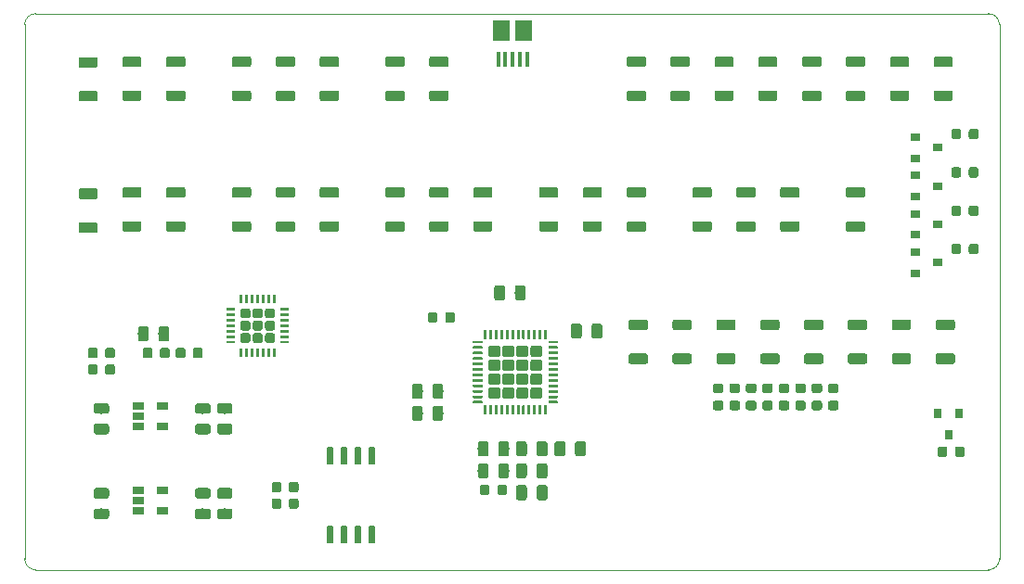
<source format=gbr>
G04 #@! TF.GenerationSoftware,KiCad,Pcbnew,5.1.4-3.fc30*
G04 #@! TF.CreationDate,2019-11-18T01:19:32-06:00*
G04 #@! TF.ProjectId,blinkencard,626c696e-6b65-46e6-9361-72642e6b6963,rev?*
G04 #@! TF.SameCoordinates,Original*
G04 #@! TF.FileFunction,Paste,Top*
G04 #@! TF.FilePolarity,Positive*
%FSLAX46Y46*%
G04 Gerber Fmt 4.6, Leading zero omitted, Abs format (unit mm)*
G04 Created by KiCad (PCBNEW 5.1.4-3.fc30) date 2019-11-18 01:19:32*
%MOMM*%
%LPD*%
G04 APERTURE LIST*
%ADD10C,0.050000*%
%ADD11C,0.100000*%
%ADD12C,0.950000*%
%ADD13C,0.600000*%
%ADD14C,0.250000*%
%ADD15C,1.084435*%
%ADD16R,1.500000X1.900000*%
%ADD17R,0.400000X1.350000*%
%ADD18C,0.875000*%
%ADD19C,0.975000*%
%ADD20R,1.060000X0.650000*%
%ADD21C,0.900000*%
%ADD22R,0.800000X0.900000*%
%ADD23R,0.900000X0.800000*%
G04 APERTURE END LIST*
D10*
X1000000Y-50800000D02*
G75*
G02X0Y-49800000I0J1000000D01*
G01*
X88900000Y-49800000D02*
G75*
G02X87900000Y-50800000I-1000000J0D01*
G01*
X87900000Y0D02*
G75*
G02X88900000Y-1000000I0J-1000000D01*
G01*
X0Y-1000000D02*
G75*
G02X1000000Y0I1000000J0D01*
G01*
X0Y-1000000D02*
X0Y-49800000D01*
X1000000Y-50800000D02*
X87900000Y-50800000D01*
X88900000Y-1000000D02*
X88900000Y-49800000D01*
X1000000Y0D02*
X87900000Y0D01*
D11*
G04 #@! TO.C,D57*
G36*
X84663623Y-27945915D02*
G01*
X84682067Y-27948651D01*
X84700154Y-27953181D01*
X84717710Y-27959463D01*
X84734565Y-27967435D01*
X84750558Y-27977021D01*
X84765535Y-27988128D01*
X84779350Y-28000650D01*
X84791872Y-28014465D01*
X84802979Y-28029442D01*
X84812565Y-28045435D01*
X84820537Y-28062290D01*
X84826819Y-28079846D01*
X84831349Y-28097933D01*
X84834085Y-28116377D01*
X84835000Y-28135000D01*
X84835000Y-28705000D01*
X84834085Y-28723623D01*
X84831349Y-28742067D01*
X84826819Y-28760154D01*
X84820537Y-28777710D01*
X84812565Y-28794565D01*
X84802979Y-28810558D01*
X84791872Y-28825535D01*
X84779350Y-28839350D01*
X84765535Y-28851872D01*
X84750558Y-28862979D01*
X84734565Y-28872565D01*
X84717710Y-28880537D01*
X84700154Y-28886819D01*
X84682067Y-28891349D01*
X84663623Y-28894085D01*
X84645000Y-28895000D01*
X83275000Y-28895000D01*
X83256377Y-28894085D01*
X83237933Y-28891349D01*
X83219846Y-28886819D01*
X83202290Y-28880537D01*
X83185435Y-28872565D01*
X83169442Y-28862979D01*
X83154465Y-28851872D01*
X83140650Y-28839350D01*
X83128128Y-28825535D01*
X83117021Y-28810558D01*
X83107435Y-28794565D01*
X83099463Y-28777710D01*
X83093181Y-28760154D01*
X83088651Y-28742067D01*
X83085915Y-28723623D01*
X83085000Y-28705000D01*
X83085000Y-28135000D01*
X83085915Y-28116377D01*
X83088651Y-28097933D01*
X83093181Y-28079846D01*
X83099463Y-28062290D01*
X83107435Y-28045435D01*
X83117021Y-28029442D01*
X83128128Y-28014465D01*
X83140650Y-28000650D01*
X83154465Y-27988128D01*
X83169442Y-27977021D01*
X83185435Y-27967435D01*
X83202290Y-27959463D01*
X83219846Y-27953181D01*
X83237933Y-27948651D01*
X83256377Y-27945915D01*
X83275000Y-27945000D01*
X84645000Y-27945000D01*
X84663623Y-27945915D01*
X84663623Y-27945915D01*
G37*
D12*
X83960000Y-28420000D03*
D11*
G36*
X84663623Y-31045915D02*
G01*
X84682067Y-31048651D01*
X84700154Y-31053181D01*
X84717710Y-31059463D01*
X84734565Y-31067435D01*
X84750558Y-31077021D01*
X84765535Y-31088128D01*
X84779350Y-31100650D01*
X84791872Y-31114465D01*
X84802979Y-31129442D01*
X84812565Y-31145435D01*
X84820537Y-31162290D01*
X84826819Y-31179846D01*
X84831349Y-31197933D01*
X84834085Y-31216377D01*
X84835000Y-31235000D01*
X84835000Y-31805000D01*
X84834085Y-31823623D01*
X84831349Y-31842067D01*
X84826819Y-31860154D01*
X84820537Y-31877710D01*
X84812565Y-31894565D01*
X84802979Y-31910558D01*
X84791872Y-31925535D01*
X84779350Y-31939350D01*
X84765535Y-31951872D01*
X84750558Y-31962979D01*
X84734565Y-31972565D01*
X84717710Y-31980537D01*
X84700154Y-31986819D01*
X84682067Y-31991349D01*
X84663623Y-31994085D01*
X84645000Y-31995000D01*
X83275000Y-31995000D01*
X83256377Y-31994085D01*
X83237933Y-31991349D01*
X83219846Y-31986819D01*
X83202290Y-31980537D01*
X83185435Y-31972565D01*
X83169442Y-31962979D01*
X83154465Y-31951872D01*
X83140650Y-31939350D01*
X83128128Y-31925535D01*
X83117021Y-31910558D01*
X83107435Y-31894565D01*
X83099463Y-31877710D01*
X83093181Y-31860154D01*
X83088651Y-31842067D01*
X83085915Y-31823623D01*
X83085000Y-31805000D01*
X83085000Y-31235000D01*
X83085915Y-31216377D01*
X83088651Y-31197933D01*
X83093181Y-31179846D01*
X83099463Y-31162290D01*
X83107435Y-31145435D01*
X83117021Y-31129442D01*
X83128128Y-31114465D01*
X83140650Y-31100650D01*
X83154465Y-31088128D01*
X83169442Y-31077021D01*
X83185435Y-31067435D01*
X83202290Y-31059463D01*
X83219846Y-31053181D01*
X83237933Y-31048651D01*
X83256377Y-31045915D01*
X83275000Y-31045000D01*
X84645000Y-31045000D01*
X84663623Y-31045915D01*
X84663623Y-31045915D01*
G37*
D12*
X83960000Y-31520000D03*
G04 #@! TD*
D11*
G04 #@! TO.C,D56*
G36*
X80663623Y-27945915D02*
G01*
X80682067Y-27948651D01*
X80700154Y-27953181D01*
X80717710Y-27959463D01*
X80734565Y-27967435D01*
X80750558Y-27977021D01*
X80765535Y-27988128D01*
X80779350Y-28000650D01*
X80791872Y-28014465D01*
X80802979Y-28029442D01*
X80812565Y-28045435D01*
X80820537Y-28062290D01*
X80826819Y-28079846D01*
X80831349Y-28097933D01*
X80834085Y-28116377D01*
X80835000Y-28135000D01*
X80835000Y-28705000D01*
X80834085Y-28723623D01*
X80831349Y-28742067D01*
X80826819Y-28760154D01*
X80820537Y-28777710D01*
X80812565Y-28794565D01*
X80802979Y-28810558D01*
X80791872Y-28825535D01*
X80779350Y-28839350D01*
X80765535Y-28851872D01*
X80750558Y-28862979D01*
X80734565Y-28872565D01*
X80717710Y-28880537D01*
X80700154Y-28886819D01*
X80682067Y-28891349D01*
X80663623Y-28894085D01*
X80645000Y-28895000D01*
X79275000Y-28895000D01*
X79256377Y-28894085D01*
X79237933Y-28891349D01*
X79219846Y-28886819D01*
X79202290Y-28880537D01*
X79185435Y-28872565D01*
X79169442Y-28862979D01*
X79154465Y-28851872D01*
X79140650Y-28839350D01*
X79128128Y-28825535D01*
X79117021Y-28810558D01*
X79107435Y-28794565D01*
X79099463Y-28777710D01*
X79093181Y-28760154D01*
X79088651Y-28742067D01*
X79085915Y-28723623D01*
X79085000Y-28705000D01*
X79085000Y-28135000D01*
X79085915Y-28116377D01*
X79088651Y-28097933D01*
X79093181Y-28079846D01*
X79099463Y-28062290D01*
X79107435Y-28045435D01*
X79117021Y-28029442D01*
X79128128Y-28014465D01*
X79140650Y-28000650D01*
X79154465Y-27988128D01*
X79169442Y-27977021D01*
X79185435Y-27967435D01*
X79202290Y-27959463D01*
X79219846Y-27953181D01*
X79237933Y-27948651D01*
X79256377Y-27945915D01*
X79275000Y-27945000D01*
X80645000Y-27945000D01*
X80663623Y-27945915D01*
X80663623Y-27945915D01*
G37*
D12*
X79960000Y-28420000D03*
D11*
G36*
X80663623Y-31045915D02*
G01*
X80682067Y-31048651D01*
X80700154Y-31053181D01*
X80717710Y-31059463D01*
X80734565Y-31067435D01*
X80750558Y-31077021D01*
X80765535Y-31088128D01*
X80779350Y-31100650D01*
X80791872Y-31114465D01*
X80802979Y-31129442D01*
X80812565Y-31145435D01*
X80820537Y-31162290D01*
X80826819Y-31179846D01*
X80831349Y-31197933D01*
X80834085Y-31216377D01*
X80835000Y-31235000D01*
X80835000Y-31805000D01*
X80834085Y-31823623D01*
X80831349Y-31842067D01*
X80826819Y-31860154D01*
X80820537Y-31877710D01*
X80812565Y-31894565D01*
X80802979Y-31910558D01*
X80791872Y-31925535D01*
X80779350Y-31939350D01*
X80765535Y-31951872D01*
X80750558Y-31962979D01*
X80734565Y-31972565D01*
X80717710Y-31980537D01*
X80700154Y-31986819D01*
X80682067Y-31991349D01*
X80663623Y-31994085D01*
X80645000Y-31995000D01*
X79275000Y-31995000D01*
X79256377Y-31994085D01*
X79237933Y-31991349D01*
X79219846Y-31986819D01*
X79202290Y-31980537D01*
X79185435Y-31972565D01*
X79169442Y-31962979D01*
X79154465Y-31951872D01*
X79140650Y-31939350D01*
X79128128Y-31925535D01*
X79117021Y-31910558D01*
X79107435Y-31894565D01*
X79099463Y-31877710D01*
X79093181Y-31860154D01*
X79088651Y-31842067D01*
X79085915Y-31823623D01*
X79085000Y-31805000D01*
X79085000Y-31235000D01*
X79085915Y-31216377D01*
X79088651Y-31197933D01*
X79093181Y-31179846D01*
X79099463Y-31162290D01*
X79107435Y-31145435D01*
X79117021Y-31129442D01*
X79128128Y-31114465D01*
X79140650Y-31100650D01*
X79154465Y-31088128D01*
X79169442Y-31077021D01*
X79185435Y-31067435D01*
X79202290Y-31059463D01*
X79219846Y-31053181D01*
X79237933Y-31048651D01*
X79256377Y-31045915D01*
X79275000Y-31045000D01*
X80645000Y-31045000D01*
X80663623Y-31045915D01*
X80663623Y-31045915D01*
G37*
D12*
X79960000Y-31520000D03*
G04 #@! TD*
D11*
G04 #@! TO.C,D55*
G36*
X76663623Y-27945915D02*
G01*
X76682067Y-27948651D01*
X76700154Y-27953181D01*
X76717710Y-27959463D01*
X76734565Y-27967435D01*
X76750558Y-27977021D01*
X76765535Y-27988128D01*
X76779350Y-28000650D01*
X76791872Y-28014465D01*
X76802979Y-28029442D01*
X76812565Y-28045435D01*
X76820537Y-28062290D01*
X76826819Y-28079846D01*
X76831349Y-28097933D01*
X76834085Y-28116377D01*
X76835000Y-28135000D01*
X76835000Y-28705000D01*
X76834085Y-28723623D01*
X76831349Y-28742067D01*
X76826819Y-28760154D01*
X76820537Y-28777710D01*
X76812565Y-28794565D01*
X76802979Y-28810558D01*
X76791872Y-28825535D01*
X76779350Y-28839350D01*
X76765535Y-28851872D01*
X76750558Y-28862979D01*
X76734565Y-28872565D01*
X76717710Y-28880537D01*
X76700154Y-28886819D01*
X76682067Y-28891349D01*
X76663623Y-28894085D01*
X76645000Y-28895000D01*
X75275000Y-28895000D01*
X75256377Y-28894085D01*
X75237933Y-28891349D01*
X75219846Y-28886819D01*
X75202290Y-28880537D01*
X75185435Y-28872565D01*
X75169442Y-28862979D01*
X75154465Y-28851872D01*
X75140650Y-28839350D01*
X75128128Y-28825535D01*
X75117021Y-28810558D01*
X75107435Y-28794565D01*
X75099463Y-28777710D01*
X75093181Y-28760154D01*
X75088651Y-28742067D01*
X75085915Y-28723623D01*
X75085000Y-28705000D01*
X75085000Y-28135000D01*
X75085915Y-28116377D01*
X75088651Y-28097933D01*
X75093181Y-28079846D01*
X75099463Y-28062290D01*
X75107435Y-28045435D01*
X75117021Y-28029442D01*
X75128128Y-28014465D01*
X75140650Y-28000650D01*
X75154465Y-27988128D01*
X75169442Y-27977021D01*
X75185435Y-27967435D01*
X75202290Y-27959463D01*
X75219846Y-27953181D01*
X75237933Y-27948651D01*
X75256377Y-27945915D01*
X75275000Y-27945000D01*
X76645000Y-27945000D01*
X76663623Y-27945915D01*
X76663623Y-27945915D01*
G37*
D12*
X75960000Y-28420000D03*
D11*
G36*
X76663623Y-31045915D02*
G01*
X76682067Y-31048651D01*
X76700154Y-31053181D01*
X76717710Y-31059463D01*
X76734565Y-31067435D01*
X76750558Y-31077021D01*
X76765535Y-31088128D01*
X76779350Y-31100650D01*
X76791872Y-31114465D01*
X76802979Y-31129442D01*
X76812565Y-31145435D01*
X76820537Y-31162290D01*
X76826819Y-31179846D01*
X76831349Y-31197933D01*
X76834085Y-31216377D01*
X76835000Y-31235000D01*
X76835000Y-31805000D01*
X76834085Y-31823623D01*
X76831349Y-31842067D01*
X76826819Y-31860154D01*
X76820537Y-31877710D01*
X76812565Y-31894565D01*
X76802979Y-31910558D01*
X76791872Y-31925535D01*
X76779350Y-31939350D01*
X76765535Y-31951872D01*
X76750558Y-31962979D01*
X76734565Y-31972565D01*
X76717710Y-31980537D01*
X76700154Y-31986819D01*
X76682067Y-31991349D01*
X76663623Y-31994085D01*
X76645000Y-31995000D01*
X75275000Y-31995000D01*
X75256377Y-31994085D01*
X75237933Y-31991349D01*
X75219846Y-31986819D01*
X75202290Y-31980537D01*
X75185435Y-31972565D01*
X75169442Y-31962979D01*
X75154465Y-31951872D01*
X75140650Y-31939350D01*
X75128128Y-31925535D01*
X75117021Y-31910558D01*
X75107435Y-31894565D01*
X75099463Y-31877710D01*
X75093181Y-31860154D01*
X75088651Y-31842067D01*
X75085915Y-31823623D01*
X75085000Y-31805000D01*
X75085000Y-31235000D01*
X75085915Y-31216377D01*
X75088651Y-31197933D01*
X75093181Y-31179846D01*
X75099463Y-31162290D01*
X75107435Y-31145435D01*
X75117021Y-31129442D01*
X75128128Y-31114465D01*
X75140650Y-31100650D01*
X75154465Y-31088128D01*
X75169442Y-31077021D01*
X75185435Y-31067435D01*
X75202290Y-31059463D01*
X75219846Y-31053181D01*
X75237933Y-31048651D01*
X75256377Y-31045915D01*
X75275000Y-31045000D01*
X76645000Y-31045000D01*
X76663623Y-31045915D01*
X76663623Y-31045915D01*
G37*
D12*
X75960000Y-31520000D03*
G04 #@! TD*
D11*
G04 #@! TO.C,D54*
G36*
X72663623Y-27945915D02*
G01*
X72682067Y-27948651D01*
X72700154Y-27953181D01*
X72717710Y-27959463D01*
X72734565Y-27967435D01*
X72750558Y-27977021D01*
X72765535Y-27988128D01*
X72779350Y-28000650D01*
X72791872Y-28014465D01*
X72802979Y-28029442D01*
X72812565Y-28045435D01*
X72820537Y-28062290D01*
X72826819Y-28079846D01*
X72831349Y-28097933D01*
X72834085Y-28116377D01*
X72835000Y-28135000D01*
X72835000Y-28705000D01*
X72834085Y-28723623D01*
X72831349Y-28742067D01*
X72826819Y-28760154D01*
X72820537Y-28777710D01*
X72812565Y-28794565D01*
X72802979Y-28810558D01*
X72791872Y-28825535D01*
X72779350Y-28839350D01*
X72765535Y-28851872D01*
X72750558Y-28862979D01*
X72734565Y-28872565D01*
X72717710Y-28880537D01*
X72700154Y-28886819D01*
X72682067Y-28891349D01*
X72663623Y-28894085D01*
X72645000Y-28895000D01*
X71275000Y-28895000D01*
X71256377Y-28894085D01*
X71237933Y-28891349D01*
X71219846Y-28886819D01*
X71202290Y-28880537D01*
X71185435Y-28872565D01*
X71169442Y-28862979D01*
X71154465Y-28851872D01*
X71140650Y-28839350D01*
X71128128Y-28825535D01*
X71117021Y-28810558D01*
X71107435Y-28794565D01*
X71099463Y-28777710D01*
X71093181Y-28760154D01*
X71088651Y-28742067D01*
X71085915Y-28723623D01*
X71085000Y-28705000D01*
X71085000Y-28135000D01*
X71085915Y-28116377D01*
X71088651Y-28097933D01*
X71093181Y-28079846D01*
X71099463Y-28062290D01*
X71107435Y-28045435D01*
X71117021Y-28029442D01*
X71128128Y-28014465D01*
X71140650Y-28000650D01*
X71154465Y-27988128D01*
X71169442Y-27977021D01*
X71185435Y-27967435D01*
X71202290Y-27959463D01*
X71219846Y-27953181D01*
X71237933Y-27948651D01*
X71256377Y-27945915D01*
X71275000Y-27945000D01*
X72645000Y-27945000D01*
X72663623Y-27945915D01*
X72663623Y-27945915D01*
G37*
D12*
X71960000Y-28420000D03*
D11*
G36*
X72663623Y-31045915D02*
G01*
X72682067Y-31048651D01*
X72700154Y-31053181D01*
X72717710Y-31059463D01*
X72734565Y-31067435D01*
X72750558Y-31077021D01*
X72765535Y-31088128D01*
X72779350Y-31100650D01*
X72791872Y-31114465D01*
X72802979Y-31129442D01*
X72812565Y-31145435D01*
X72820537Y-31162290D01*
X72826819Y-31179846D01*
X72831349Y-31197933D01*
X72834085Y-31216377D01*
X72835000Y-31235000D01*
X72835000Y-31805000D01*
X72834085Y-31823623D01*
X72831349Y-31842067D01*
X72826819Y-31860154D01*
X72820537Y-31877710D01*
X72812565Y-31894565D01*
X72802979Y-31910558D01*
X72791872Y-31925535D01*
X72779350Y-31939350D01*
X72765535Y-31951872D01*
X72750558Y-31962979D01*
X72734565Y-31972565D01*
X72717710Y-31980537D01*
X72700154Y-31986819D01*
X72682067Y-31991349D01*
X72663623Y-31994085D01*
X72645000Y-31995000D01*
X71275000Y-31995000D01*
X71256377Y-31994085D01*
X71237933Y-31991349D01*
X71219846Y-31986819D01*
X71202290Y-31980537D01*
X71185435Y-31972565D01*
X71169442Y-31962979D01*
X71154465Y-31951872D01*
X71140650Y-31939350D01*
X71128128Y-31925535D01*
X71117021Y-31910558D01*
X71107435Y-31894565D01*
X71099463Y-31877710D01*
X71093181Y-31860154D01*
X71088651Y-31842067D01*
X71085915Y-31823623D01*
X71085000Y-31805000D01*
X71085000Y-31235000D01*
X71085915Y-31216377D01*
X71088651Y-31197933D01*
X71093181Y-31179846D01*
X71099463Y-31162290D01*
X71107435Y-31145435D01*
X71117021Y-31129442D01*
X71128128Y-31114465D01*
X71140650Y-31100650D01*
X71154465Y-31088128D01*
X71169442Y-31077021D01*
X71185435Y-31067435D01*
X71202290Y-31059463D01*
X71219846Y-31053181D01*
X71237933Y-31048651D01*
X71256377Y-31045915D01*
X71275000Y-31045000D01*
X72645000Y-31045000D01*
X72663623Y-31045915D01*
X72663623Y-31045915D01*
G37*
D12*
X71960000Y-31520000D03*
G04 #@! TD*
D11*
G04 #@! TO.C,D53*
G36*
X68663623Y-27945915D02*
G01*
X68682067Y-27948651D01*
X68700154Y-27953181D01*
X68717710Y-27959463D01*
X68734565Y-27967435D01*
X68750558Y-27977021D01*
X68765535Y-27988128D01*
X68779350Y-28000650D01*
X68791872Y-28014465D01*
X68802979Y-28029442D01*
X68812565Y-28045435D01*
X68820537Y-28062290D01*
X68826819Y-28079846D01*
X68831349Y-28097933D01*
X68834085Y-28116377D01*
X68835000Y-28135000D01*
X68835000Y-28705000D01*
X68834085Y-28723623D01*
X68831349Y-28742067D01*
X68826819Y-28760154D01*
X68820537Y-28777710D01*
X68812565Y-28794565D01*
X68802979Y-28810558D01*
X68791872Y-28825535D01*
X68779350Y-28839350D01*
X68765535Y-28851872D01*
X68750558Y-28862979D01*
X68734565Y-28872565D01*
X68717710Y-28880537D01*
X68700154Y-28886819D01*
X68682067Y-28891349D01*
X68663623Y-28894085D01*
X68645000Y-28895000D01*
X67275000Y-28895000D01*
X67256377Y-28894085D01*
X67237933Y-28891349D01*
X67219846Y-28886819D01*
X67202290Y-28880537D01*
X67185435Y-28872565D01*
X67169442Y-28862979D01*
X67154465Y-28851872D01*
X67140650Y-28839350D01*
X67128128Y-28825535D01*
X67117021Y-28810558D01*
X67107435Y-28794565D01*
X67099463Y-28777710D01*
X67093181Y-28760154D01*
X67088651Y-28742067D01*
X67085915Y-28723623D01*
X67085000Y-28705000D01*
X67085000Y-28135000D01*
X67085915Y-28116377D01*
X67088651Y-28097933D01*
X67093181Y-28079846D01*
X67099463Y-28062290D01*
X67107435Y-28045435D01*
X67117021Y-28029442D01*
X67128128Y-28014465D01*
X67140650Y-28000650D01*
X67154465Y-27988128D01*
X67169442Y-27977021D01*
X67185435Y-27967435D01*
X67202290Y-27959463D01*
X67219846Y-27953181D01*
X67237933Y-27948651D01*
X67256377Y-27945915D01*
X67275000Y-27945000D01*
X68645000Y-27945000D01*
X68663623Y-27945915D01*
X68663623Y-27945915D01*
G37*
D12*
X67960000Y-28420000D03*
D11*
G36*
X68663623Y-31045915D02*
G01*
X68682067Y-31048651D01*
X68700154Y-31053181D01*
X68717710Y-31059463D01*
X68734565Y-31067435D01*
X68750558Y-31077021D01*
X68765535Y-31088128D01*
X68779350Y-31100650D01*
X68791872Y-31114465D01*
X68802979Y-31129442D01*
X68812565Y-31145435D01*
X68820537Y-31162290D01*
X68826819Y-31179846D01*
X68831349Y-31197933D01*
X68834085Y-31216377D01*
X68835000Y-31235000D01*
X68835000Y-31805000D01*
X68834085Y-31823623D01*
X68831349Y-31842067D01*
X68826819Y-31860154D01*
X68820537Y-31877710D01*
X68812565Y-31894565D01*
X68802979Y-31910558D01*
X68791872Y-31925535D01*
X68779350Y-31939350D01*
X68765535Y-31951872D01*
X68750558Y-31962979D01*
X68734565Y-31972565D01*
X68717710Y-31980537D01*
X68700154Y-31986819D01*
X68682067Y-31991349D01*
X68663623Y-31994085D01*
X68645000Y-31995000D01*
X67275000Y-31995000D01*
X67256377Y-31994085D01*
X67237933Y-31991349D01*
X67219846Y-31986819D01*
X67202290Y-31980537D01*
X67185435Y-31972565D01*
X67169442Y-31962979D01*
X67154465Y-31951872D01*
X67140650Y-31939350D01*
X67128128Y-31925535D01*
X67117021Y-31910558D01*
X67107435Y-31894565D01*
X67099463Y-31877710D01*
X67093181Y-31860154D01*
X67088651Y-31842067D01*
X67085915Y-31823623D01*
X67085000Y-31805000D01*
X67085000Y-31235000D01*
X67085915Y-31216377D01*
X67088651Y-31197933D01*
X67093181Y-31179846D01*
X67099463Y-31162290D01*
X67107435Y-31145435D01*
X67117021Y-31129442D01*
X67128128Y-31114465D01*
X67140650Y-31100650D01*
X67154465Y-31088128D01*
X67169442Y-31077021D01*
X67185435Y-31067435D01*
X67202290Y-31059463D01*
X67219846Y-31053181D01*
X67237933Y-31048651D01*
X67256377Y-31045915D01*
X67275000Y-31045000D01*
X68645000Y-31045000D01*
X68663623Y-31045915D01*
X68663623Y-31045915D01*
G37*
D12*
X67960000Y-31520000D03*
G04 #@! TD*
D11*
G04 #@! TO.C,D52*
G36*
X64663623Y-27945915D02*
G01*
X64682067Y-27948651D01*
X64700154Y-27953181D01*
X64717710Y-27959463D01*
X64734565Y-27967435D01*
X64750558Y-27977021D01*
X64765535Y-27988128D01*
X64779350Y-28000650D01*
X64791872Y-28014465D01*
X64802979Y-28029442D01*
X64812565Y-28045435D01*
X64820537Y-28062290D01*
X64826819Y-28079846D01*
X64831349Y-28097933D01*
X64834085Y-28116377D01*
X64835000Y-28135000D01*
X64835000Y-28705000D01*
X64834085Y-28723623D01*
X64831349Y-28742067D01*
X64826819Y-28760154D01*
X64820537Y-28777710D01*
X64812565Y-28794565D01*
X64802979Y-28810558D01*
X64791872Y-28825535D01*
X64779350Y-28839350D01*
X64765535Y-28851872D01*
X64750558Y-28862979D01*
X64734565Y-28872565D01*
X64717710Y-28880537D01*
X64700154Y-28886819D01*
X64682067Y-28891349D01*
X64663623Y-28894085D01*
X64645000Y-28895000D01*
X63275000Y-28895000D01*
X63256377Y-28894085D01*
X63237933Y-28891349D01*
X63219846Y-28886819D01*
X63202290Y-28880537D01*
X63185435Y-28872565D01*
X63169442Y-28862979D01*
X63154465Y-28851872D01*
X63140650Y-28839350D01*
X63128128Y-28825535D01*
X63117021Y-28810558D01*
X63107435Y-28794565D01*
X63099463Y-28777710D01*
X63093181Y-28760154D01*
X63088651Y-28742067D01*
X63085915Y-28723623D01*
X63085000Y-28705000D01*
X63085000Y-28135000D01*
X63085915Y-28116377D01*
X63088651Y-28097933D01*
X63093181Y-28079846D01*
X63099463Y-28062290D01*
X63107435Y-28045435D01*
X63117021Y-28029442D01*
X63128128Y-28014465D01*
X63140650Y-28000650D01*
X63154465Y-27988128D01*
X63169442Y-27977021D01*
X63185435Y-27967435D01*
X63202290Y-27959463D01*
X63219846Y-27953181D01*
X63237933Y-27948651D01*
X63256377Y-27945915D01*
X63275000Y-27945000D01*
X64645000Y-27945000D01*
X64663623Y-27945915D01*
X64663623Y-27945915D01*
G37*
D12*
X63960000Y-28420000D03*
D11*
G36*
X64663623Y-31045915D02*
G01*
X64682067Y-31048651D01*
X64700154Y-31053181D01*
X64717710Y-31059463D01*
X64734565Y-31067435D01*
X64750558Y-31077021D01*
X64765535Y-31088128D01*
X64779350Y-31100650D01*
X64791872Y-31114465D01*
X64802979Y-31129442D01*
X64812565Y-31145435D01*
X64820537Y-31162290D01*
X64826819Y-31179846D01*
X64831349Y-31197933D01*
X64834085Y-31216377D01*
X64835000Y-31235000D01*
X64835000Y-31805000D01*
X64834085Y-31823623D01*
X64831349Y-31842067D01*
X64826819Y-31860154D01*
X64820537Y-31877710D01*
X64812565Y-31894565D01*
X64802979Y-31910558D01*
X64791872Y-31925535D01*
X64779350Y-31939350D01*
X64765535Y-31951872D01*
X64750558Y-31962979D01*
X64734565Y-31972565D01*
X64717710Y-31980537D01*
X64700154Y-31986819D01*
X64682067Y-31991349D01*
X64663623Y-31994085D01*
X64645000Y-31995000D01*
X63275000Y-31995000D01*
X63256377Y-31994085D01*
X63237933Y-31991349D01*
X63219846Y-31986819D01*
X63202290Y-31980537D01*
X63185435Y-31972565D01*
X63169442Y-31962979D01*
X63154465Y-31951872D01*
X63140650Y-31939350D01*
X63128128Y-31925535D01*
X63117021Y-31910558D01*
X63107435Y-31894565D01*
X63099463Y-31877710D01*
X63093181Y-31860154D01*
X63088651Y-31842067D01*
X63085915Y-31823623D01*
X63085000Y-31805000D01*
X63085000Y-31235000D01*
X63085915Y-31216377D01*
X63088651Y-31197933D01*
X63093181Y-31179846D01*
X63099463Y-31162290D01*
X63107435Y-31145435D01*
X63117021Y-31129442D01*
X63128128Y-31114465D01*
X63140650Y-31100650D01*
X63154465Y-31088128D01*
X63169442Y-31077021D01*
X63185435Y-31067435D01*
X63202290Y-31059463D01*
X63219846Y-31053181D01*
X63237933Y-31048651D01*
X63256377Y-31045915D01*
X63275000Y-31045000D01*
X64645000Y-31045000D01*
X64663623Y-31045915D01*
X64663623Y-31045915D01*
G37*
D12*
X63960000Y-31520000D03*
G04 #@! TD*
D11*
G04 #@! TO.C,D51*
G36*
X60663623Y-27945915D02*
G01*
X60682067Y-27948651D01*
X60700154Y-27953181D01*
X60717710Y-27959463D01*
X60734565Y-27967435D01*
X60750558Y-27977021D01*
X60765535Y-27988128D01*
X60779350Y-28000650D01*
X60791872Y-28014465D01*
X60802979Y-28029442D01*
X60812565Y-28045435D01*
X60820537Y-28062290D01*
X60826819Y-28079846D01*
X60831349Y-28097933D01*
X60834085Y-28116377D01*
X60835000Y-28135000D01*
X60835000Y-28705000D01*
X60834085Y-28723623D01*
X60831349Y-28742067D01*
X60826819Y-28760154D01*
X60820537Y-28777710D01*
X60812565Y-28794565D01*
X60802979Y-28810558D01*
X60791872Y-28825535D01*
X60779350Y-28839350D01*
X60765535Y-28851872D01*
X60750558Y-28862979D01*
X60734565Y-28872565D01*
X60717710Y-28880537D01*
X60700154Y-28886819D01*
X60682067Y-28891349D01*
X60663623Y-28894085D01*
X60645000Y-28895000D01*
X59275000Y-28895000D01*
X59256377Y-28894085D01*
X59237933Y-28891349D01*
X59219846Y-28886819D01*
X59202290Y-28880537D01*
X59185435Y-28872565D01*
X59169442Y-28862979D01*
X59154465Y-28851872D01*
X59140650Y-28839350D01*
X59128128Y-28825535D01*
X59117021Y-28810558D01*
X59107435Y-28794565D01*
X59099463Y-28777710D01*
X59093181Y-28760154D01*
X59088651Y-28742067D01*
X59085915Y-28723623D01*
X59085000Y-28705000D01*
X59085000Y-28135000D01*
X59085915Y-28116377D01*
X59088651Y-28097933D01*
X59093181Y-28079846D01*
X59099463Y-28062290D01*
X59107435Y-28045435D01*
X59117021Y-28029442D01*
X59128128Y-28014465D01*
X59140650Y-28000650D01*
X59154465Y-27988128D01*
X59169442Y-27977021D01*
X59185435Y-27967435D01*
X59202290Y-27959463D01*
X59219846Y-27953181D01*
X59237933Y-27948651D01*
X59256377Y-27945915D01*
X59275000Y-27945000D01*
X60645000Y-27945000D01*
X60663623Y-27945915D01*
X60663623Y-27945915D01*
G37*
D12*
X59960000Y-28420000D03*
D11*
G36*
X60663623Y-31045915D02*
G01*
X60682067Y-31048651D01*
X60700154Y-31053181D01*
X60717710Y-31059463D01*
X60734565Y-31067435D01*
X60750558Y-31077021D01*
X60765535Y-31088128D01*
X60779350Y-31100650D01*
X60791872Y-31114465D01*
X60802979Y-31129442D01*
X60812565Y-31145435D01*
X60820537Y-31162290D01*
X60826819Y-31179846D01*
X60831349Y-31197933D01*
X60834085Y-31216377D01*
X60835000Y-31235000D01*
X60835000Y-31805000D01*
X60834085Y-31823623D01*
X60831349Y-31842067D01*
X60826819Y-31860154D01*
X60820537Y-31877710D01*
X60812565Y-31894565D01*
X60802979Y-31910558D01*
X60791872Y-31925535D01*
X60779350Y-31939350D01*
X60765535Y-31951872D01*
X60750558Y-31962979D01*
X60734565Y-31972565D01*
X60717710Y-31980537D01*
X60700154Y-31986819D01*
X60682067Y-31991349D01*
X60663623Y-31994085D01*
X60645000Y-31995000D01*
X59275000Y-31995000D01*
X59256377Y-31994085D01*
X59237933Y-31991349D01*
X59219846Y-31986819D01*
X59202290Y-31980537D01*
X59185435Y-31972565D01*
X59169442Y-31962979D01*
X59154465Y-31951872D01*
X59140650Y-31939350D01*
X59128128Y-31925535D01*
X59117021Y-31910558D01*
X59107435Y-31894565D01*
X59099463Y-31877710D01*
X59093181Y-31860154D01*
X59088651Y-31842067D01*
X59085915Y-31823623D01*
X59085000Y-31805000D01*
X59085000Y-31235000D01*
X59085915Y-31216377D01*
X59088651Y-31197933D01*
X59093181Y-31179846D01*
X59099463Y-31162290D01*
X59107435Y-31145435D01*
X59117021Y-31129442D01*
X59128128Y-31114465D01*
X59140650Y-31100650D01*
X59154465Y-31088128D01*
X59169442Y-31077021D01*
X59185435Y-31067435D01*
X59202290Y-31059463D01*
X59219846Y-31053181D01*
X59237933Y-31048651D01*
X59256377Y-31045915D01*
X59275000Y-31045000D01*
X60645000Y-31045000D01*
X60663623Y-31045915D01*
X60663623Y-31045915D01*
G37*
D12*
X59960000Y-31520000D03*
G04 #@! TD*
D11*
G04 #@! TO.C,D50*
G36*
X56663623Y-27945915D02*
G01*
X56682067Y-27948651D01*
X56700154Y-27953181D01*
X56717710Y-27959463D01*
X56734565Y-27967435D01*
X56750558Y-27977021D01*
X56765535Y-27988128D01*
X56779350Y-28000650D01*
X56791872Y-28014465D01*
X56802979Y-28029442D01*
X56812565Y-28045435D01*
X56820537Y-28062290D01*
X56826819Y-28079846D01*
X56831349Y-28097933D01*
X56834085Y-28116377D01*
X56835000Y-28135000D01*
X56835000Y-28705000D01*
X56834085Y-28723623D01*
X56831349Y-28742067D01*
X56826819Y-28760154D01*
X56820537Y-28777710D01*
X56812565Y-28794565D01*
X56802979Y-28810558D01*
X56791872Y-28825535D01*
X56779350Y-28839350D01*
X56765535Y-28851872D01*
X56750558Y-28862979D01*
X56734565Y-28872565D01*
X56717710Y-28880537D01*
X56700154Y-28886819D01*
X56682067Y-28891349D01*
X56663623Y-28894085D01*
X56645000Y-28895000D01*
X55275000Y-28895000D01*
X55256377Y-28894085D01*
X55237933Y-28891349D01*
X55219846Y-28886819D01*
X55202290Y-28880537D01*
X55185435Y-28872565D01*
X55169442Y-28862979D01*
X55154465Y-28851872D01*
X55140650Y-28839350D01*
X55128128Y-28825535D01*
X55117021Y-28810558D01*
X55107435Y-28794565D01*
X55099463Y-28777710D01*
X55093181Y-28760154D01*
X55088651Y-28742067D01*
X55085915Y-28723623D01*
X55085000Y-28705000D01*
X55085000Y-28135000D01*
X55085915Y-28116377D01*
X55088651Y-28097933D01*
X55093181Y-28079846D01*
X55099463Y-28062290D01*
X55107435Y-28045435D01*
X55117021Y-28029442D01*
X55128128Y-28014465D01*
X55140650Y-28000650D01*
X55154465Y-27988128D01*
X55169442Y-27977021D01*
X55185435Y-27967435D01*
X55202290Y-27959463D01*
X55219846Y-27953181D01*
X55237933Y-27948651D01*
X55256377Y-27945915D01*
X55275000Y-27945000D01*
X56645000Y-27945000D01*
X56663623Y-27945915D01*
X56663623Y-27945915D01*
G37*
D12*
X55960000Y-28420000D03*
D11*
G36*
X56663623Y-31045915D02*
G01*
X56682067Y-31048651D01*
X56700154Y-31053181D01*
X56717710Y-31059463D01*
X56734565Y-31067435D01*
X56750558Y-31077021D01*
X56765535Y-31088128D01*
X56779350Y-31100650D01*
X56791872Y-31114465D01*
X56802979Y-31129442D01*
X56812565Y-31145435D01*
X56820537Y-31162290D01*
X56826819Y-31179846D01*
X56831349Y-31197933D01*
X56834085Y-31216377D01*
X56835000Y-31235000D01*
X56835000Y-31805000D01*
X56834085Y-31823623D01*
X56831349Y-31842067D01*
X56826819Y-31860154D01*
X56820537Y-31877710D01*
X56812565Y-31894565D01*
X56802979Y-31910558D01*
X56791872Y-31925535D01*
X56779350Y-31939350D01*
X56765535Y-31951872D01*
X56750558Y-31962979D01*
X56734565Y-31972565D01*
X56717710Y-31980537D01*
X56700154Y-31986819D01*
X56682067Y-31991349D01*
X56663623Y-31994085D01*
X56645000Y-31995000D01*
X55275000Y-31995000D01*
X55256377Y-31994085D01*
X55237933Y-31991349D01*
X55219846Y-31986819D01*
X55202290Y-31980537D01*
X55185435Y-31972565D01*
X55169442Y-31962979D01*
X55154465Y-31951872D01*
X55140650Y-31939350D01*
X55128128Y-31925535D01*
X55117021Y-31910558D01*
X55107435Y-31894565D01*
X55099463Y-31877710D01*
X55093181Y-31860154D01*
X55088651Y-31842067D01*
X55085915Y-31823623D01*
X55085000Y-31805000D01*
X55085000Y-31235000D01*
X55085915Y-31216377D01*
X55088651Y-31197933D01*
X55093181Y-31179846D01*
X55099463Y-31162290D01*
X55107435Y-31145435D01*
X55117021Y-31129442D01*
X55128128Y-31114465D01*
X55140650Y-31100650D01*
X55154465Y-31088128D01*
X55169442Y-31077021D01*
X55185435Y-31067435D01*
X55202290Y-31059463D01*
X55219846Y-31053181D01*
X55237933Y-31048651D01*
X55256377Y-31045915D01*
X55275000Y-31045000D01*
X56645000Y-31045000D01*
X56663623Y-31045915D01*
X56663623Y-31045915D01*
G37*
D12*
X55960000Y-31520000D03*
G04 #@! TD*
D11*
G04 #@! TO.C,D47*
G36*
X84483623Y-3925915D02*
G01*
X84502067Y-3928651D01*
X84520154Y-3933181D01*
X84537710Y-3939463D01*
X84554565Y-3947435D01*
X84570558Y-3957021D01*
X84585535Y-3968128D01*
X84599350Y-3980650D01*
X84611872Y-3994465D01*
X84622979Y-4009442D01*
X84632565Y-4025435D01*
X84640537Y-4042290D01*
X84646819Y-4059846D01*
X84651349Y-4077933D01*
X84654085Y-4096377D01*
X84655000Y-4115000D01*
X84655000Y-4685000D01*
X84654085Y-4703623D01*
X84651349Y-4722067D01*
X84646819Y-4740154D01*
X84640537Y-4757710D01*
X84632565Y-4774565D01*
X84622979Y-4790558D01*
X84611872Y-4805535D01*
X84599350Y-4819350D01*
X84585535Y-4831872D01*
X84570558Y-4842979D01*
X84554565Y-4852565D01*
X84537710Y-4860537D01*
X84520154Y-4866819D01*
X84502067Y-4871349D01*
X84483623Y-4874085D01*
X84465000Y-4875000D01*
X83095000Y-4875000D01*
X83076377Y-4874085D01*
X83057933Y-4871349D01*
X83039846Y-4866819D01*
X83022290Y-4860537D01*
X83005435Y-4852565D01*
X82989442Y-4842979D01*
X82974465Y-4831872D01*
X82960650Y-4819350D01*
X82948128Y-4805535D01*
X82937021Y-4790558D01*
X82927435Y-4774565D01*
X82919463Y-4757710D01*
X82913181Y-4740154D01*
X82908651Y-4722067D01*
X82905915Y-4703623D01*
X82905000Y-4685000D01*
X82905000Y-4115000D01*
X82905915Y-4096377D01*
X82908651Y-4077933D01*
X82913181Y-4059846D01*
X82919463Y-4042290D01*
X82927435Y-4025435D01*
X82937021Y-4009442D01*
X82948128Y-3994465D01*
X82960650Y-3980650D01*
X82974465Y-3968128D01*
X82989442Y-3957021D01*
X83005435Y-3947435D01*
X83022290Y-3939463D01*
X83039846Y-3933181D01*
X83057933Y-3928651D01*
X83076377Y-3925915D01*
X83095000Y-3925000D01*
X84465000Y-3925000D01*
X84483623Y-3925915D01*
X84483623Y-3925915D01*
G37*
D12*
X83780000Y-4400000D03*
D11*
G36*
X84483623Y-7025915D02*
G01*
X84502067Y-7028651D01*
X84520154Y-7033181D01*
X84537710Y-7039463D01*
X84554565Y-7047435D01*
X84570558Y-7057021D01*
X84585535Y-7068128D01*
X84599350Y-7080650D01*
X84611872Y-7094465D01*
X84622979Y-7109442D01*
X84632565Y-7125435D01*
X84640537Y-7142290D01*
X84646819Y-7159846D01*
X84651349Y-7177933D01*
X84654085Y-7196377D01*
X84655000Y-7215000D01*
X84655000Y-7785000D01*
X84654085Y-7803623D01*
X84651349Y-7822067D01*
X84646819Y-7840154D01*
X84640537Y-7857710D01*
X84632565Y-7874565D01*
X84622979Y-7890558D01*
X84611872Y-7905535D01*
X84599350Y-7919350D01*
X84585535Y-7931872D01*
X84570558Y-7942979D01*
X84554565Y-7952565D01*
X84537710Y-7960537D01*
X84520154Y-7966819D01*
X84502067Y-7971349D01*
X84483623Y-7974085D01*
X84465000Y-7975000D01*
X83095000Y-7975000D01*
X83076377Y-7974085D01*
X83057933Y-7971349D01*
X83039846Y-7966819D01*
X83022290Y-7960537D01*
X83005435Y-7952565D01*
X82989442Y-7942979D01*
X82974465Y-7931872D01*
X82960650Y-7919350D01*
X82948128Y-7905535D01*
X82937021Y-7890558D01*
X82927435Y-7874565D01*
X82919463Y-7857710D01*
X82913181Y-7840154D01*
X82908651Y-7822067D01*
X82905915Y-7803623D01*
X82905000Y-7785000D01*
X82905000Y-7215000D01*
X82905915Y-7196377D01*
X82908651Y-7177933D01*
X82913181Y-7159846D01*
X82919463Y-7142290D01*
X82927435Y-7125435D01*
X82937021Y-7109442D01*
X82948128Y-7094465D01*
X82960650Y-7080650D01*
X82974465Y-7068128D01*
X82989442Y-7057021D01*
X83005435Y-7047435D01*
X83022290Y-7039463D01*
X83039846Y-7033181D01*
X83057933Y-7028651D01*
X83076377Y-7025915D01*
X83095000Y-7025000D01*
X84465000Y-7025000D01*
X84483623Y-7025915D01*
X84483623Y-7025915D01*
G37*
D12*
X83780000Y-7500000D03*
G04 #@! TD*
D11*
G04 #@! TO.C,D46*
G36*
X80483623Y-3925915D02*
G01*
X80502067Y-3928651D01*
X80520154Y-3933181D01*
X80537710Y-3939463D01*
X80554565Y-3947435D01*
X80570558Y-3957021D01*
X80585535Y-3968128D01*
X80599350Y-3980650D01*
X80611872Y-3994465D01*
X80622979Y-4009442D01*
X80632565Y-4025435D01*
X80640537Y-4042290D01*
X80646819Y-4059846D01*
X80651349Y-4077933D01*
X80654085Y-4096377D01*
X80655000Y-4115000D01*
X80655000Y-4685000D01*
X80654085Y-4703623D01*
X80651349Y-4722067D01*
X80646819Y-4740154D01*
X80640537Y-4757710D01*
X80632565Y-4774565D01*
X80622979Y-4790558D01*
X80611872Y-4805535D01*
X80599350Y-4819350D01*
X80585535Y-4831872D01*
X80570558Y-4842979D01*
X80554565Y-4852565D01*
X80537710Y-4860537D01*
X80520154Y-4866819D01*
X80502067Y-4871349D01*
X80483623Y-4874085D01*
X80465000Y-4875000D01*
X79095000Y-4875000D01*
X79076377Y-4874085D01*
X79057933Y-4871349D01*
X79039846Y-4866819D01*
X79022290Y-4860537D01*
X79005435Y-4852565D01*
X78989442Y-4842979D01*
X78974465Y-4831872D01*
X78960650Y-4819350D01*
X78948128Y-4805535D01*
X78937021Y-4790558D01*
X78927435Y-4774565D01*
X78919463Y-4757710D01*
X78913181Y-4740154D01*
X78908651Y-4722067D01*
X78905915Y-4703623D01*
X78905000Y-4685000D01*
X78905000Y-4115000D01*
X78905915Y-4096377D01*
X78908651Y-4077933D01*
X78913181Y-4059846D01*
X78919463Y-4042290D01*
X78927435Y-4025435D01*
X78937021Y-4009442D01*
X78948128Y-3994465D01*
X78960650Y-3980650D01*
X78974465Y-3968128D01*
X78989442Y-3957021D01*
X79005435Y-3947435D01*
X79022290Y-3939463D01*
X79039846Y-3933181D01*
X79057933Y-3928651D01*
X79076377Y-3925915D01*
X79095000Y-3925000D01*
X80465000Y-3925000D01*
X80483623Y-3925915D01*
X80483623Y-3925915D01*
G37*
D12*
X79780000Y-4400000D03*
D11*
G36*
X80483623Y-7025915D02*
G01*
X80502067Y-7028651D01*
X80520154Y-7033181D01*
X80537710Y-7039463D01*
X80554565Y-7047435D01*
X80570558Y-7057021D01*
X80585535Y-7068128D01*
X80599350Y-7080650D01*
X80611872Y-7094465D01*
X80622979Y-7109442D01*
X80632565Y-7125435D01*
X80640537Y-7142290D01*
X80646819Y-7159846D01*
X80651349Y-7177933D01*
X80654085Y-7196377D01*
X80655000Y-7215000D01*
X80655000Y-7785000D01*
X80654085Y-7803623D01*
X80651349Y-7822067D01*
X80646819Y-7840154D01*
X80640537Y-7857710D01*
X80632565Y-7874565D01*
X80622979Y-7890558D01*
X80611872Y-7905535D01*
X80599350Y-7919350D01*
X80585535Y-7931872D01*
X80570558Y-7942979D01*
X80554565Y-7952565D01*
X80537710Y-7960537D01*
X80520154Y-7966819D01*
X80502067Y-7971349D01*
X80483623Y-7974085D01*
X80465000Y-7975000D01*
X79095000Y-7975000D01*
X79076377Y-7974085D01*
X79057933Y-7971349D01*
X79039846Y-7966819D01*
X79022290Y-7960537D01*
X79005435Y-7952565D01*
X78989442Y-7942979D01*
X78974465Y-7931872D01*
X78960650Y-7919350D01*
X78948128Y-7905535D01*
X78937021Y-7890558D01*
X78927435Y-7874565D01*
X78919463Y-7857710D01*
X78913181Y-7840154D01*
X78908651Y-7822067D01*
X78905915Y-7803623D01*
X78905000Y-7785000D01*
X78905000Y-7215000D01*
X78905915Y-7196377D01*
X78908651Y-7177933D01*
X78913181Y-7159846D01*
X78919463Y-7142290D01*
X78927435Y-7125435D01*
X78937021Y-7109442D01*
X78948128Y-7094465D01*
X78960650Y-7080650D01*
X78974465Y-7068128D01*
X78989442Y-7057021D01*
X79005435Y-7047435D01*
X79022290Y-7039463D01*
X79039846Y-7033181D01*
X79057933Y-7028651D01*
X79076377Y-7025915D01*
X79095000Y-7025000D01*
X80465000Y-7025000D01*
X80483623Y-7025915D01*
X80483623Y-7025915D01*
G37*
D12*
X79780000Y-7500000D03*
G04 #@! TD*
D11*
G04 #@! TO.C,D45*
G36*
X76483623Y-3925915D02*
G01*
X76502067Y-3928651D01*
X76520154Y-3933181D01*
X76537710Y-3939463D01*
X76554565Y-3947435D01*
X76570558Y-3957021D01*
X76585535Y-3968128D01*
X76599350Y-3980650D01*
X76611872Y-3994465D01*
X76622979Y-4009442D01*
X76632565Y-4025435D01*
X76640537Y-4042290D01*
X76646819Y-4059846D01*
X76651349Y-4077933D01*
X76654085Y-4096377D01*
X76655000Y-4115000D01*
X76655000Y-4685000D01*
X76654085Y-4703623D01*
X76651349Y-4722067D01*
X76646819Y-4740154D01*
X76640537Y-4757710D01*
X76632565Y-4774565D01*
X76622979Y-4790558D01*
X76611872Y-4805535D01*
X76599350Y-4819350D01*
X76585535Y-4831872D01*
X76570558Y-4842979D01*
X76554565Y-4852565D01*
X76537710Y-4860537D01*
X76520154Y-4866819D01*
X76502067Y-4871349D01*
X76483623Y-4874085D01*
X76465000Y-4875000D01*
X75095000Y-4875000D01*
X75076377Y-4874085D01*
X75057933Y-4871349D01*
X75039846Y-4866819D01*
X75022290Y-4860537D01*
X75005435Y-4852565D01*
X74989442Y-4842979D01*
X74974465Y-4831872D01*
X74960650Y-4819350D01*
X74948128Y-4805535D01*
X74937021Y-4790558D01*
X74927435Y-4774565D01*
X74919463Y-4757710D01*
X74913181Y-4740154D01*
X74908651Y-4722067D01*
X74905915Y-4703623D01*
X74905000Y-4685000D01*
X74905000Y-4115000D01*
X74905915Y-4096377D01*
X74908651Y-4077933D01*
X74913181Y-4059846D01*
X74919463Y-4042290D01*
X74927435Y-4025435D01*
X74937021Y-4009442D01*
X74948128Y-3994465D01*
X74960650Y-3980650D01*
X74974465Y-3968128D01*
X74989442Y-3957021D01*
X75005435Y-3947435D01*
X75022290Y-3939463D01*
X75039846Y-3933181D01*
X75057933Y-3928651D01*
X75076377Y-3925915D01*
X75095000Y-3925000D01*
X76465000Y-3925000D01*
X76483623Y-3925915D01*
X76483623Y-3925915D01*
G37*
D12*
X75780000Y-4400000D03*
D11*
G36*
X76483623Y-7025915D02*
G01*
X76502067Y-7028651D01*
X76520154Y-7033181D01*
X76537710Y-7039463D01*
X76554565Y-7047435D01*
X76570558Y-7057021D01*
X76585535Y-7068128D01*
X76599350Y-7080650D01*
X76611872Y-7094465D01*
X76622979Y-7109442D01*
X76632565Y-7125435D01*
X76640537Y-7142290D01*
X76646819Y-7159846D01*
X76651349Y-7177933D01*
X76654085Y-7196377D01*
X76655000Y-7215000D01*
X76655000Y-7785000D01*
X76654085Y-7803623D01*
X76651349Y-7822067D01*
X76646819Y-7840154D01*
X76640537Y-7857710D01*
X76632565Y-7874565D01*
X76622979Y-7890558D01*
X76611872Y-7905535D01*
X76599350Y-7919350D01*
X76585535Y-7931872D01*
X76570558Y-7942979D01*
X76554565Y-7952565D01*
X76537710Y-7960537D01*
X76520154Y-7966819D01*
X76502067Y-7971349D01*
X76483623Y-7974085D01*
X76465000Y-7975000D01*
X75095000Y-7975000D01*
X75076377Y-7974085D01*
X75057933Y-7971349D01*
X75039846Y-7966819D01*
X75022290Y-7960537D01*
X75005435Y-7952565D01*
X74989442Y-7942979D01*
X74974465Y-7931872D01*
X74960650Y-7919350D01*
X74948128Y-7905535D01*
X74937021Y-7890558D01*
X74927435Y-7874565D01*
X74919463Y-7857710D01*
X74913181Y-7840154D01*
X74908651Y-7822067D01*
X74905915Y-7803623D01*
X74905000Y-7785000D01*
X74905000Y-7215000D01*
X74905915Y-7196377D01*
X74908651Y-7177933D01*
X74913181Y-7159846D01*
X74919463Y-7142290D01*
X74927435Y-7125435D01*
X74937021Y-7109442D01*
X74948128Y-7094465D01*
X74960650Y-7080650D01*
X74974465Y-7068128D01*
X74989442Y-7057021D01*
X75005435Y-7047435D01*
X75022290Y-7039463D01*
X75039846Y-7033181D01*
X75057933Y-7028651D01*
X75076377Y-7025915D01*
X75095000Y-7025000D01*
X76465000Y-7025000D01*
X76483623Y-7025915D01*
X76483623Y-7025915D01*
G37*
D12*
X75780000Y-7500000D03*
G04 #@! TD*
D11*
G04 #@! TO.C,D44*
G36*
X72483623Y-3925915D02*
G01*
X72502067Y-3928651D01*
X72520154Y-3933181D01*
X72537710Y-3939463D01*
X72554565Y-3947435D01*
X72570558Y-3957021D01*
X72585535Y-3968128D01*
X72599350Y-3980650D01*
X72611872Y-3994465D01*
X72622979Y-4009442D01*
X72632565Y-4025435D01*
X72640537Y-4042290D01*
X72646819Y-4059846D01*
X72651349Y-4077933D01*
X72654085Y-4096377D01*
X72655000Y-4115000D01*
X72655000Y-4685000D01*
X72654085Y-4703623D01*
X72651349Y-4722067D01*
X72646819Y-4740154D01*
X72640537Y-4757710D01*
X72632565Y-4774565D01*
X72622979Y-4790558D01*
X72611872Y-4805535D01*
X72599350Y-4819350D01*
X72585535Y-4831872D01*
X72570558Y-4842979D01*
X72554565Y-4852565D01*
X72537710Y-4860537D01*
X72520154Y-4866819D01*
X72502067Y-4871349D01*
X72483623Y-4874085D01*
X72465000Y-4875000D01*
X71095000Y-4875000D01*
X71076377Y-4874085D01*
X71057933Y-4871349D01*
X71039846Y-4866819D01*
X71022290Y-4860537D01*
X71005435Y-4852565D01*
X70989442Y-4842979D01*
X70974465Y-4831872D01*
X70960650Y-4819350D01*
X70948128Y-4805535D01*
X70937021Y-4790558D01*
X70927435Y-4774565D01*
X70919463Y-4757710D01*
X70913181Y-4740154D01*
X70908651Y-4722067D01*
X70905915Y-4703623D01*
X70905000Y-4685000D01*
X70905000Y-4115000D01*
X70905915Y-4096377D01*
X70908651Y-4077933D01*
X70913181Y-4059846D01*
X70919463Y-4042290D01*
X70927435Y-4025435D01*
X70937021Y-4009442D01*
X70948128Y-3994465D01*
X70960650Y-3980650D01*
X70974465Y-3968128D01*
X70989442Y-3957021D01*
X71005435Y-3947435D01*
X71022290Y-3939463D01*
X71039846Y-3933181D01*
X71057933Y-3928651D01*
X71076377Y-3925915D01*
X71095000Y-3925000D01*
X72465000Y-3925000D01*
X72483623Y-3925915D01*
X72483623Y-3925915D01*
G37*
D12*
X71780000Y-4400000D03*
D11*
G36*
X72483623Y-7025915D02*
G01*
X72502067Y-7028651D01*
X72520154Y-7033181D01*
X72537710Y-7039463D01*
X72554565Y-7047435D01*
X72570558Y-7057021D01*
X72585535Y-7068128D01*
X72599350Y-7080650D01*
X72611872Y-7094465D01*
X72622979Y-7109442D01*
X72632565Y-7125435D01*
X72640537Y-7142290D01*
X72646819Y-7159846D01*
X72651349Y-7177933D01*
X72654085Y-7196377D01*
X72655000Y-7215000D01*
X72655000Y-7785000D01*
X72654085Y-7803623D01*
X72651349Y-7822067D01*
X72646819Y-7840154D01*
X72640537Y-7857710D01*
X72632565Y-7874565D01*
X72622979Y-7890558D01*
X72611872Y-7905535D01*
X72599350Y-7919350D01*
X72585535Y-7931872D01*
X72570558Y-7942979D01*
X72554565Y-7952565D01*
X72537710Y-7960537D01*
X72520154Y-7966819D01*
X72502067Y-7971349D01*
X72483623Y-7974085D01*
X72465000Y-7975000D01*
X71095000Y-7975000D01*
X71076377Y-7974085D01*
X71057933Y-7971349D01*
X71039846Y-7966819D01*
X71022290Y-7960537D01*
X71005435Y-7952565D01*
X70989442Y-7942979D01*
X70974465Y-7931872D01*
X70960650Y-7919350D01*
X70948128Y-7905535D01*
X70937021Y-7890558D01*
X70927435Y-7874565D01*
X70919463Y-7857710D01*
X70913181Y-7840154D01*
X70908651Y-7822067D01*
X70905915Y-7803623D01*
X70905000Y-7785000D01*
X70905000Y-7215000D01*
X70905915Y-7196377D01*
X70908651Y-7177933D01*
X70913181Y-7159846D01*
X70919463Y-7142290D01*
X70927435Y-7125435D01*
X70937021Y-7109442D01*
X70948128Y-7094465D01*
X70960650Y-7080650D01*
X70974465Y-7068128D01*
X70989442Y-7057021D01*
X71005435Y-7047435D01*
X71022290Y-7039463D01*
X71039846Y-7033181D01*
X71057933Y-7028651D01*
X71076377Y-7025915D01*
X71095000Y-7025000D01*
X72465000Y-7025000D01*
X72483623Y-7025915D01*
X72483623Y-7025915D01*
G37*
D12*
X71780000Y-7500000D03*
G04 #@! TD*
D11*
G04 #@! TO.C,D43*
G36*
X68483623Y-3925915D02*
G01*
X68502067Y-3928651D01*
X68520154Y-3933181D01*
X68537710Y-3939463D01*
X68554565Y-3947435D01*
X68570558Y-3957021D01*
X68585535Y-3968128D01*
X68599350Y-3980650D01*
X68611872Y-3994465D01*
X68622979Y-4009442D01*
X68632565Y-4025435D01*
X68640537Y-4042290D01*
X68646819Y-4059846D01*
X68651349Y-4077933D01*
X68654085Y-4096377D01*
X68655000Y-4115000D01*
X68655000Y-4685000D01*
X68654085Y-4703623D01*
X68651349Y-4722067D01*
X68646819Y-4740154D01*
X68640537Y-4757710D01*
X68632565Y-4774565D01*
X68622979Y-4790558D01*
X68611872Y-4805535D01*
X68599350Y-4819350D01*
X68585535Y-4831872D01*
X68570558Y-4842979D01*
X68554565Y-4852565D01*
X68537710Y-4860537D01*
X68520154Y-4866819D01*
X68502067Y-4871349D01*
X68483623Y-4874085D01*
X68465000Y-4875000D01*
X67095000Y-4875000D01*
X67076377Y-4874085D01*
X67057933Y-4871349D01*
X67039846Y-4866819D01*
X67022290Y-4860537D01*
X67005435Y-4852565D01*
X66989442Y-4842979D01*
X66974465Y-4831872D01*
X66960650Y-4819350D01*
X66948128Y-4805535D01*
X66937021Y-4790558D01*
X66927435Y-4774565D01*
X66919463Y-4757710D01*
X66913181Y-4740154D01*
X66908651Y-4722067D01*
X66905915Y-4703623D01*
X66905000Y-4685000D01*
X66905000Y-4115000D01*
X66905915Y-4096377D01*
X66908651Y-4077933D01*
X66913181Y-4059846D01*
X66919463Y-4042290D01*
X66927435Y-4025435D01*
X66937021Y-4009442D01*
X66948128Y-3994465D01*
X66960650Y-3980650D01*
X66974465Y-3968128D01*
X66989442Y-3957021D01*
X67005435Y-3947435D01*
X67022290Y-3939463D01*
X67039846Y-3933181D01*
X67057933Y-3928651D01*
X67076377Y-3925915D01*
X67095000Y-3925000D01*
X68465000Y-3925000D01*
X68483623Y-3925915D01*
X68483623Y-3925915D01*
G37*
D12*
X67780000Y-4400000D03*
D11*
G36*
X68483623Y-7025915D02*
G01*
X68502067Y-7028651D01*
X68520154Y-7033181D01*
X68537710Y-7039463D01*
X68554565Y-7047435D01*
X68570558Y-7057021D01*
X68585535Y-7068128D01*
X68599350Y-7080650D01*
X68611872Y-7094465D01*
X68622979Y-7109442D01*
X68632565Y-7125435D01*
X68640537Y-7142290D01*
X68646819Y-7159846D01*
X68651349Y-7177933D01*
X68654085Y-7196377D01*
X68655000Y-7215000D01*
X68655000Y-7785000D01*
X68654085Y-7803623D01*
X68651349Y-7822067D01*
X68646819Y-7840154D01*
X68640537Y-7857710D01*
X68632565Y-7874565D01*
X68622979Y-7890558D01*
X68611872Y-7905535D01*
X68599350Y-7919350D01*
X68585535Y-7931872D01*
X68570558Y-7942979D01*
X68554565Y-7952565D01*
X68537710Y-7960537D01*
X68520154Y-7966819D01*
X68502067Y-7971349D01*
X68483623Y-7974085D01*
X68465000Y-7975000D01*
X67095000Y-7975000D01*
X67076377Y-7974085D01*
X67057933Y-7971349D01*
X67039846Y-7966819D01*
X67022290Y-7960537D01*
X67005435Y-7952565D01*
X66989442Y-7942979D01*
X66974465Y-7931872D01*
X66960650Y-7919350D01*
X66948128Y-7905535D01*
X66937021Y-7890558D01*
X66927435Y-7874565D01*
X66919463Y-7857710D01*
X66913181Y-7840154D01*
X66908651Y-7822067D01*
X66905915Y-7803623D01*
X66905000Y-7785000D01*
X66905000Y-7215000D01*
X66905915Y-7196377D01*
X66908651Y-7177933D01*
X66913181Y-7159846D01*
X66919463Y-7142290D01*
X66927435Y-7125435D01*
X66937021Y-7109442D01*
X66948128Y-7094465D01*
X66960650Y-7080650D01*
X66974465Y-7068128D01*
X66989442Y-7057021D01*
X67005435Y-7047435D01*
X67022290Y-7039463D01*
X67039846Y-7033181D01*
X67057933Y-7028651D01*
X67076377Y-7025915D01*
X67095000Y-7025000D01*
X68465000Y-7025000D01*
X68483623Y-7025915D01*
X68483623Y-7025915D01*
G37*
D12*
X67780000Y-7500000D03*
G04 #@! TD*
D11*
G04 #@! TO.C,D42*
G36*
X64483623Y-3925915D02*
G01*
X64502067Y-3928651D01*
X64520154Y-3933181D01*
X64537710Y-3939463D01*
X64554565Y-3947435D01*
X64570558Y-3957021D01*
X64585535Y-3968128D01*
X64599350Y-3980650D01*
X64611872Y-3994465D01*
X64622979Y-4009442D01*
X64632565Y-4025435D01*
X64640537Y-4042290D01*
X64646819Y-4059846D01*
X64651349Y-4077933D01*
X64654085Y-4096377D01*
X64655000Y-4115000D01*
X64655000Y-4685000D01*
X64654085Y-4703623D01*
X64651349Y-4722067D01*
X64646819Y-4740154D01*
X64640537Y-4757710D01*
X64632565Y-4774565D01*
X64622979Y-4790558D01*
X64611872Y-4805535D01*
X64599350Y-4819350D01*
X64585535Y-4831872D01*
X64570558Y-4842979D01*
X64554565Y-4852565D01*
X64537710Y-4860537D01*
X64520154Y-4866819D01*
X64502067Y-4871349D01*
X64483623Y-4874085D01*
X64465000Y-4875000D01*
X63095000Y-4875000D01*
X63076377Y-4874085D01*
X63057933Y-4871349D01*
X63039846Y-4866819D01*
X63022290Y-4860537D01*
X63005435Y-4852565D01*
X62989442Y-4842979D01*
X62974465Y-4831872D01*
X62960650Y-4819350D01*
X62948128Y-4805535D01*
X62937021Y-4790558D01*
X62927435Y-4774565D01*
X62919463Y-4757710D01*
X62913181Y-4740154D01*
X62908651Y-4722067D01*
X62905915Y-4703623D01*
X62905000Y-4685000D01*
X62905000Y-4115000D01*
X62905915Y-4096377D01*
X62908651Y-4077933D01*
X62913181Y-4059846D01*
X62919463Y-4042290D01*
X62927435Y-4025435D01*
X62937021Y-4009442D01*
X62948128Y-3994465D01*
X62960650Y-3980650D01*
X62974465Y-3968128D01*
X62989442Y-3957021D01*
X63005435Y-3947435D01*
X63022290Y-3939463D01*
X63039846Y-3933181D01*
X63057933Y-3928651D01*
X63076377Y-3925915D01*
X63095000Y-3925000D01*
X64465000Y-3925000D01*
X64483623Y-3925915D01*
X64483623Y-3925915D01*
G37*
D12*
X63780000Y-4400000D03*
D11*
G36*
X64483623Y-7025915D02*
G01*
X64502067Y-7028651D01*
X64520154Y-7033181D01*
X64537710Y-7039463D01*
X64554565Y-7047435D01*
X64570558Y-7057021D01*
X64585535Y-7068128D01*
X64599350Y-7080650D01*
X64611872Y-7094465D01*
X64622979Y-7109442D01*
X64632565Y-7125435D01*
X64640537Y-7142290D01*
X64646819Y-7159846D01*
X64651349Y-7177933D01*
X64654085Y-7196377D01*
X64655000Y-7215000D01*
X64655000Y-7785000D01*
X64654085Y-7803623D01*
X64651349Y-7822067D01*
X64646819Y-7840154D01*
X64640537Y-7857710D01*
X64632565Y-7874565D01*
X64622979Y-7890558D01*
X64611872Y-7905535D01*
X64599350Y-7919350D01*
X64585535Y-7931872D01*
X64570558Y-7942979D01*
X64554565Y-7952565D01*
X64537710Y-7960537D01*
X64520154Y-7966819D01*
X64502067Y-7971349D01*
X64483623Y-7974085D01*
X64465000Y-7975000D01*
X63095000Y-7975000D01*
X63076377Y-7974085D01*
X63057933Y-7971349D01*
X63039846Y-7966819D01*
X63022290Y-7960537D01*
X63005435Y-7952565D01*
X62989442Y-7942979D01*
X62974465Y-7931872D01*
X62960650Y-7919350D01*
X62948128Y-7905535D01*
X62937021Y-7890558D01*
X62927435Y-7874565D01*
X62919463Y-7857710D01*
X62913181Y-7840154D01*
X62908651Y-7822067D01*
X62905915Y-7803623D01*
X62905000Y-7785000D01*
X62905000Y-7215000D01*
X62905915Y-7196377D01*
X62908651Y-7177933D01*
X62913181Y-7159846D01*
X62919463Y-7142290D01*
X62927435Y-7125435D01*
X62937021Y-7109442D01*
X62948128Y-7094465D01*
X62960650Y-7080650D01*
X62974465Y-7068128D01*
X62989442Y-7057021D01*
X63005435Y-7047435D01*
X63022290Y-7039463D01*
X63039846Y-7033181D01*
X63057933Y-7028651D01*
X63076377Y-7025915D01*
X63095000Y-7025000D01*
X64465000Y-7025000D01*
X64483623Y-7025915D01*
X64483623Y-7025915D01*
G37*
D12*
X63780000Y-7500000D03*
G04 #@! TD*
D11*
G04 #@! TO.C,D41*
G36*
X60483623Y-3925915D02*
G01*
X60502067Y-3928651D01*
X60520154Y-3933181D01*
X60537710Y-3939463D01*
X60554565Y-3947435D01*
X60570558Y-3957021D01*
X60585535Y-3968128D01*
X60599350Y-3980650D01*
X60611872Y-3994465D01*
X60622979Y-4009442D01*
X60632565Y-4025435D01*
X60640537Y-4042290D01*
X60646819Y-4059846D01*
X60651349Y-4077933D01*
X60654085Y-4096377D01*
X60655000Y-4115000D01*
X60655000Y-4685000D01*
X60654085Y-4703623D01*
X60651349Y-4722067D01*
X60646819Y-4740154D01*
X60640537Y-4757710D01*
X60632565Y-4774565D01*
X60622979Y-4790558D01*
X60611872Y-4805535D01*
X60599350Y-4819350D01*
X60585535Y-4831872D01*
X60570558Y-4842979D01*
X60554565Y-4852565D01*
X60537710Y-4860537D01*
X60520154Y-4866819D01*
X60502067Y-4871349D01*
X60483623Y-4874085D01*
X60465000Y-4875000D01*
X59095000Y-4875000D01*
X59076377Y-4874085D01*
X59057933Y-4871349D01*
X59039846Y-4866819D01*
X59022290Y-4860537D01*
X59005435Y-4852565D01*
X58989442Y-4842979D01*
X58974465Y-4831872D01*
X58960650Y-4819350D01*
X58948128Y-4805535D01*
X58937021Y-4790558D01*
X58927435Y-4774565D01*
X58919463Y-4757710D01*
X58913181Y-4740154D01*
X58908651Y-4722067D01*
X58905915Y-4703623D01*
X58905000Y-4685000D01*
X58905000Y-4115000D01*
X58905915Y-4096377D01*
X58908651Y-4077933D01*
X58913181Y-4059846D01*
X58919463Y-4042290D01*
X58927435Y-4025435D01*
X58937021Y-4009442D01*
X58948128Y-3994465D01*
X58960650Y-3980650D01*
X58974465Y-3968128D01*
X58989442Y-3957021D01*
X59005435Y-3947435D01*
X59022290Y-3939463D01*
X59039846Y-3933181D01*
X59057933Y-3928651D01*
X59076377Y-3925915D01*
X59095000Y-3925000D01*
X60465000Y-3925000D01*
X60483623Y-3925915D01*
X60483623Y-3925915D01*
G37*
D12*
X59780000Y-4400000D03*
D11*
G36*
X60483623Y-7025915D02*
G01*
X60502067Y-7028651D01*
X60520154Y-7033181D01*
X60537710Y-7039463D01*
X60554565Y-7047435D01*
X60570558Y-7057021D01*
X60585535Y-7068128D01*
X60599350Y-7080650D01*
X60611872Y-7094465D01*
X60622979Y-7109442D01*
X60632565Y-7125435D01*
X60640537Y-7142290D01*
X60646819Y-7159846D01*
X60651349Y-7177933D01*
X60654085Y-7196377D01*
X60655000Y-7215000D01*
X60655000Y-7785000D01*
X60654085Y-7803623D01*
X60651349Y-7822067D01*
X60646819Y-7840154D01*
X60640537Y-7857710D01*
X60632565Y-7874565D01*
X60622979Y-7890558D01*
X60611872Y-7905535D01*
X60599350Y-7919350D01*
X60585535Y-7931872D01*
X60570558Y-7942979D01*
X60554565Y-7952565D01*
X60537710Y-7960537D01*
X60520154Y-7966819D01*
X60502067Y-7971349D01*
X60483623Y-7974085D01*
X60465000Y-7975000D01*
X59095000Y-7975000D01*
X59076377Y-7974085D01*
X59057933Y-7971349D01*
X59039846Y-7966819D01*
X59022290Y-7960537D01*
X59005435Y-7952565D01*
X58989442Y-7942979D01*
X58974465Y-7931872D01*
X58960650Y-7919350D01*
X58948128Y-7905535D01*
X58937021Y-7890558D01*
X58927435Y-7874565D01*
X58919463Y-7857710D01*
X58913181Y-7840154D01*
X58908651Y-7822067D01*
X58905915Y-7803623D01*
X58905000Y-7785000D01*
X58905000Y-7215000D01*
X58905915Y-7196377D01*
X58908651Y-7177933D01*
X58913181Y-7159846D01*
X58919463Y-7142290D01*
X58927435Y-7125435D01*
X58937021Y-7109442D01*
X58948128Y-7094465D01*
X58960650Y-7080650D01*
X58974465Y-7068128D01*
X58989442Y-7057021D01*
X59005435Y-7047435D01*
X59022290Y-7039463D01*
X59039846Y-7033181D01*
X59057933Y-7028651D01*
X59076377Y-7025915D01*
X59095000Y-7025000D01*
X60465000Y-7025000D01*
X60483623Y-7025915D01*
X60483623Y-7025915D01*
G37*
D12*
X59780000Y-7500000D03*
G04 #@! TD*
D11*
G04 #@! TO.C,D40*
G36*
X56483623Y-3925915D02*
G01*
X56502067Y-3928651D01*
X56520154Y-3933181D01*
X56537710Y-3939463D01*
X56554565Y-3947435D01*
X56570558Y-3957021D01*
X56585535Y-3968128D01*
X56599350Y-3980650D01*
X56611872Y-3994465D01*
X56622979Y-4009442D01*
X56632565Y-4025435D01*
X56640537Y-4042290D01*
X56646819Y-4059846D01*
X56651349Y-4077933D01*
X56654085Y-4096377D01*
X56655000Y-4115000D01*
X56655000Y-4685000D01*
X56654085Y-4703623D01*
X56651349Y-4722067D01*
X56646819Y-4740154D01*
X56640537Y-4757710D01*
X56632565Y-4774565D01*
X56622979Y-4790558D01*
X56611872Y-4805535D01*
X56599350Y-4819350D01*
X56585535Y-4831872D01*
X56570558Y-4842979D01*
X56554565Y-4852565D01*
X56537710Y-4860537D01*
X56520154Y-4866819D01*
X56502067Y-4871349D01*
X56483623Y-4874085D01*
X56465000Y-4875000D01*
X55095000Y-4875000D01*
X55076377Y-4874085D01*
X55057933Y-4871349D01*
X55039846Y-4866819D01*
X55022290Y-4860537D01*
X55005435Y-4852565D01*
X54989442Y-4842979D01*
X54974465Y-4831872D01*
X54960650Y-4819350D01*
X54948128Y-4805535D01*
X54937021Y-4790558D01*
X54927435Y-4774565D01*
X54919463Y-4757710D01*
X54913181Y-4740154D01*
X54908651Y-4722067D01*
X54905915Y-4703623D01*
X54905000Y-4685000D01*
X54905000Y-4115000D01*
X54905915Y-4096377D01*
X54908651Y-4077933D01*
X54913181Y-4059846D01*
X54919463Y-4042290D01*
X54927435Y-4025435D01*
X54937021Y-4009442D01*
X54948128Y-3994465D01*
X54960650Y-3980650D01*
X54974465Y-3968128D01*
X54989442Y-3957021D01*
X55005435Y-3947435D01*
X55022290Y-3939463D01*
X55039846Y-3933181D01*
X55057933Y-3928651D01*
X55076377Y-3925915D01*
X55095000Y-3925000D01*
X56465000Y-3925000D01*
X56483623Y-3925915D01*
X56483623Y-3925915D01*
G37*
D12*
X55780000Y-4400000D03*
D11*
G36*
X56483623Y-7025915D02*
G01*
X56502067Y-7028651D01*
X56520154Y-7033181D01*
X56537710Y-7039463D01*
X56554565Y-7047435D01*
X56570558Y-7057021D01*
X56585535Y-7068128D01*
X56599350Y-7080650D01*
X56611872Y-7094465D01*
X56622979Y-7109442D01*
X56632565Y-7125435D01*
X56640537Y-7142290D01*
X56646819Y-7159846D01*
X56651349Y-7177933D01*
X56654085Y-7196377D01*
X56655000Y-7215000D01*
X56655000Y-7785000D01*
X56654085Y-7803623D01*
X56651349Y-7822067D01*
X56646819Y-7840154D01*
X56640537Y-7857710D01*
X56632565Y-7874565D01*
X56622979Y-7890558D01*
X56611872Y-7905535D01*
X56599350Y-7919350D01*
X56585535Y-7931872D01*
X56570558Y-7942979D01*
X56554565Y-7952565D01*
X56537710Y-7960537D01*
X56520154Y-7966819D01*
X56502067Y-7971349D01*
X56483623Y-7974085D01*
X56465000Y-7975000D01*
X55095000Y-7975000D01*
X55076377Y-7974085D01*
X55057933Y-7971349D01*
X55039846Y-7966819D01*
X55022290Y-7960537D01*
X55005435Y-7952565D01*
X54989442Y-7942979D01*
X54974465Y-7931872D01*
X54960650Y-7919350D01*
X54948128Y-7905535D01*
X54937021Y-7890558D01*
X54927435Y-7874565D01*
X54919463Y-7857710D01*
X54913181Y-7840154D01*
X54908651Y-7822067D01*
X54905915Y-7803623D01*
X54905000Y-7785000D01*
X54905000Y-7215000D01*
X54905915Y-7196377D01*
X54908651Y-7177933D01*
X54913181Y-7159846D01*
X54919463Y-7142290D01*
X54927435Y-7125435D01*
X54937021Y-7109442D01*
X54948128Y-7094465D01*
X54960650Y-7080650D01*
X54974465Y-7068128D01*
X54989442Y-7057021D01*
X55005435Y-7047435D01*
X55022290Y-7039463D01*
X55039846Y-7033181D01*
X55057933Y-7028651D01*
X55076377Y-7025915D01*
X55095000Y-7025000D01*
X56465000Y-7025000D01*
X56483623Y-7025915D01*
X56483623Y-7025915D01*
G37*
D12*
X55780000Y-7500000D03*
G04 #@! TD*
D11*
G04 #@! TO.C,D37*
G36*
X38483623Y-3925915D02*
G01*
X38502067Y-3928651D01*
X38520154Y-3933181D01*
X38537710Y-3939463D01*
X38554565Y-3947435D01*
X38570558Y-3957021D01*
X38585535Y-3968128D01*
X38599350Y-3980650D01*
X38611872Y-3994465D01*
X38622979Y-4009442D01*
X38632565Y-4025435D01*
X38640537Y-4042290D01*
X38646819Y-4059846D01*
X38651349Y-4077933D01*
X38654085Y-4096377D01*
X38655000Y-4115000D01*
X38655000Y-4685000D01*
X38654085Y-4703623D01*
X38651349Y-4722067D01*
X38646819Y-4740154D01*
X38640537Y-4757710D01*
X38632565Y-4774565D01*
X38622979Y-4790558D01*
X38611872Y-4805535D01*
X38599350Y-4819350D01*
X38585535Y-4831872D01*
X38570558Y-4842979D01*
X38554565Y-4852565D01*
X38537710Y-4860537D01*
X38520154Y-4866819D01*
X38502067Y-4871349D01*
X38483623Y-4874085D01*
X38465000Y-4875000D01*
X37095000Y-4875000D01*
X37076377Y-4874085D01*
X37057933Y-4871349D01*
X37039846Y-4866819D01*
X37022290Y-4860537D01*
X37005435Y-4852565D01*
X36989442Y-4842979D01*
X36974465Y-4831872D01*
X36960650Y-4819350D01*
X36948128Y-4805535D01*
X36937021Y-4790558D01*
X36927435Y-4774565D01*
X36919463Y-4757710D01*
X36913181Y-4740154D01*
X36908651Y-4722067D01*
X36905915Y-4703623D01*
X36905000Y-4685000D01*
X36905000Y-4115000D01*
X36905915Y-4096377D01*
X36908651Y-4077933D01*
X36913181Y-4059846D01*
X36919463Y-4042290D01*
X36927435Y-4025435D01*
X36937021Y-4009442D01*
X36948128Y-3994465D01*
X36960650Y-3980650D01*
X36974465Y-3968128D01*
X36989442Y-3957021D01*
X37005435Y-3947435D01*
X37022290Y-3939463D01*
X37039846Y-3933181D01*
X37057933Y-3928651D01*
X37076377Y-3925915D01*
X37095000Y-3925000D01*
X38465000Y-3925000D01*
X38483623Y-3925915D01*
X38483623Y-3925915D01*
G37*
D12*
X37780000Y-4400000D03*
D11*
G36*
X38483623Y-7025915D02*
G01*
X38502067Y-7028651D01*
X38520154Y-7033181D01*
X38537710Y-7039463D01*
X38554565Y-7047435D01*
X38570558Y-7057021D01*
X38585535Y-7068128D01*
X38599350Y-7080650D01*
X38611872Y-7094465D01*
X38622979Y-7109442D01*
X38632565Y-7125435D01*
X38640537Y-7142290D01*
X38646819Y-7159846D01*
X38651349Y-7177933D01*
X38654085Y-7196377D01*
X38655000Y-7215000D01*
X38655000Y-7785000D01*
X38654085Y-7803623D01*
X38651349Y-7822067D01*
X38646819Y-7840154D01*
X38640537Y-7857710D01*
X38632565Y-7874565D01*
X38622979Y-7890558D01*
X38611872Y-7905535D01*
X38599350Y-7919350D01*
X38585535Y-7931872D01*
X38570558Y-7942979D01*
X38554565Y-7952565D01*
X38537710Y-7960537D01*
X38520154Y-7966819D01*
X38502067Y-7971349D01*
X38483623Y-7974085D01*
X38465000Y-7975000D01*
X37095000Y-7975000D01*
X37076377Y-7974085D01*
X37057933Y-7971349D01*
X37039846Y-7966819D01*
X37022290Y-7960537D01*
X37005435Y-7952565D01*
X36989442Y-7942979D01*
X36974465Y-7931872D01*
X36960650Y-7919350D01*
X36948128Y-7905535D01*
X36937021Y-7890558D01*
X36927435Y-7874565D01*
X36919463Y-7857710D01*
X36913181Y-7840154D01*
X36908651Y-7822067D01*
X36905915Y-7803623D01*
X36905000Y-7785000D01*
X36905000Y-7215000D01*
X36905915Y-7196377D01*
X36908651Y-7177933D01*
X36913181Y-7159846D01*
X36919463Y-7142290D01*
X36927435Y-7125435D01*
X36937021Y-7109442D01*
X36948128Y-7094465D01*
X36960650Y-7080650D01*
X36974465Y-7068128D01*
X36989442Y-7057021D01*
X37005435Y-7047435D01*
X37022290Y-7039463D01*
X37039846Y-7033181D01*
X37057933Y-7028651D01*
X37076377Y-7025915D01*
X37095000Y-7025000D01*
X38465000Y-7025000D01*
X38483623Y-7025915D01*
X38483623Y-7025915D01*
G37*
D12*
X37780000Y-7500000D03*
G04 #@! TD*
D11*
G04 #@! TO.C,D36*
G36*
X34483623Y-3925915D02*
G01*
X34502067Y-3928651D01*
X34520154Y-3933181D01*
X34537710Y-3939463D01*
X34554565Y-3947435D01*
X34570558Y-3957021D01*
X34585535Y-3968128D01*
X34599350Y-3980650D01*
X34611872Y-3994465D01*
X34622979Y-4009442D01*
X34632565Y-4025435D01*
X34640537Y-4042290D01*
X34646819Y-4059846D01*
X34651349Y-4077933D01*
X34654085Y-4096377D01*
X34655000Y-4115000D01*
X34655000Y-4685000D01*
X34654085Y-4703623D01*
X34651349Y-4722067D01*
X34646819Y-4740154D01*
X34640537Y-4757710D01*
X34632565Y-4774565D01*
X34622979Y-4790558D01*
X34611872Y-4805535D01*
X34599350Y-4819350D01*
X34585535Y-4831872D01*
X34570558Y-4842979D01*
X34554565Y-4852565D01*
X34537710Y-4860537D01*
X34520154Y-4866819D01*
X34502067Y-4871349D01*
X34483623Y-4874085D01*
X34465000Y-4875000D01*
X33095000Y-4875000D01*
X33076377Y-4874085D01*
X33057933Y-4871349D01*
X33039846Y-4866819D01*
X33022290Y-4860537D01*
X33005435Y-4852565D01*
X32989442Y-4842979D01*
X32974465Y-4831872D01*
X32960650Y-4819350D01*
X32948128Y-4805535D01*
X32937021Y-4790558D01*
X32927435Y-4774565D01*
X32919463Y-4757710D01*
X32913181Y-4740154D01*
X32908651Y-4722067D01*
X32905915Y-4703623D01*
X32905000Y-4685000D01*
X32905000Y-4115000D01*
X32905915Y-4096377D01*
X32908651Y-4077933D01*
X32913181Y-4059846D01*
X32919463Y-4042290D01*
X32927435Y-4025435D01*
X32937021Y-4009442D01*
X32948128Y-3994465D01*
X32960650Y-3980650D01*
X32974465Y-3968128D01*
X32989442Y-3957021D01*
X33005435Y-3947435D01*
X33022290Y-3939463D01*
X33039846Y-3933181D01*
X33057933Y-3928651D01*
X33076377Y-3925915D01*
X33095000Y-3925000D01*
X34465000Y-3925000D01*
X34483623Y-3925915D01*
X34483623Y-3925915D01*
G37*
D12*
X33780000Y-4400000D03*
D11*
G36*
X34483623Y-7025915D02*
G01*
X34502067Y-7028651D01*
X34520154Y-7033181D01*
X34537710Y-7039463D01*
X34554565Y-7047435D01*
X34570558Y-7057021D01*
X34585535Y-7068128D01*
X34599350Y-7080650D01*
X34611872Y-7094465D01*
X34622979Y-7109442D01*
X34632565Y-7125435D01*
X34640537Y-7142290D01*
X34646819Y-7159846D01*
X34651349Y-7177933D01*
X34654085Y-7196377D01*
X34655000Y-7215000D01*
X34655000Y-7785000D01*
X34654085Y-7803623D01*
X34651349Y-7822067D01*
X34646819Y-7840154D01*
X34640537Y-7857710D01*
X34632565Y-7874565D01*
X34622979Y-7890558D01*
X34611872Y-7905535D01*
X34599350Y-7919350D01*
X34585535Y-7931872D01*
X34570558Y-7942979D01*
X34554565Y-7952565D01*
X34537710Y-7960537D01*
X34520154Y-7966819D01*
X34502067Y-7971349D01*
X34483623Y-7974085D01*
X34465000Y-7975000D01*
X33095000Y-7975000D01*
X33076377Y-7974085D01*
X33057933Y-7971349D01*
X33039846Y-7966819D01*
X33022290Y-7960537D01*
X33005435Y-7952565D01*
X32989442Y-7942979D01*
X32974465Y-7931872D01*
X32960650Y-7919350D01*
X32948128Y-7905535D01*
X32937021Y-7890558D01*
X32927435Y-7874565D01*
X32919463Y-7857710D01*
X32913181Y-7840154D01*
X32908651Y-7822067D01*
X32905915Y-7803623D01*
X32905000Y-7785000D01*
X32905000Y-7215000D01*
X32905915Y-7196377D01*
X32908651Y-7177933D01*
X32913181Y-7159846D01*
X32919463Y-7142290D01*
X32927435Y-7125435D01*
X32937021Y-7109442D01*
X32948128Y-7094465D01*
X32960650Y-7080650D01*
X32974465Y-7068128D01*
X32989442Y-7057021D01*
X33005435Y-7047435D01*
X33022290Y-7039463D01*
X33039846Y-7033181D01*
X33057933Y-7028651D01*
X33076377Y-7025915D01*
X33095000Y-7025000D01*
X34465000Y-7025000D01*
X34483623Y-7025915D01*
X34483623Y-7025915D01*
G37*
D12*
X33780000Y-7500000D03*
G04 #@! TD*
D11*
G04 #@! TO.C,D35*
G36*
X28483623Y-3925915D02*
G01*
X28502067Y-3928651D01*
X28520154Y-3933181D01*
X28537710Y-3939463D01*
X28554565Y-3947435D01*
X28570558Y-3957021D01*
X28585535Y-3968128D01*
X28599350Y-3980650D01*
X28611872Y-3994465D01*
X28622979Y-4009442D01*
X28632565Y-4025435D01*
X28640537Y-4042290D01*
X28646819Y-4059846D01*
X28651349Y-4077933D01*
X28654085Y-4096377D01*
X28655000Y-4115000D01*
X28655000Y-4685000D01*
X28654085Y-4703623D01*
X28651349Y-4722067D01*
X28646819Y-4740154D01*
X28640537Y-4757710D01*
X28632565Y-4774565D01*
X28622979Y-4790558D01*
X28611872Y-4805535D01*
X28599350Y-4819350D01*
X28585535Y-4831872D01*
X28570558Y-4842979D01*
X28554565Y-4852565D01*
X28537710Y-4860537D01*
X28520154Y-4866819D01*
X28502067Y-4871349D01*
X28483623Y-4874085D01*
X28465000Y-4875000D01*
X27095000Y-4875000D01*
X27076377Y-4874085D01*
X27057933Y-4871349D01*
X27039846Y-4866819D01*
X27022290Y-4860537D01*
X27005435Y-4852565D01*
X26989442Y-4842979D01*
X26974465Y-4831872D01*
X26960650Y-4819350D01*
X26948128Y-4805535D01*
X26937021Y-4790558D01*
X26927435Y-4774565D01*
X26919463Y-4757710D01*
X26913181Y-4740154D01*
X26908651Y-4722067D01*
X26905915Y-4703623D01*
X26905000Y-4685000D01*
X26905000Y-4115000D01*
X26905915Y-4096377D01*
X26908651Y-4077933D01*
X26913181Y-4059846D01*
X26919463Y-4042290D01*
X26927435Y-4025435D01*
X26937021Y-4009442D01*
X26948128Y-3994465D01*
X26960650Y-3980650D01*
X26974465Y-3968128D01*
X26989442Y-3957021D01*
X27005435Y-3947435D01*
X27022290Y-3939463D01*
X27039846Y-3933181D01*
X27057933Y-3928651D01*
X27076377Y-3925915D01*
X27095000Y-3925000D01*
X28465000Y-3925000D01*
X28483623Y-3925915D01*
X28483623Y-3925915D01*
G37*
D12*
X27780000Y-4400000D03*
D11*
G36*
X28483623Y-7025915D02*
G01*
X28502067Y-7028651D01*
X28520154Y-7033181D01*
X28537710Y-7039463D01*
X28554565Y-7047435D01*
X28570558Y-7057021D01*
X28585535Y-7068128D01*
X28599350Y-7080650D01*
X28611872Y-7094465D01*
X28622979Y-7109442D01*
X28632565Y-7125435D01*
X28640537Y-7142290D01*
X28646819Y-7159846D01*
X28651349Y-7177933D01*
X28654085Y-7196377D01*
X28655000Y-7215000D01*
X28655000Y-7785000D01*
X28654085Y-7803623D01*
X28651349Y-7822067D01*
X28646819Y-7840154D01*
X28640537Y-7857710D01*
X28632565Y-7874565D01*
X28622979Y-7890558D01*
X28611872Y-7905535D01*
X28599350Y-7919350D01*
X28585535Y-7931872D01*
X28570558Y-7942979D01*
X28554565Y-7952565D01*
X28537710Y-7960537D01*
X28520154Y-7966819D01*
X28502067Y-7971349D01*
X28483623Y-7974085D01*
X28465000Y-7975000D01*
X27095000Y-7975000D01*
X27076377Y-7974085D01*
X27057933Y-7971349D01*
X27039846Y-7966819D01*
X27022290Y-7960537D01*
X27005435Y-7952565D01*
X26989442Y-7942979D01*
X26974465Y-7931872D01*
X26960650Y-7919350D01*
X26948128Y-7905535D01*
X26937021Y-7890558D01*
X26927435Y-7874565D01*
X26919463Y-7857710D01*
X26913181Y-7840154D01*
X26908651Y-7822067D01*
X26905915Y-7803623D01*
X26905000Y-7785000D01*
X26905000Y-7215000D01*
X26905915Y-7196377D01*
X26908651Y-7177933D01*
X26913181Y-7159846D01*
X26919463Y-7142290D01*
X26927435Y-7125435D01*
X26937021Y-7109442D01*
X26948128Y-7094465D01*
X26960650Y-7080650D01*
X26974465Y-7068128D01*
X26989442Y-7057021D01*
X27005435Y-7047435D01*
X27022290Y-7039463D01*
X27039846Y-7033181D01*
X27057933Y-7028651D01*
X27076377Y-7025915D01*
X27095000Y-7025000D01*
X28465000Y-7025000D01*
X28483623Y-7025915D01*
X28483623Y-7025915D01*
G37*
D12*
X27780000Y-7500000D03*
G04 #@! TD*
D11*
G04 #@! TO.C,D34*
G36*
X24483623Y-3925915D02*
G01*
X24502067Y-3928651D01*
X24520154Y-3933181D01*
X24537710Y-3939463D01*
X24554565Y-3947435D01*
X24570558Y-3957021D01*
X24585535Y-3968128D01*
X24599350Y-3980650D01*
X24611872Y-3994465D01*
X24622979Y-4009442D01*
X24632565Y-4025435D01*
X24640537Y-4042290D01*
X24646819Y-4059846D01*
X24651349Y-4077933D01*
X24654085Y-4096377D01*
X24655000Y-4115000D01*
X24655000Y-4685000D01*
X24654085Y-4703623D01*
X24651349Y-4722067D01*
X24646819Y-4740154D01*
X24640537Y-4757710D01*
X24632565Y-4774565D01*
X24622979Y-4790558D01*
X24611872Y-4805535D01*
X24599350Y-4819350D01*
X24585535Y-4831872D01*
X24570558Y-4842979D01*
X24554565Y-4852565D01*
X24537710Y-4860537D01*
X24520154Y-4866819D01*
X24502067Y-4871349D01*
X24483623Y-4874085D01*
X24465000Y-4875000D01*
X23095000Y-4875000D01*
X23076377Y-4874085D01*
X23057933Y-4871349D01*
X23039846Y-4866819D01*
X23022290Y-4860537D01*
X23005435Y-4852565D01*
X22989442Y-4842979D01*
X22974465Y-4831872D01*
X22960650Y-4819350D01*
X22948128Y-4805535D01*
X22937021Y-4790558D01*
X22927435Y-4774565D01*
X22919463Y-4757710D01*
X22913181Y-4740154D01*
X22908651Y-4722067D01*
X22905915Y-4703623D01*
X22905000Y-4685000D01*
X22905000Y-4115000D01*
X22905915Y-4096377D01*
X22908651Y-4077933D01*
X22913181Y-4059846D01*
X22919463Y-4042290D01*
X22927435Y-4025435D01*
X22937021Y-4009442D01*
X22948128Y-3994465D01*
X22960650Y-3980650D01*
X22974465Y-3968128D01*
X22989442Y-3957021D01*
X23005435Y-3947435D01*
X23022290Y-3939463D01*
X23039846Y-3933181D01*
X23057933Y-3928651D01*
X23076377Y-3925915D01*
X23095000Y-3925000D01*
X24465000Y-3925000D01*
X24483623Y-3925915D01*
X24483623Y-3925915D01*
G37*
D12*
X23780000Y-4400000D03*
D11*
G36*
X24483623Y-7025915D02*
G01*
X24502067Y-7028651D01*
X24520154Y-7033181D01*
X24537710Y-7039463D01*
X24554565Y-7047435D01*
X24570558Y-7057021D01*
X24585535Y-7068128D01*
X24599350Y-7080650D01*
X24611872Y-7094465D01*
X24622979Y-7109442D01*
X24632565Y-7125435D01*
X24640537Y-7142290D01*
X24646819Y-7159846D01*
X24651349Y-7177933D01*
X24654085Y-7196377D01*
X24655000Y-7215000D01*
X24655000Y-7785000D01*
X24654085Y-7803623D01*
X24651349Y-7822067D01*
X24646819Y-7840154D01*
X24640537Y-7857710D01*
X24632565Y-7874565D01*
X24622979Y-7890558D01*
X24611872Y-7905535D01*
X24599350Y-7919350D01*
X24585535Y-7931872D01*
X24570558Y-7942979D01*
X24554565Y-7952565D01*
X24537710Y-7960537D01*
X24520154Y-7966819D01*
X24502067Y-7971349D01*
X24483623Y-7974085D01*
X24465000Y-7975000D01*
X23095000Y-7975000D01*
X23076377Y-7974085D01*
X23057933Y-7971349D01*
X23039846Y-7966819D01*
X23022290Y-7960537D01*
X23005435Y-7952565D01*
X22989442Y-7942979D01*
X22974465Y-7931872D01*
X22960650Y-7919350D01*
X22948128Y-7905535D01*
X22937021Y-7890558D01*
X22927435Y-7874565D01*
X22919463Y-7857710D01*
X22913181Y-7840154D01*
X22908651Y-7822067D01*
X22905915Y-7803623D01*
X22905000Y-7785000D01*
X22905000Y-7215000D01*
X22905915Y-7196377D01*
X22908651Y-7177933D01*
X22913181Y-7159846D01*
X22919463Y-7142290D01*
X22927435Y-7125435D01*
X22937021Y-7109442D01*
X22948128Y-7094465D01*
X22960650Y-7080650D01*
X22974465Y-7068128D01*
X22989442Y-7057021D01*
X23005435Y-7047435D01*
X23022290Y-7039463D01*
X23039846Y-7033181D01*
X23057933Y-7028651D01*
X23076377Y-7025915D01*
X23095000Y-7025000D01*
X24465000Y-7025000D01*
X24483623Y-7025915D01*
X24483623Y-7025915D01*
G37*
D12*
X23780000Y-7500000D03*
G04 #@! TD*
D11*
G04 #@! TO.C,D33*
G36*
X20483623Y-3925915D02*
G01*
X20502067Y-3928651D01*
X20520154Y-3933181D01*
X20537710Y-3939463D01*
X20554565Y-3947435D01*
X20570558Y-3957021D01*
X20585535Y-3968128D01*
X20599350Y-3980650D01*
X20611872Y-3994465D01*
X20622979Y-4009442D01*
X20632565Y-4025435D01*
X20640537Y-4042290D01*
X20646819Y-4059846D01*
X20651349Y-4077933D01*
X20654085Y-4096377D01*
X20655000Y-4115000D01*
X20655000Y-4685000D01*
X20654085Y-4703623D01*
X20651349Y-4722067D01*
X20646819Y-4740154D01*
X20640537Y-4757710D01*
X20632565Y-4774565D01*
X20622979Y-4790558D01*
X20611872Y-4805535D01*
X20599350Y-4819350D01*
X20585535Y-4831872D01*
X20570558Y-4842979D01*
X20554565Y-4852565D01*
X20537710Y-4860537D01*
X20520154Y-4866819D01*
X20502067Y-4871349D01*
X20483623Y-4874085D01*
X20465000Y-4875000D01*
X19095000Y-4875000D01*
X19076377Y-4874085D01*
X19057933Y-4871349D01*
X19039846Y-4866819D01*
X19022290Y-4860537D01*
X19005435Y-4852565D01*
X18989442Y-4842979D01*
X18974465Y-4831872D01*
X18960650Y-4819350D01*
X18948128Y-4805535D01*
X18937021Y-4790558D01*
X18927435Y-4774565D01*
X18919463Y-4757710D01*
X18913181Y-4740154D01*
X18908651Y-4722067D01*
X18905915Y-4703623D01*
X18905000Y-4685000D01*
X18905000Y-4115000D01*
X18905915Y-4096377D01*
X18908651Y-4077933D01*
X18913181Y-4059846D01*
X18919463Y-4042290D01*
X18927435Y-4025435D01*
X18937021Y-4009442D01*
X18948128Y-3994465D01*
X18960650Y-3980650D01*
X18974465Y-3968128D01*
X18989442Y-3957021D01*
X19005435Y-3947435D01*
X19022290Y-3939463D01*
X19039846Y-3933181D01*
X19057933Y-3928651D01*
X19076377Y-3925915D01*
X19095000Y-3925000D01*
X20465000Y-3925000D01*
X20483623Y-3925915D01*
X20483623Y-3925915D01*
G37*
D12*
X19780000Y-4400000D03*
D11*
G36*
X20483623Y-7025915D02*
G01*
X20502067Y-7028651D01*
X20520154Y-7033181D01*
X20537710Y-7039463D01*
X20554565Y-7047435D01*
X20570558Y-7057021D01*
X20585535Y-7068128D01*
X20599350Y-7080650D01*
X20611872Y-7094465D01*
X20622979Y-7109442D01*
X20632565Y-7125435D01*
X20640537Y-7142290D01*
X20646819Y-7159846D01*
X20651349Y-7177933D01*
X20654085Y-7196377D01*
X20655000Y-7215000D01*
X20655000Y-7785000D01*
X20654085Y-7803623D01*
X20651349Y-7822067D01*
X20646819Y-7840154D01*
X20640537Y-7857710D01*
X20632565Y-7874565D01*
X20622979Y-7890558D01*
X20611872Y-7905535D01*
X20599350Y-7919350D01*
X20585535Y-7931872D01*
X20570558Y-7942979D01*
X20554565Y-7952565D01*
X20537710Y-7960537D01*
X20520154Y-7966819D01*
X20502067Y-7971349D01*
X20483623Y-7974085D01*
X20465000Y-7975000D01*
X19095000Y-7975000D01*
X19076377Y-7974085D01*
X19057933Y-7971349D01*
X19039846Y-7966819D01*
X19022290Y-7960537D01*
X19005435Y-7952565D01*
X18989442Y-7942979D01*
X18974465Y-7931872D01*
X18960650Y-7919350D01*
X18948128Y-7905535D01*
X18937021Y-7890558D01*
X18927435Y-7874565D01*
X18919463Y-7857710D01*
X18913181Y-7840154D01*
X18908651Y-7822067D01*
X18905915Y-7803623D01*
X18905000Y-7785000D01*
X18905000Y-7215000D01*
X18905915Y-7196377D01*
X18908651Y-7177933D01*
X18913181Y-7159846D01*
X18919463Y-7142290D01*
X18927435Y-7125435D01*
X18937021Y-7109442D01*
X18948128Y-7094465D01*
X18960650Y-7080650D01*
X18974465Y-7068128D01*
X18989442Y-7057021D01*
X19005435Y-7047435D01*
X19022290Y-7039463D01*
X19039846Y-7033181D01*
X19057933Y-7028651D01*
X19076377Y-7025915D01*
X19095000Y-7025000D01*
X20465000Y-7025000D01*
X20483623Y-7025915D01*
X20483623Y-7025915D01*
G37*
D12*
X19780000Y-7500000D03*
G04 #@! TD*
D11*
G04 #@! TO.C,D32*
G36*
X14483623Y-3925915D02*
G01*
X14502067Y-3928651D01*
X14520154Y-3933181D01*
X14537710Y-3939463D01*
X14554565Y-3947435D01*
X14570558Y-3957021D01*
X14585535Y-3968128D01*
X14599350Y-3980650D01*
X14611872Y-3994465D01*
X14622979Y-4009442D01*
X14632565Y-4025435D01*
X14640537Y-4042290D01*
X14646819Y-4059846D01*
X14651349Y-4077933D01*
X14654085Y-4096377D01*
X14655000Y-4115000D01*
X14655000Y-4685000D01*
X14654085Y-4703623D01*
X14651349Y-4722067D01*
X14646819Y-4740154D01*
X14640537Y-4757710D01*
X14632565Y-4774565D01*
X14622979Y-4790558D01*
X14611872Y-4805535D01*
X14599350Y-4819350D01*
X14585535Y-4831872D01*
X14570558Y-4842979D01*
X14554565Y-4852565D01*
X14537710Y-4860537D01*
X14520154Y-4866819D01*
X14502067Y-4871349D01*
X14483623Y-4874085D01*
X14465000Y-4875000D01*
X13095000Y-4875000D01*
X13076377Y-4874085D01*
X13057933Y-4871349D01*
X13039846Y-4866819D01*
X13022290Y-4860537D01*
X13005435Y-4852565D01*
X12989442Y-4842979D01*
X12974465Y-4831872D01*
X12960650Y-4819350D01*
X12948128Y-4805535D01*
X12937021Y-4790558D01*
X12927435Y-4774565D01*
X12919463Y-4757710D01*
X12913181Y-4740154D01*
X12908651Y-4722067D01*
X12905915Y-4703623D01*
X12905000Y-4685000D01*
X12905000Y-4115000D01*
X12905915Y-4096377D01*
X12908651Y-4077933D01*
X12913181Y-4059846D01*
X12919463Y-4042290D01*
X12927435Y-4025435D01*
X12937021Y-4009442D01*
X12948128Y-3994465D01*
X12960650Y-3980650D01*
X12974465Y-3968128D01*
X12989442Y-3957021D01*
X13005435Y-3947435D01*
X13022290Y-3939463D01*
X13039846Y-3933181D01*
X13057933Y-3928651D01*
X13076377Y-3925915D01*
X13095000Y-3925000D01*
X14465000Y-3925000D01*
X14483623Y-3925915D01*
X14483623Y-3925915D01*
G37*
D12*
X13780000Y-4400000D03*
D11*
G36*
X14483623Y-7025915D02*
G01*
X14502067Y-7028651D01*
X14520154Y-7033181D01*
X14537710Y-7039463D01*
X14554565Y-7047435D01*
X14570558Y-7057021D01*
X14585535Y-7068128D01*
X14599350Y-7080650D01*
X14611872Y-7094465D01*
X14622979Y-7109442D01*
X14632565Y-7125435D01*
X14640537Y-7142290D01*
X14646819Y-7159846D01*
X14651349Y-7177933D01*
X14654085Y-7196377D01*
X14655000Y-7215000D01*
X14655000Y-7785000D01*
X14654085Y-7803623D01*
X14651349Y-7822067D01*
X14646819Y-7840154D01*
X14640537Y-7857710D01*
X14632565Y-7874565D01*
X14622979Y-7890558D01*
X14611872Y-7905535D01*
X14599350Y-7919350D01*
X14585535Y-7931872D01*
X14570558Y-7942979D01*
X14554565Y-7952565D01*
X14537710Y-7960537D01*
X14520154Y-7966819D01*
X14502067Y-7971349D01*
X14483623Y-7974085D01*
X14465000Y-7975000D01*
X13095000Y-7975000D01*
X13076377Y-7974085D01*
X13057933Y-7971349D01*
X13039846Y-7966819D01*
X13022290Y-7960537D01*
X13005435Y-7952565D01*
X12989442Y-7942979D01*
X12974465Y-7931872D01*
X12960650Y-7919350D01*
X12948128Y-7905535D01*
X12937021Y-7890558D01*
X12927435Y-7874565D01*
X12919463Y-7857710D01*
X12913181Y-7840154D01*
X12908651Y-7822067D01*
X12905915Y-7803623D01*
X12905000Y-7785000D01*
X12905000Y-7215000D01*
X12905915Y-7196377D01*
X12908651Y-7177933D01*
X12913181Y-7159846D01*
X12919463Y-7142290D01*
X12927435Y-7125435D01*
X12937021Y-7109442D01*
X12948128Y-7094465D01*
X12960650Y-7080650D01*
X12974465Y-7068128D01*
X12989442Y-7057021D01*
X13005435Y-7047435D01*
X13022290Y-7039463D01*
X13039846Y-7033181D01*
X13057933Y-7028651D01*
X13076377Y-7025915D01*
X13095000Y-7025000D01*
X14465000Y-7025000D01*
X14483623Y-7025915D01*
X14483623Y-7025915D01*
G37*
D12*
X13780000Y-7500000D03*
G04 #@! TD*
D11*
G04 #@! TO.C,D31*
G36*
X10483623Y-3925915D02*
G01*
X10502067Y-3928651D01*
X10520154Y-3933181D01*
X10537710Y-3939463D01*
X10554565Y-3947435D01*
X10570558Y-3957021D01*
X10585535Y-3968128D01*
X10599350Y-3980650D01*
X10611872Y-3994465D01*
X10622979Y-4009442D01*
X10632565Y-4025435D01*
X10640537Y-4042290D01*
X10646819Y-4059846D01*
X10651349Y-4077933D01*
X10654085Y-4096377D01*
X10655000Y-4115000D01*
X10655000Y-4685000D01*
X10654085Y-4703623D01*
X10651349Y-4722067D01*
X10646819Y-4740154D01*
X10640537Y-4757710D01*
X10632565Y-4774565D01*
X10622979Y-4790558D01*
X10611872Y-4805535D01*
X10599350Y-4819350D01*
X10585535Y-4831872D01*
X10570558Y-4842979D01*
X10554565Y-4852565D01*
X10537710Y-4860537D01*
X10520154Y-4866819D01*
X10502067Y-4871349D01*
X10483623Y-4874085D01*
X10465000Y-4875000D01*
X9095000Y-4875000D01*
X9076377Y-4874085D01*
X9057933Y-4871349D01*
X9039846Y-4866819D01*
X9022290Y-4860537D01*
X9005435Y-4852565D01*
X8989442Y-4842979D01*
X8974465Y-4831872D01*
X8960650Y-4819350D01*
X8948128Y-4805535D01*
X8937021Y-4790558D01*
X8927435Y-4774565D01*
X8919463Y-4757710D01*
X8913181Y-4740154D01*
X8908651Y-4722067D01*
X8905915Y-4703623D01*
X8905000Y-4685000D01*
X8905000Y-4115000D01*
X8905915Y-4096377D01*
X8908651Y-4077933D01*
X8913181Y-4059846D01*
X8919463Y-4042290D01*
X8927435Y-4025435D01*
X8937021Y-4009442D01*
X8948128Y-3994465D01*
X8960650Y-3980650D01*
X8974465Y-3968128D01*
X8989442Y-3957021D01*
X9005435Y-3947435D01*
X9022290Y-3939463D01*
X9039846Y-3933181D01*
X9057933Y-3928651D01*
X9076377Y-3925915D01*
X9095000Y-3925000D01*
X10465000Y-3925000D01*
X10483623Y-3925915D01*
X10483623Y-3925915D01*
G37*
D12*
X9780000Y-4400000D03*
D11*
G36*
X10483623Y-7025915D02*
G01*
X10502067Y-7028651D01*
X10520154Y-7033181D01*
X10537710Y-7039463D01*
X10554565Y-7047435D01*
X10570558Y-7057021D01*
X10585535Y-7068128D01*
X10599350Y-7080650D01*
X10611872Y-7094465D01*
X10622979Y-7109442D01*
X10632565Y-7125435D01*
X10640537Y-7142290D01*
X10646819Y-7159846D01*
X10651349Y-7177933D01*
X10654085Y-7196377D01*
X10655000Y-7215000D01*
X10655000Y-7785000D01*
X10654085Y-7803623D01*
X10651349Y-7822067D01*
X10646819Y-7840154D01*
X10640537Y-7857710D01*
X10632565Y-7874565D01*
X10622979Y-7890558D01*
X10611872Y-7905535D01*
X10599350Y-7919350D01*
X10585535Y-7931872D01*
X10570558Y-7942979D01*
X10554565Y-7952565D01*
X10537710Y-7960537D01*
X10520154Y-7966819D01*
X10502067Y-7971349D01*
X10483623Y-7974085D01*
X10465000Y-7975000D01*
X9095000Y-7975000D01*
X9076377Y-7974085D01*
X9057933Y-7971349D01*
X9039846Y-7966819D01*
X9022290Y-7960537D01*
X9005435Y-7952565D01*
X8989442Y-7942979D01*
X8974465Y-7931872D01*
X8960650Y-7919350D01*
X8948128Y-7905535D01*
X8937021Y-7890558D01*
X8927435Y-7874565D01*
X8919463Y-7857710D01*
X8913181Y-7840154D01*
X8908651Y-7822067D01*
X8905915Y-7803623D01*
X8905000Y-7785000D01*
X8905000Y-7215000D01*
X8905915Y-7196377D01*
X8908651Y-7177933D01*
X8913181Y-7159846D01*
X8919463Y-7142290D01*
X8927435Y-7125435D01*
X8937021Y-7109442D01*
X8948128Y-7094465D01*
X8960650Y-7080650D01*
X8974465Y-7068128D01*
X8989442Y-7057021D01*
X9005435Y-7047435D01*
X9022290Y-7039463D01*
X9039846Y-7033181D01*
X9057933Y-7028651D01*
X9076377Y-7025915D01*
X9095000Y-7025000D01*
X10465000Y-7025000D01*
X10483623Y-7025915D01*
X10483623Y-7025915D01*
G37*
D12*
X9780000Y-7500000D03*
G04 #@! TD*
D11*
G04 #@! TO.C,D30*
G36*
X6483623Y-3975915D02*
G01*
X6502067Y-3978651D01*
X6520154Y-3983181D01*
X6537710Y-3989463D01*
X6554565Y-3997435D01*
X6570558Y-4007021D01*
X6585535Y-4018128D01*
X6599350Y-4030650D01*
X6611872Y-4044465D01*
X6622979Y-4059442D01*
X6632565Y-4075435D01*
X6640537Y-4092290D01*
X6646819Y-4109846D01*
X6651349Y-4127933D01*
X6654085Y-4146377D01*
X6655000Y-4165000D01*
X6655000Y-4735000D01*
X6654085Y-4753623D01*
X6651349Y-4772067D01*
X6646819Y-4790154D01*
X6640537Y-4807710D01*
X6632565Y-4824565D01*
X6622979Y-4840558D01*
X6611872Y-4855535D01*
X6599350Y-4869350D01*
X6585535Y-4881872D01*
X6570558Y-4892979D01*
X6554565Y-4902565D01*
X6537710Y-4910537D01*
X6520154Y-4916819D01*
X6502067Y-4921349D01*
X6483623Y-4924085D01*
X6465000Y-4925000D01*
X5095000Y-4925000D01*
X5076377Y-4924085D01*
X5057933Y-4921349D01*
X5039846Y-4916819D01*
X5022290Y-4910537D01*
X5005435Y-4902565D01*
X4989442Y-4892979D01*
X4974465Y-4881872D01*
X4960650Y-4869350D01*
X4948128Y-4855535D01*
X4937021Y-4840558D01*
X4927435Y-4824565D01*
X4919463Y-4807710D01*
X4913181Y-4790154D01*
X4908651Y-4772067D01*
X4905915Y-4753623D01*
X4905000Y-4735000D01*
X4905000Y-4165000D01*
X4905915Y-4146377D01*
X4908651Y-4127933D01*
X4913181Y-4109846D01*
X4919463Y-4092290D01*
X4927435Y-4075435D01*
X4937021Y-4059442D01*
X4948128Y-4044465D01*
X4960650Y-4030650D01*
X4974465Y-4018128D01*
X4989442Y-4007021D01*
X5005435Y-3997435D01*
X5022290Y-3989463D01*
X5039846Y-3983181D01*
X5057933Y-3978651D01*
X5076377Y-3975915D01*
X5095000Y-3975000D01*
X6465000Y-3975000D01*
X6483623Y-3975915D01*
X6483623Y-3975915D01*
G37*
D12*
X5780000Y-4450000D03*
D11*
G36*
X6483623Y-7075915D02*
G01*
X6502067Y-7078651D01*
X6520154Y-7083181D01*
X6537710Y-7089463D01*
X6554565Y-7097435D01*
X6570558Y-7107021D01*
X6585535Y-7118128D01*
X6599350Y-7130650D01*
X6611872Y-7144465D01*
X6622979Y-7159442D01*
X6632565Y-7175435D01*
X6640537Y-7192290D01*
X6646819Y-7209846D01*
X6651349Y-7227933D01*
X6654085Y-7246377D01*
X6655000Y-7265000D01*
X6655000Y-7835000D01*
X6654085Y-7853623D01*
X6651349Y-7872067D01*
X6646819Y-7890154D01*
X6640537Y-7907710D01*
X6632565Y-7924565D01*
X6622979Y-7940558D01*
X6611872Y-7955535D01*
X6599350Y-7969350D01*
X6585535Y-7981872D01*
X6570558Y-7992979D01*
X6554565Y-8002565D01*
X6537710Y-8010537D01*
X6520154Y-8016819D01*
X6502067Y-8021349D01*
X6483623Y-8024085D01*
X6465000Y-8025000D01*
X5095000Y-8025000D01*
X5076377Y-8024085D01*
X5057933Y-8021349D01*
X5039846Y-8016819D01*
X5022290Y-8010537D01*
X5005435Y-8002565D01*
X4989442Y-7992979D01*
X4974465Y-7981872D01*
X4960650Y-7969350D01*
X4948128Y-7955535D01*
X4937021Y-7940558D01*
X4927435Y-7924565D01*
X4919463Y-7907710D01*
X4913181Y-7890154D01*
X4908651Y-7872067D01*
X4905915Y-7853623D01*
X4905000Y-7835000D01*
X4905000Y-7265000D01*
X4905915Y-7246377D01*
X4908651Y-7227933D01*
X4913181Y-7209846D01*
X4919463Y-7192290D01*
X4927435Y-7175435D01*
X4937021Y-7159442D01*
X4948128Y-7144465D01*
X4960650Y-7130650D01*
X4974465Y-7118128D01*
X4989442Y-7107021D01*
X5005435Y-7097435D01*
X5022290Y-7089463D01*
X5039846Y-7083181D01*
X5057933Y-7078651D01*
X5076377Y-7075915D01*
X5095000Y-7075000D01*
X6465000Y-7075000D01*
X6483623Y-7075915D01*
X6483623Y-7075915D01*
G37*
D12*
X5780000Y-7550000D03*
G04 #@! TD*
D11*
G04 #@! TO.C,D27*
G36*
X76483623Y-15855915D02*
G01*
X76502067Y-15858651D01*
X76520154Y-15863181D01*
X76537710Y-15869463D01*
X76554565Y-15877435D01*
X76570558Y-15887021D01*
X76585535Y-15898128D01*
X76599350Y-15910650D01*
X76611872Y-15924465D01*
X76622979Y-15939442D01*
X76632565Y-15955435D01*
X76640537Y-15972290D01*
X76646819Y-15989846D01*
X76651349Y-16007933D01*
X76654085Y-16026377D01*
X76655000Y-16045000D01*
X76655000Y-16615000D01*
X76654085Y-16633623D01*
X76651349Y-16652067D01*
X76646819Y-16670154D01*
X76640537Y-16687710D01*
X76632565Y-16704565D01*
X76622979Y-16720558D01*
X76611872Y-16735535D01*
X76599350Y-16749350D01*
X76585535Y-16761872D01*
X76570558Y-16772979D01*
X76554565Y-16782565D01*
X76537710Y-16790537D01*
X76520154Y-16796819D01*
X76502067Y-16801349D01*
X76483623Y-16804085D01*
X76465000Y-16805000D01*
X75095000Y-16805000D01*
X75076377Y-16804085D01*
X75057933Y-16801349D01*
X75039846Y-16796819D01*
X75022290Y-16790537D01*
X75005435Y-16782565D01*
X74989442Y-16772979D01*
X74974465Y-16761872D01*
X74960650Y-16749350D01*
X74948128Y-16735535D01*
X74937021Y-16720558D01*
X74927435Y-16704565D01*
X74919463Y-16687710D01*
X74913181Y-16670154D01*
X74908651Y-16652067D01*
X74905915Y-16633623D01*
X74905000Y-16615000D01*
X74905000Y-16045000D01*
X74905915Y-16026377D01*
X74908651Y-16007933D01*
X74913181Y-15989846D01*
X74919463Y-15972290D01*
X74927435Y-15955435D01*
X74937021Y-15939442D01*
X74948128Y-15924465D01*
X74960650Y-15910650D01*
X74974465Y-15898128D01*
X74989442Y-15887021D01*
X75005435Y-15877435D01*
X75022290Y-15869463D01*
X75039846Y-15863181D01*
X75057933Y-15858651D01*
X75076377Y-15855915D01*
X75095000Y-15855000D01*
X76465000Y-15855000D01*
X76483623Y-15855915D01*
X76483623Y-15855915D01*
G37*
D12*
X75780000Y-16330000D03*
D11*
G36*
X76483623Y-18955915D02*
G01*
X76502067Y-18958651D01*
X76520154Y-18963181D01*
X76537710Y-18969463D01*
X76554565Y-18977435D01*
X76570558Y-18987021D01*
X76585535Y-18998128D01*
X76599350Y-19010650D01*
X76611872Y-19024465D01*
X76622979Y-19039442D01*
X76632565Y-19055435D01*
X76640537Y-19072290D01*
X76646819Y-19089846D01*
X76651349Y-19107933D01*
X76654085Y-19126377D01*
X76655000Y-19145000D01*
X76655000Y-19715000D01*
X76654085Y-19733623D01*
X76651349Y-19752067D01*
X76646819Y-19770154D01*
X76640537Y-19787710D01*
X76632565Y-19804565D01*
X76622979Y-19820558D01*
X76611872Y-19835535D01*
X76599350Y-19849350D01*
X76585535Y-19861872D01*
X76570558Y-19872979D01*
X76554565Y-19882565D01*
X76537710Y-19890537D01*
X76520154Y-19896819D01*
X76502067Y-19901349D01*
X76483623Y-19904085D01*
X76465000Y-19905000D01*
X75095000Y-19905000D01*
X75076377Y-19904085D01*
X75057933Y-19901349D01*
X75039846Y-19896819D01*
X75022290Y-19890537D01*
X75005435Y-19882565D01*
X74989442Y-19872979D01*
X74974465Y-19861872D01*
X74960650Y-19849350D01*
X74948128Y-19835535D01*
X74937021Y-19820558D01*
X74927435Y-19804565D01*
X74919463Y-19787710D01*
X74913181Y-19770154D01*
X74908651Y-19752067D01*
X74905915Y-19733623D01*
X74905000Y-19715000D01*
X74905000Y-19145000D01*
X74905915Y-19126377D01*
X74908651Y-19107933D01*
X74913181Y-19089846D01*
X74919463Y-19072290D01*
X74927435Y-19055435D01*
X74937021Y-19039442D01*
X74948128Y-19024465D01*
X74960650Y-19010650D01*
X74974465Y-18998128D01*
X74989442Y-18987021D01*
X75005435Y-18977435D01*
X75022290Y-18969463D01*
X75039846Y-18963181D01*
X75057933Y-18958651D01*
X75076377Y-18955915D01*
X75095000Y-18955000D01*
X76465000Y-18955000D01*
X76483623Y-18955915D01*
X76483623Y-18955915D01*
G37*
D12*
X75780000Y-19430000D03*
G04 #@! TD*
D11*
G04 #@! TO.C,D26*
G36*
X70483623Y-15855915D02*
G01*
X70502067Y-15858651D01*
X70520154Y-15863181D01*
X70537710Y-15869463D01*
X70554565Y-15877435D01*
X70570558Y-15887021D01*
X70585535Y-15898128D01*
X70599350Y-15910650D01*
X70611872Y-15924465D01*
X70622979Y-15939442D01*
X70632565Y-15955435D01*
X70640537Y-15972290D01*
X70646819Y-15989846D01*
X70651349Y-16007933D01*
X70654085Y-16026377D01*
X70655000Y-16045000D01*
X70655000Y-16615000D01*
X70654085Y-16633623D01*
X70651349Y-16652067D01*
X70646819Y-16670154D01*
X70640537Y-16687710D01*
X70632565Y-16704565D01*
X70622979Y-16720558D01*
X70611872Y-16735535D01*
X70599350Y-16749350D01*
X70585535Y-16761872D01*
X70570558Y-16772979D01*
X70554565Y-16782565D01*
X70537710Y-16790537D01*
X70520154Y-16796819D01*
X70502067Y-16801349D01*
X70483623Y-16804085D01*
X70465000Y-16805000D01*
X69095000Y-16805000D01*
X69076377Y-16804085D01*
X69057933Y-16801349D01*
X69039846Y-16796819D01*
X69022290Y-16790537D01*
X69005435Y-16782565D01*
X68989442Y-16772979D01*
X68974465Y-16761872D01*
X68960650Y-16749350D01*
X68948128Y-16735535D01*
X68937021Y-16720558D01*
X68927435Y-16704565D01*
X68919463Y-16687710D01*
X68913181Y-16670154D01*
X68908651Y-16652067D01*
X68905915Y-16633623D01*
X68905000Y-16615000D01*
X68905000Y-16045000D01*
X68905915Y-16026377D01*
X68908651Y-16007933D01*
X68913181Y-15989846D01*
X68919463Y-15972290D01*
X68927435Y-15955435D01*
X68937021Y-15939442D01*
X68948128Y-15924465D01*
X68960650Y-15910650D01*
X68974465Y-15898128D01*
X68989442Y-15887021D01*
X69005435Y-15877435D01*
X69022290Y-15869463D01*
X69039846Y-15863181D01*
X69057933Y-15858651D01*
X69076377Y-15855915D01*
X69095000Y-15855000D01*
X70465000Y-15855000D01*
X70483623Y-15855915D01*
X70483623Y-15855915D01*
G37*
D12*
X69780000Y-16330000D03*
D11*
G36*
X70483623Y-18955915D02*
G01*
X70502067Y-18958651D01*
X70520154Y-18963181D01*
X70537710Y-18969463D01*
X70554565Y-18977435D01*
X70570558Y-18987021D01*
X70585535Y-18998128D01*
X70599350Y-19010650D01*
X70611872Y-19024465D01*
X70622979Y-19039442D01*
X70632565Y-19055435D01*
X70640537Y-19072290D01*
X70646819Y-19089846D01*
X70651349Y-19107933D01*
X70654085Y-19126377D01*
X70655000Y-19145000D01*
X70655000Y-19715000D01*
X70654085Y-19733623D01*
X70651349Y-19752067D01*
X70646819Y-19770154D01*
X70640537Y-19787710D01*
X70632565Y-19804565D01*
X70622979Y-19820558D01*
X70611872Y-19835535D01*
X70599350Y-19849350D01*
X70585535Y-19861872D01*
X70570558Y-19872979D01*
X70554565Y-19882565D01*
X70537710Y-19890537D01*
X70520154Y-19896819D01*
X70502067Y-19901349D01*
X70483623Y-19904085D01*
X70465000Y-19905000D01*
X69095000Y-19905000D01*
X69076377Y-19904085D01*
X69057933Y-19901349D01*
X69039846Y-19896819D01*
X69022290Y-19890537D01*
X69005435Y-19882565D01*
X68989442Y-19872979D01*
X68974465Y-19861872D01*
X68960650Y-19849350D01*
X68948128Y-19835535D01*
X68937021Y-19820558D01*
X68927435Y-19804565D01*
X68919463Y-19787710D01*
X68913181Y-19770154D01*
X68908651Y-19752067D01*
X68905915Y-19733623D01*
X68905000Y-19715000D01*
X68905000Y-19145000D01*
X68905915Y-19126377D01*
X68908651Y-19107933D01*
X68913181Y-19089846D01*
X68919463Y-19072290D01*
X68927435Y-19055435D01*
X68937021Y-19039442D01*
X68948128Y-19024465D01*
X68960650Y-19010650D01*
X68974465Y-18998128D01*
X68989442Y-18987021D01*
X69005435Y-18977435D01*
X69022290Y-18969463D01*
X69039846Y-18963181D01*
X69057933Y-18958651D01*
X69076377Y-18955915D01*
X69095000Y-18955000D01*
X70465000Y-18955000D01*
X70483623Y-18955915D01*
X70483623Y-18955915D01*
G37*
D12*
X69780000Y-19430000D03*
G04 #@! TD*
D11*
G04 #@! TO.C,D25*
G36*
X66483623Y-15855915D02*
G01*
X66502067Y-15858651D01*
X66520154Y-15863181D01*
X66537710Y-15869463D01*
X66554565Y-15877435D01*
X66570558Y-15887021D01*
X66585535Y-15898128D01*
X66599350Y-15910650D01*
X66611872Y-15924465D01*
X66622979Y-15939442D01*
X66632565Y-15955435D01*
X66640537Y-15972290D01*
X66646819Y-15989846D01*
X66651349Y-16007933D01*
X66654085Y-16026377D01*
X66655000Y-16045000D01*
X66655000Y-16615000D01*
X66654085Y-16633623D01*
X66651349Y-16652067D01*
X66646819Y-16670154D01*
X66640537Y-16687710D01*
X66632565Y-16704565D01*
X66622979Y-16720558D01*
X66611872Y-16735535D01*
X66599350Y-16749350D01*
X66585535Y-16761872D01*
X66570558Y-16772979D01*
X66554565Y-16782565D01*
X66537710Y-16790537D01*
X66520154Y-16796819D01*
X66502067Y-16801349D01*
X66483623Y-16804085D01*
X66465000Y-16805000D01*
X65095000Y-16805000D01*
X65076377Y-16804085D01*
X65057933Y-16801349D01*
X65039846Y-16796819D01*
X65022290Y-16790537D01*
X65005435Y-16782565D01*
X64989442Y-16772979D01*
X64974465Y-16761872D01*
X64960650Y-16749350D01*
X64948128Y-16735535D01*
X64937021Y-16720558D01*
X64927435Y-16704565D01*
X64919463Y-16687710D01*
X64913181Y-16670154D01*
X64908651Y-16652067D01*
X64905915Y-16633623D01*
X64905000Y-16615000D01*
X64905000Y-16045000D01*
X64905915Y-16026377D01*
X64908651Y-16007933D01*
X64913181Y-15989846D01*
X64919463Y-15972290D01*
X64927435Y-15955435D01*
X64937021Y-15939442D01*
X64948128Y-15924465D01*
X64960650Y-15910650D01*
X64974465Y-15898128D01*
X64989442Y-15887021D01*
X65005435Y-15877435D01*
X65022290Y-15869463D01*
X65039846Y-15863181D01*
X65057933Y-15858651D01*
X65076377Y-15855915D01*
X65095000Y-15855000D01*
X66465000Y-15855000D01*
X66483623Y-15855915D01*
X66483623Y-15855915D01*
G37*
D12*
X65780000Y-16330000D03*
D11*
G36*
X66483623Y-18955915D02*
G01*
X66502067Y-18958651D01*
X66520154Y-18963181D01*
X66537710Y-18969463D01*
X66554565Y-18977435D01*
X66570558Y-18987021D01*
X66585535Y-18998128D01*
X66599350Y-19010650D01*
X66611872Y-19024465D01*
X66622979Y-19039442D01*
X66632565Y-19055435D01*
X66640537Y-19072290D01*
X66646819Y-19089846D01*
X66651349Y-19107933D01*
X66654085Y-19126377D01*
X66655000Y-19145000D01*
X66655000Y-19715000D01*
X66654085Y-19733623D01*
X66651349Y-19752067D01*
X66646819Y-19770154D01*
X66640537Y-19787710D01*
X66632565Y-19804565D01*
X66622979Y-19820558D01*
X66611872Y-19835535D01*
X66599350Y-19849350D01*
X66585535Y-19861872D01*
X66570558Y-19872979D01*
X66554565Y-19882565D01*
X66537710Y-19890537D01*
X66520154Y-19896819D01*
X66502067Y-19901349D01*
X66483623Y-19904085D01*
X66465000Y-19905000D01*
X65095000Y-19905000D01*
X65076377Y-19904085D01*
X65057933Y-19901349D01*
X65039846Y-19896819D01*
X65022290Y-19890537D01*
X65005435Y-19882565D01*
X64989442Y-19872979D01*
X64974465Y-19861872D01*
X64960650Y-19849350D01*
X64948128Y-19835535D01*
X64937021Y-19820558D01*
X64927435Y-19804565D01*
X64919463Y-19787710D01*
X64913181Y-19770154D01*
X64908651Y-19752067D01*
X64905915Y-19733623D01*
X64905000Y-19715000D01*
X64905000Y-19145000D01*
X64905915Y-19126377D01*
X64908651Y-19107933D01*
X64913181Y-19089846D01*
X64919463Y-19072290D01*
X64927435Y-19055435D01*
X64937021Y-19039442D01*
X64948128Y-19024465D01*
X64960650Y-19010650D01*
X64974465Y-18998128D01*
X64989442Y-18987021D01*
X65005435Y-18977435D01*
X65022290Y-18969463D01*
X65039846Y-18963181D01*
X65057933Y-18958651D01*
X65076377Y-18955915D01*
X65095000Y-18955000D01*
X66465000Y-18955000D01*
X66483623Y-18955915D01*
X66483623Y-18955915D01*
G37*
D12*
X65780000Y-19430000D03*
G04 #@! TD*
D11*
G04 #@! TO.C,D24*
G36*
X62483623Y-15855915D02*
G01*
X62502067Y-15858651D01*
X62520154Y-15863181D01*
X62537710Y-15869463D01*
X62554565Y-15877435D01*
X62570558Y-15887021D01*
X62585535Y-15898128D01*
X62599350Y-15910650D01*
X62611872Y-15924465D01*
X62622979Y-15939442D01*
X62632565Y-15955435D01*
X62640537Y-15972290D01*
X62646819Y-15989846D01*
X62651349Y-16007933D01*
X62654085Y-16026377D01*
X62655000Y-16045000D01*
X62655000Y-16615000D01*
X62654085Y-16633623D01*
X62651349Y-16652067D01*
X62646819Y-16670154D01*
X62640537Y-16687710D01*
X62632565Y-16704565D01*
X62622979Y-16720558D01*
X62611872Y-16735535D01*
X62599350Y-16749350D01*
X62585535Y-16761872D01*
X62570558Y-16772979D01*
X62554565Y-16782565D01*
X62537710Y-16790537D01*
X62520154Y-16796819D01*
X62502067Y-16801349D01*
X62483623Y-16804085D01*
X62465000Y-16805000D01*
X61095000Y-16805000D01*
X61076377Y-16804085D01*
X61057933Y-16801349D01*
X61039846Y-16796819D01*
X61022290Y-16790537D01*
X61005435Y-16782565D01*
X60989442Y-16772979D01*
X60974465Y-16761872D01*
X60960650Y-16749350D01*
X60948128Y-16735535D01*
X60937021Y-16720558D01*
X60927435Y-16704565D01*
X60919463Y-16687710D01*
X60913181Y-16670154D01*
X60908651Y-16652067D01*
X60905915Y-16633623D01*
X60905000Y-16615000D01*
X60905000Y-16045000D01*
X60905915Y-16026377D01*
X60908651Y-16007933D01*
X60913181Y-15989846D01*
X60919463Y-15972290D01*
X60927435Y-15955435D01*
X60937021Y-15939442D01*
X60948128Y-15924465D01*
X60960650Y-15910650D01*
X60974465Y-15898128D01*
X60989442Y-15887021D01*
X61005435Y-15877435D01*
X61022290Y-15869463D01*
X61039846Y-15863181D01*
X61057933Y-15858651D01*
X61076377Y-15855915D01*
X61095000Y-15855000D01*
X62465000Y-15855000D01*
X62483623Y-15855915D01*
X62483623Y-15855915D01*
G37*
D12*
X61780000Y-16330000D03*
D11*
G36*
X62483623Y-18955915D02*
G01*
X62502067Y-18958651D01*
X62520154Y-18963181D01*
X62537710Y-18969463D01*
X62554565Y-18977435D01*
X62570558Y-18987021D01*
X62585535Y-18998128D01*
X62599350Y-19010650D01*
X62611872Y-19024465D01*
X62622979Y-19039442D01*
X62632565Y-19055435D01*
X62640537Y-19072290D01*
X62646819Y-19089846D01*
X62651349Y-19107933D01*
X62654085Y-19126377D01*
X62655000Y-19145000D01*
X62655000Y-19715000D01*
X62654085Y-19733623D01*
X62651349Y-19752067D01*
X62646819Y-19770154D01*
X62640537Y-19787710D01*
X62632565Y-19804565D01*
X62622979Y-19820558D01*
X62611872Y-19835535D01*
X62599350Y-19849350D01*
X62585535Y-19861872D01*
X62570558Y-19872979D01*
X62554565Y-19882565D01*
X62537710Y-19890537D01*
X62520154Y-19896819D01*
X62502067Y-19901349D01*
X62483623Y-19904085D01*
X62465000Y-19905000D01*
X61095000Y-19905000D01*
X61076377Y-19904085D01*
X61057933Y-19901349D01*
X61039846Y-19896819D01*
X61022290Y-19890537D01*
X61005435Y-19882565D01*
X60989442Y-19872979D01*
X60974465Y-19861872D01*
X60960650Y-19849350D01*
X60948128Y-19835535D01*
X60937021Y-19820558D01*
X60927435Y-19804565D01*
X60919463Y-19787710D01*
X60913181Y-19770154D01*
X60908651Y-19752067D01*
X60905915Y-19733623D01*
X60905000Y-19715000D01*
X60905000Y-19145000D01*
X60905915Y-19126377D01*
X60908651Y-19107933D01*
X60913181Y-19089846D01*
X60919463Y-19072290D01*
X60927435Y-19055435D01*
X60937021Y-19039442D01*
X60948128Y-19024465D01*
X60960650Y-19010650D01*
X60974465Y-18998128D01*
X60989442Y-18987021D01*
X61005435Y-18977435D01*
X61022290Y-18969463D01*
X61039846Y-18963181D01*
X61057933Y-18958651D01*
X61076377Y-18955915D01*
X61095000Y-18955000D01*
X62465000Y-18955000D01*
X62483623Y-18955915D01*
X62483623Y-18955915D01*
G37*
D12*
X61780000Y-19430000D03*
G04 #@! TD*
D11*
G04 #@! TO.C,D23*
G36*
X56483623Y-15855915D02*
G01*
X56502067Y-15858651D01*
X56520154Y-15863181D01*
X56537710Y-15869463D01*
X56554565Y-15877435D01*
X56570558Y-15887021D01*
X56585535Y-15898128D01*
X56599350Y-15910650D01*
X56611872Y-15924465D01*
X56622979Y-15939442D01*
X56632565Y-15955435D01*
X56640537Y-15972290D01*
X56646819Y-15989846D01*
X56651349Y-16007933D01*
X56654085Y-16026377D01*
X56655000Y-16045000D01*
X56655000Y-16615000D01*
X56654085Y-16633623D01*
X56651349Y-16652067D01*
X56646819Y-16670154D01*
X56640537Y-16687710D01*
X56632565Y-16704565D01*
X56622979Y-16720558D01*
X56611872Y-16735535D01*
X56599350Y-16749350D01*
X56585535Y-16761872D01*
X56570558Y-16772979D01*
X56554565Y-16782565D01*
X56537710Y-16790537D01*
X56520154Y-16796819D01*
X56502067Y-16801349D01*
X56483623Y-16804085D01*
X56465000Y-16805000D01*
X55095000Y-16805000D01*
X55076377Y-16804085D01*
X55057933Y-16801349D01*
X55039846Y-16796819D01*
X55022290Y-16790537D01*
X55005435Y-16782565D01*
X54989442Y-16772979D01*
X54974465Y-16761872D01*
X54960650Y-16749350D01*
X54948128Y-16735535D01*
X54937021Y-16720558D01*
X54927435Y-16704565D01*
X54919463Y-16687710D01*
X54913181Y-16670154D01*
X54908651Y-16652067D01*
X54905915Y-16633623D01*
X54905000Y-16615000D01*
X54905000Y-16045000D01*
X54905915Y-16026377D01*
X54908651Y-16007933D01*
X54913181Y-15989846D01*
X54919463Y-15972290D01*
X54927435Y-15955435D01*
X54937021Y-15939442D01*
X54948128Y-15924465D01*
X54960650Y-15910650D01*
X54974465Y-15898128D01*
X54989442Y-15887021D01*
X55005435Y-15877435D01*
X55022290Y-15869463D01*
X55039846Y-15863181D01*
X55057933Y-15858651D01*
X55076377Y-15855915D01*
X55095000Y-15855000D01*
X56465000Y-15855000D01*
X56483623Y-15855915D01*
X56483623Y-15855915D01*
G37*
D12*
X55780000Y-16330000D03*
D11*
G36*
X56483623Y-18955915D02*
G01*
X56502067Y-18958651D01*
X56520154Y-18963181D01*
X56537710Y-18969463D01*
X56554565Y-18977435D01*
X56570558Y-18987021D01*
X56585535Y-18998128D01*
X56599350Y-19010650D01*
X56611872Y-19024465D01*
X56622979Y-19039442D01*
X56632565Y-19055435D01*
X56640537Y-19072290D01*
X56646819Y-19089846D01*
X56651349Y-19107933D01*
X56654085Y-19126377D01*
X56655000Y-19145000D01*
X56655000Y-19715000D01*
X56654085Y-19733623D01*
X56651349Y-19752067D01*
X56646819Y-19770154D01*
X56640537Y-19787710D01*
X56632565Y-19804565D01*
X56622979Y-19820558D01*
X56611872Y-19835535D01*
X56599350Y-19849350D01*
X56585535Y-19861872D01*
X56570558Y-19872979D01*
X56554565Y-19882565D01*
X56537710Y-19890537D01*
X56520154Y-19896819D01*
X56502067Y-19901349D01*
X56483623Y-19904085D01*
X56465000Y-19905000D01*
X55095000Y-19905000D01*
X55076377Y-19904085D01*
X55057933Y-19901349D01*
X55039846Y-19896819D01*
X55022290Y-19890537D01*
X55005435Y-19882565D01*
X54989442Y-19872979D01*
X54974465Y-19861872D01*
X54960650Y-19849350D01*
X54948128Y-19835535D01*
X54937021Y-19820558D01*
X54927435Y-19804565D01*
X54919463Y-19787710D01*
X54913181Y-19770154D01*
X54908651Y-19752067D01*
X54905915Y-19733623D01*
X54905000Y-19715000D01*
X54905000Y-19145000D01*
X54905915Y-19126377D01*
X54908651Y-19107933D01*
X54913181Y-19089846D01*
X54919463Y-19072290D01*
X54927435Y-19055435D01*
X54937021Y-19039442D01*
X54948128Y-19024465D01*
X54960650Y-19010650D01*
X54974465Y-18998128D01*
X54989442Y-18987021D01*
X55005435Y-18977435D01*
X55022290Y-18969463D01*
X55039846Y-18963181D01*
X55057933Y-18958651D01*
X55076377Y-18955915D01*
X55095000Y-18955000D01*
X56465000Y-18955000D01*
X56483623Y-18955915D01*
X56483623Y-18955915D01*
G37*
D12*
X55780000Y-19430000D03*
G04 #@! TD*
D11*
G04 #@! TO.C,D22*
G36*
X52483623Y-15855915D02*
G01*
X52502067Y-15858651D01*
X52520154Y-15863181D01*
X52537710Y-15869463D01*
X52554565Y-15877435D01*
X52570558Y-15887021D01*
X52585535Y-15898128D01*
X52599350Y-15910650D01*
X52611872Y-15924465D01*
X52622979Y-15939442D01*
X52632565Y-15955435D01*
X52640537Y-15972290D01*
X52646819Y-15989846D01*
X52651349Y-16007933D01*
X52654085Y-16026377D01*
X52655000Y-16045000D01*
X52655000Y-16615000D01*
X52654085Y-16633623D01*
X52651349Y-16652067D01*
X52646819Y-16670154D01*
X52640537Y-16687710D01*
X52632565Y-16704565D01*
X52622979Y-16720558D01*
X52611872Y-16735535D01*
X52599350Y-16749350D01*
X52585535Y-16761872D01*
X52570558Y-16772979D01*
X52554565Y-16782565D01*
X52537710Y-16790537D01*
X52520154Y-16796819D01*
X52502067Y-16801349D01*
X52483623Y-16804085D01*
X52465000Y-16805000D01*
X51095000Y-16805000D01*
X51076377Y-16804085D01*
X51057933Y-16801349D01*
X51039846Y-16796819D01*
X51022290Y-16790537D01*
X51005435Y-16782565D01*
X50989442Y-16772979D01*
X50974465Y-16761872D01*
X50960650Y-16749350D01*
X50948128Y-16735535D01*
X50937021Y-16720558D01*
X50927435Y-16704565D01*
X50919463Y-16687710D01*
X50913181Y-16670154D01*
X50908651Y-16652067D01*
X50905915Y-16633623D01*
X50905000Y-16615000D01*
X50905000Y-16045000D01*
X50905915Y-16026377D01*
X50908651Y-16007933D01*
X50913181Y-15989846D01*
X50919463Y-15972290D01*
X50927435Y-15955435D01*
X50937021Y-15939442D01*
X50948128Y-15924465D01*
X50960650Y-15910650D01*
X50974465Y-15898128D01*
X50989442Y-15887021D01*
X51005435Y-15877435D01*
X51022290Y-15869463D01*
X51039846Y-15863181D01*
X51057933Y-15858651D01*
X51076377Y-15855915D01*
X51095000Y-15855000D01*
X52465000Y-15855000D01*
X52483623Y-15855915D01*
X52483623Y-15855915D01*
G37*
D12*
X51780000Y-16330000D03*
D11*
G36*
X52483623Y-18955915D02*
G01*
X52502067Y-18958651D01*
X52520154Y-18963181D01*
X52537710Y-18969463D01*
X52554565Y-18977435D01*
X52570558Y-18987021D01*
X52585535Y-18998128D01*
X52599350Y-19010650D01*
X52611872Y-19024465D01*
X52622979Y-19039442D01*
X52632565Y-19055435D01*
X52640537Y-19072290D01*
X52646819Y-19089846D01*
X52651349Y-19107933D01*
X52654085Y-19126377D01*
X52655000Y-19145000D01*
X52655000Y-19715000D01*
X52654085Y-19733623D01*
X52651349Y-19752067D01*
X52646819Y-19770154D01*
X52640537Y-19787710D01*
X52632565Y-19804565D01*
X52622979Y-19820558D01*
X52611872Y-19835535D01*
X52599350Y-19849350D01*
X52585535Y-19861872D01*
X52570558Y-19872979D01*
X52554565Y-19882565D01*
X52537710Y-19890537D01*
X52520154Y-19896819D01*
X52502067Y-19901349D01*
X52483623Y-19904085D01*
X52465000Y-19905000D01*
X51095000Y-19905000D01*
X51076377Y-19904085D01*
X51057933Y-19901349D01*
X51039846Y-19896819D01*
X51022290Y-19890537D01*
X51005435Y-19882565D01*
X50989442Y-19872979D01*
X50974465Y-19861872D01*
X50960650Y-19849350D01*
X50948128Y-19835535D01*
X50937021Y-19820558D01*
X50927435Y-19804565D01*
X50919463Y-19787710D01*
X50913181Y-19770154D01*
X50908651Y-19752067D01*
X50905915Y-19733623D01*
X50905000Y-19715000D01*
X50905000Y-19145000D01*
X50905915Y-19126377D01*
X50908651Y-19107933D01*
X50913181Y-19089846D01*
X50919463Y-19072290D01*
X50927435Y-19055435D01*
X50937021Y-19039442D01*
X50948128Y-19024465D01*
X50960650Y-19010650D01*
X50974465Y-18998128D01*
X50989442Y-18987021D01*
X51005435Y-18977435D01*
X51022290Y-18969463D01*
X51039846Y-18963181D01*
X51057933Y-18958651D01*
X51076377Y-18955915D01*
X51095000Y-18955000D01*
X52465000Y-18955000D01*
X52483623Y-18955915D01*
X52483623Y-18955915D01*
G37*
D12*
X51780000Y-19430000D03*
G04 #@! TD*
D11*
G04 #@! TO.C,D21*
G36*
X48483623Y-15855915D02*
G01*
X48502067Y-15858651D01*
X48520154Y-15863181D01*
X48537710Y-15869463D01*
X48554565Y-15877435D01*
X48570558Y-15887021D01*
X48585535Y-15898128D01*
X48599350Y-15910650D01*
X48611872Y-15924465D01*
X48622979Y-15939442D01*
X48632565Y-15955435D01*
X48640537Y-15972290D01*
X48646819Y-15989846D01*
X48651349Y-16007933D01*
X48654085Y-16026377D01*
X48655000Y-16045000D01*
X48655000Y-16615000D01*
X48654085Y-16633623D01*
X48651349Y-16652067D01*
X48646819Y-16670154D01*
X48640537Y-16687710D01*
X48632565Y-16704565D01*
X48622979Y-16720558D01*
X48611872Y-16735535D01*
X48599350Y-16749350D01*
X48585535Y-16761872D01*
X48570558Y-16772979D01*
X48554565Y-16782565D01*
X48537710Y-16790537D01*
X48520154Y-16796819D01*
X48502067Y-16801349D01*
X48483623Y-16804085D01*
X48465000Y-16805000D01*
X47095000Y-16805000D01*
X47076377Y-16804085D01*
X47057933Y-16801349D01*
X47039846Y-16796819D01*
X47022290Y-16790537D01*
X47005435Y-16782565D01*
X46989442Y-16772979D01*
X46974465Y-16761872D01*
X46960650Y-16749350D01*
X46948128Y-16735535D01*
X46937021Y-16720558D01*
X46927435Y-16704565D01*
X46919463Y-16687710D01*
X46913181Y-16670154D01*
X46908651Y-16652067D01*
X46905915Y-16633623D01*
X46905000Y-16615000D01*
X46905000Y-16045000D01*
X46905915Y-16026377D01*
X46908651Y-16007933D01*
X46913181Y-15989846D01*
X46919463Y-15972290D01*
X46927435Y-15955435D01*
X46937021Y-15939442D01*
X46948128Y-15924465D01*
X46960650Y-15910650D01*
X46974465Y-15898128D01*
X46989442Y-15887021D01*
X47005435Y-15877435D01*
X47022290Y-15869463D01*
X47039846Y-15863181D01*
X47057933Y-15858651D01*
X47076377Y-15855915D01*
X47095000Y-15855000D01*
X48465000Y-15855000D01*
X48483623Y-15855915D01*
X48483623Y-15855915D01*
G37*
D12*
X47780000Y-16330000D03*
D11*
G36*
X48483623Y-18955915D02*
G01*
X48502067Y-18958651D01*
X48520154Y-18963181D01*
X48537710Y-18969463D01*
X48554565Y-18977435D01*
X48570558Y-18987021D01*
X48585535Y-18998128D01*
X48599350Y-19010650D01*
X48611872Y-19024465D01*
X48622979Y-19039442D01*
X48632565Y-19055435D01*
X48640537Y-19072290D01*
X48646819Y-19089846D01*
X48651349Y-19107933D01*
X48654085Y-19126377D01*
X48655000Y-19145000D01*
X48655000Y-19715000D01*
X48654085Y-19733623D01*
X48651349Y-19752067D01*
X48646819Y-19770154D01*
X48640537Y-19787710D01*
X48632565Y-19804565D01*
X48622979Y-19820558D01*
X48611872Y-19835535D01*
X48599350Y-19849350D01*
X48585535Y-19861872D01*
X48570558Y-19872979D01*
X48554565Y-19882565D01*
X48537710Y-19890537D01*
X48520154Y-19896819D01*
X48502067Y-19901349D01*
X48483623Y-19904085D01*
X48465000Y-19905000D01*
X47095000Y-19905000D01*
X47076377Y-19904085D01*
X47057933Y-19901349D01*
X47039846Y-19896819D01*
X47022290Y-19890537D01*
X47005435Y-19882565D01*
X46989442Y-19872979D01*
X46974465Y-19861872D01*
X46960650Y-19849350D01*
X46948128Y-19835535D01*
X46937021Y-19820558D01*
X46927435Y-19804565D01*
X46919463Y-19787710D01*
X46913181Y-19770154D01*
X46908651Y-19752067D01*
X46905915Y-19733623D01*
X46905000Y-19715000D01*
X46905000Y-19145000D01*
X46905915Y-19126377D01*
X46908651Y-19107933D01*
X46913181Y-19089846D01*
X46919463Y-19072290D01*
X46927435Y-19055435D01*
X46937021Y-19039442D01*
X46948128Y-19024465D01*
X46960650Y-19010650D01*
X46974465Y-18998128D01*
X46989442Y-18987021D01*
X47005435Y-18977435D01*
X47022290Y-18969463D01*
X47039846Y-18963181D01*
X47057933Y-18958651D01*
X47076377Y-18955915D01*
X47095000Y-18955000D01*
X48465000Y-18955000D01*
X48483623Y-18955915D01*
X48483623Y-18955915D01*
G37*
D12*
X47780000Y-19430000D03*
G04 #@! TD*
D11*
G04 #@! TO.C,D20*
G36*
X42483623Y-15855915D02*
G01*
X42502067Y-15858651D01*
X42520154Y-15863181D01*
X42537710Y-15869463D01*
X42554565Y-15877435D01*
X42570558Y-15887021D01*
X42585535Y-15898128D01*
X42599350Y-15910650D01*
X42611872Y-15924465D01*
X42622979Y-15939442D01*
X42632565Y-15955435D01*
X42640537Y-15972290D01*
X42646819Y-15989846D01*
X42651349Y-16007933D01*
X42654085Y-16026377D01*
X42655000Y-16045000D01*
X42655000Y-16615000D01*
X42654085Y-16633623D01*
X42651349Y-16652067D01*
X42646819Y-16670154D01*
X42640537Y-16687710D01*
X42632565Y-16704565D01*
X42622979Y-16720558D01*
X42611872Y-16735535D01*
X42599350Y-16749350D01*
X42585535Y-16761872D01*
X42570558Y-16772979D01*
X42554565Y-16782565D01*
X42537710Y-16790537D01*
X42520154Y-16796819D01*
X42502067Y-16801349D01*
X42483623Y-16804085D01*
X42465000Y-16805000D01*
X41095000Y-16805000D01*
X41076377Y-16804085D01*
X41057933Y-16801349D01*
X41039846Y-16796819D01*
X41022290Y-16790537D01*
X41005435Y-16782565D01*
X40989442Y-16772979D01*
X40974465Y-16761872D01*
X40960650Y-16749350D01*
X40948128Y-16735535D01*
X40937021Y-16720558D01*
X40927435Y-16704565D01*
X40919463Y-16687710D01*
X40913181Y-16670154D01*
X40908651Y-16652067D01*
X40905915Y-16633623D01*
X40905000Y-16615000D01*
X40905000Y-16045000D01*
X40905915Y-16026377D01*
X40908651Y-16007933D01*
X40913181Y-15989846D01*
X40919463Y-15972290D01*
X40927435Y-15955435D01*
X40937021Y-15939442D01*
X40948128Y-15924465D01*
X40960650Y-15910650D01*
X40974465Y-15898128D01*
X40989442Y-15887021D01*
X41005435Y-15877435D01*
X41022290Y-15869463D01*
X41039846Y-15863181D01*
X41057933Y-15858651D01*
X41076377Y-15855915D01*
X41095000Y-15855000D01*
X42465000Y-15855000D01*
X42483623Y-15855915D01*
X42483623Y-15855915D01*
G37*
D12*
X41780000Y-16330000D03*
D11*
G36*
X42483623Y-18955915D02*
G01*
X42502067Y-18958651D01*
X42520154Y-18963181D01*
X42537710Y-18969463D01*
X42554565Y-18977435D01*
X42570558Y-18987021D01*
X42585535Y-18998128D01*
X42599350Y-19010650D01*
X42611872Y-19024465D01*
X42622979Y-19039442D01*
X42632565Y-19055435D01*
X42640537Y-19072290D01*
X42646819Y-19089846D01*
X42651349Y-19107933D01*
X42654085Y-19126377D01*
X42655000Y-19145000D01*
X42655000Y-19715000D01*
X42654085Y-19733623D01*
X42651349Y-19752067D01*
X42646819Y-19770154D01*
X42640537Y-19787710D01*
X42632565Y-19804565D01*
X42622979Y-19820558D01*
X42611872Y-19835535D01*
X42599350Y-19849350D01*
X42585535Y-19861872D01*
X42570558Y-19872979D01*
X42554565Y-19882565D01*
X42537710Y-19890537D01*
X42520154Y-19896819D01*
X42502067Y-19901349D01*
X42483623Y-19904085D01*
X42465000Y-19905000D01*
X41095000Y-19905000D01*
X41076377Y-19904085D01*
X41057933Y-19901349D01*
X41039846Y-19896819D01*
X41022290Y-19890537D01*
X41005435Y-19882565D01*
X40989442Y-19872979D01*
X40974465Y-19861872D01*
X40960650Y-19849350D01*
X40948128Y-19835535D01*
X40937021Y-19820558D01*
X40927435Y-19804565D01*
X40919463Y-19787710D01*
X40913181Y-19770154D01*
X40908651Y-19752067D01*
X40905915Y-19733623D01*
X40905000Y-19715000D01*
X40905000Y-19145000D01*
X40905915Y-19126377D01*
X40908651Y-19107933D01*
X40913181Y-19089846D01*
X40919463Y-19072290D01*
X40927435Y-19055435D01*
X40937021Y-19039442D01*
X40948128Y-19024465D01*
X40960650Y-19010650D01*
X40974465Y-18998128D01*
X40989442Y-18987021D01*
X41005435Y-18977435D01*
X41022290Y-18969463D01*
X41039846Y-18963181D01*
X41057933Y-18958651D01*
X41076377Y-18955915D01*
X41095000Y-18955000D01*
X42465000Y-18955000D01*
X42483623Y-18955915D01*
X42483623Y-18955915D01*
G37*
D12*
X41780000Y-19430000D03*
G04 #@! TD*
D11*
G04 #@! TO.C,D17*
G36*
X38483623Y-15855915D02*
G01*
X38502067Y-15858651D01*
X38520154Y-15863181D01*
X38537710Y-15869463D01*
X38554565Y-15877435D01*
X38570558Y-15887021D01*
X38585535Y-15898128D01*
X38599350Y-15910650D01*
X38611872Y-15924465D01*
X38622979Y-15939442D01*
X38632565Y-15955435D01*
X38640537Y-15972290D01*
X38646819Y-15989846D01*
X38651349Y-16007933D01*
X38654085Y-16026377D01*
X38655000Y-16045000D01*
X38655000Y-16615000D01*
X38654085Y-16633623D01*
X38651349Y-16652067D01*
X38646819Y-16670154D01*
X38640537Y-16687710D01*
X38632565Y-16704565D01*
X38622979Y-16720558D01*
X38611872Y-16735535D01*
X38599350Y-16749350D01*
X38585535Y-16761872D01*
X38570558Y-16772979D01*
X38554565Y-16782565D01*
X38537710Y-16790537D01*
X38520154Y-16796819D01*
X38502067Y-16801349D01*
X38483623Y-16804085D01*
X38465000Y-16805000D01*
X37095000Y-16805000D01*
X37076377Y-16804085D01*
X37057933Y-16801349D01*
X37039846Y-16796819D01*
X37022290Y-16790537D01*
X37005435Y-16782565D01*
X36989442Y-16772979D01*
X36974465Y-16761872D01*
X36960650Y-16749350D01*
X36948128Y-16735535D01*
X36937021Y-16720558D01*
X36927435Y-16704565D01*
X36919463Y-16687710D01*
X36913181Y-16670154D01*
X36908651Y-16652067D01*
X36905915Y-16633623D01*
X36905000Y-16615000D01*
X36905000Y-16045000D01*
X36905915Y-16026377D01*
X36908651Y-16007933D01*
X36913181Y-15989846D01*
X36919463Y-15972290D01*
X36927435Y-15955435D01*
X36937021Y-15939442D01*
X36948128Y-15924465D01*
X36960650Y-15910650D01*
X36974465Y-15898128D01*
X36989442Y-15887021D01*
X37005435Y-15877435D01*
X37022290Y-15869463D01*
X37039846Y-15863181D01*
X37057933Y-15858651D01*
X37076377Y-15855915D01*
X37095000Y-15855000D01*
X38465000Y-15855000D01*
X38483623Y-15855915D01*
X38483623Y-15855915D01*
G37*
D12*
X37780000Y-16330000D03*
D11*
G36*
X38483623Y-18955915D02*
G01*
X38502067Y-18958651D01*
X38520154Y-18963181D01*
X38537710Y-18969463D01*
X38554565Y-18977435D01*
X38570558Y-18987021D01*
X38585535Y-18998128D01*
X38599350Y-19010650D01*
X38611872Y-19024465D01*
X38622979Y-19039442D01*
X38632565Y-19055435D01*
X38640537Y-19072290D01*
X38646819Y-19089846D01*
X38651349Y-19107933D01*
X38654085Y-19126377D01*
X38655000Y-19145000D01*
X38655000Y-19715000D01*
X38654085Y-19733623D01*
X38651349Y-19752067D01*
X38646819Y-19770154D01*
X38640537Y-19787710D01*
X38632565Y-19804565D01*
X38622979Y-19820558D01*
X38611872Y-19835535D01*
X38599350Y-19849350D01*
X38585535Y-19861872D01*
X38570558Y-19872979D01*
X38554565Y-19882565D01*
X38537710Y-19890537D01*
X38520154Y-19896819D01*
X38502067Y-19901349D01*
X38483623Y-19904085D01*
X38465000Y-19905000D01*
X37095000Y-19905000D01*
X37076377Y-19904085D01*
X37057933Y-19901349D01*
X37039846Y-19896819D01*
X37022290Y-19890537D01*
X37005435Y-19882565D01*
X36989442Y-19872979D01*
X36974465Y-19861872D01*
X36960650Y-19849350D01*
X36948128Y-19835535D01*
X36937021Y-19820558D01*
X36927435Y-19804565D01*
X36919463Y-19787710D01*
X36913181Y-19770154D01*
X36908651Y-19752067D01*
X36905915Y-19733623D01*
X36905000Y-19715000D01*
X36905000Y-19145000D01*
X36905915Y-19126377D01*
X36908651Y-19107933D01*
X36913181Y-19089846D01*
X36919463Y-19072290D01*
X36927435Y-19055435D01*
X36937021Y-19039442D01*
X36948128Y-19024465D01*
X36960650Y-19010650D01*
X36974465Y-18998128D01*
X36989442Y-18987021D01*
X37005435Y-18977435D01*
X37022290Y-18969463D01*
X37039846Y-18963181D01*
X37057933Y-18958651D01*
X37076377Y-18955915D01*
X37095000Y-18955000D01*
X38465000Y-18955000D01*
X38483623Y-18955915D01*
X38483623Y-18955915D01*
G37*
D12*
X37780000Y-19430000D03*
G04 #@! TD*
D11*
G04 #@! TO.C,D16*
G36*
X34483623Y-15855915D02*
G01*
X34502067Y-15858651D01*
X34520154Y-15863181D01*
X34537710Y-15869463D01*
X34554565Y-15877435D01*
X34570558Y-15887021D01*
X34585535Y-15898128D01*
X34599350Y-15910650D01*
X34611872Y-15924465D01*
X34622979Y-15939442D01*
X34632565Y-15955435D01*
X34640537Y-15972290D01*
X34646819Y-15989846D01*
X34651349Y-16007933D01*
X34654085Y-16026377D01*
X34655000Y-16045000D01*
X34655000Y-16615000D01*
X34654085Y-16633623D01*
X34651349Y-16652067D01*
X34646819Y-16670154D01*
X34640537Y-16687710D01*
X34632565Y-16704565D01*
X34622979Y-16720558D01*
X34611872Y-16735535D01*
X34599350Y-16749350D01*
X34585535Y-16761872D01*
X34570558Y-16772979D01*
X34554565Y-16782565D01*
X34537710Y-16790537D01*
X34520154Y-16796819D01*
X34502067Y-16801349D01*
X34483623Y-16804085D01*
X34465000Y-16805000D01*
X33095000Y-16805000D01*
X33076377Y-16804085D01*
X33057933Y-16801349D01*
X33039846Y-16796819D01*
X33022290Y-16790537D01*
X33005435Y-16782565D01*
X32989442Y-16772979D01*
X32974465Y-16761872D01*
X32960650Y-16749350D01*
X32948128Y-16735535D01*
X32937021Y-16720558D01*
X32927435Y-16704565D01*
X32919463Y-16687710D01*
X32913181Y-16670154D01*
X32908651Y-16652067D01*
X32905915Y-16633623D01*
X32905000Y-16615000D01*
X32905000Y-16045000D01*
X32905915Y-16026377D01*
X32908651Y-16007933D01*
X32913181Y-15989846D01*
X32919463Y-15972290D01*
X32927435Y-15955435D01*
X32937021Y-15939442D01*
X32948128Y-15924465D01*
X32960650Y-15910650D01*
X32974465Y-15898128D01*
X32989442Y-15887021D01*
X33005435Y-15877435D01*
X33022290Y-15869463D01*
X33039846Y-15863181D01*
X33057933Y-15858651D01*
X33076377Y-15855915D01*
X33095000Y-15855000D01*
X34465000Y-15855000D01*
X34483623Y-15855915D01*
X34483623Y-15855915D01*
G37*
D12*
X33780000Y-16330000D03*
D11*
G36*
X34483623Y-18955915D02*
G01*
X34502067Y-18958651D01*
X34520154Y-18963181D01*
X34537710Y-18969463D01*
X34554565Y-18977435D01*
X34570558Y-18987021D01*
X34585535Y-18998128D01*
X34599350Y-19010650D01*
X34611872Y-19024465D01*
X34622979Y-19039442D01*
X34632565Y-19055435D01*
X34640537Y-19072290D01*
X34646819Y-19089846D01*
X34651349Y-19107933D01*
X34654085Y-19126377D01*
X34655000Y-19145000D01*
X34655000Y-19715000D01*
X34654085Y-19733623D01*
X34651349Y-19752067D01*
X34646819Y-19770154D01*
X34640537Y-19787710D01*
X34632565Y-19804565D01*
X34622979Y-19820558D01*
X34611872Y-19835535D01*
X34599350Y-19849350D01*
X34585535Y-19861872D01*
X34570558Y-19872979D01*
X34554565Y-19882565D01*
X34537710Y-19890537D01*
X34520154Y-19896819D01*
X34502067Y-19901349D01*
X34483623Y-19904085D01*
X34465000Y-19905000D01*
X33095000Y-19905000D01*
X33076377Y-19904085D01*
X33057933Y-19901349D01*
X33039846Y-19896819D01*
X33022290Y-19890537D01*
X33005435Y-19882565D01*
X32989442Y-19872979D01*
X32974465Y-19861872D01*
X32960650Y-19849350D01*
X32948128Y-19835535D01*
X32937021Y-19820558D01*
X32927435Y-19804565D01*
X32919463Y-19787710D01*
X32913181Y-19770154D01*
X32908651Y-19752067D01*
X32905915Y-19733623D01*
X32905000Y-19715000D01*
X32905000Y-19145000D01*
X32905915Y-19126377D01*
X32908651Y-19107933D01*
X32913181Y-19089846D01*
X32919463Y-19072290D01*
X32927435Y-19055435D01*
X32937021Y-19039442D01*
X32948128Y-19024465D01*
X32960650Y-19010650D01*
X32974465Y-18998128D01*
X32989442Y-18987021D01*
X33005435Y-18977435D01*
X33022290Y-18969463D01*
X33039846Y-18963181D01*
X33057933Y-18958651D01*
X33076377Y-18955915D01*
X33095000Y-18955000D01*
X34465000Y-18955000D01*
X34483623Y-18955915D01*
X34483623Y-18955915D01*
G37*
D12*
X33780000Y-19430000D03*
G04 #@! TD*
D11*
G04 #@! TO.C,D15*
G36*
X28483623Y-15855915D02*
G01*
X28502067Y-15858651D01*
X28520154Y-15863181D01*
X28537710Y-15869463D01*
X28554565Y-15877435D01*
X28570558Y-15887021D01*
X28585535Y-15898128D01*
X28599350Y-15910650D01*
X28611872Y-15924465D01*
X28622979Y-15939442D01*
X28632565Y-15955435D01*
X28640537Y-15972290D01*
X28646819Y-15989846D01*
X28651349Y-16007933D01*
X28654085Y-16026377D01*
X28655000Y-16045000D01*
X28655000Y-16615000D01*
X28654085Y-16633623D01*
X28651349Y-16652067D01*
X28646819Y-16670154D01*
X28640537Y-16687710D01*
X28632565Y-16704565D01*
X28622979Y-16720558D01*
X28611872Y-16735535D01*
X28599350Y-16749350D01*
X28585535Y-16761872D01*
X28570558Y-16772979D01*
X28554565Y-16782565D01*
X28537710Y-16790537D01*
X28520154Y-16796819D01*
X28502067Y-16801349D01*
X28483623Y-16804085D01*
X28465000Y-16805000D01*
X27095000Y-16805000D01*
X27076377Y-16804085D01*
X27057933Y-16801349D01*
X27039846Y-16796819D01*
X27022290Y-16790537D01*
X27005435Y-16782565D01*
X26989442Y-16772979D01*
X26974465Y-16761872D01*
X26960650Y-16749350D01*
X26948128Y-16735535D01*
X26937021Y-16720558D01*
X26927435Y-16704565D01*
X26919463Y-16687710D01*
X26913181Y-16670154D01*
X26908651Y-16652067D01*
X26905915Y-16633623D01*
X26905000Y-16615000D01*
X26905000Y-16045000D01*
X26905915Y-16026377D01*
X26908651Y-16007933D01*
X26913181Y-15989846D01*
X26919463Y-15972290D01*
X26927435Y-15955435D01*
X26937021Y-15939442D01*
X26948128Y-15924465D01*
X26960650Y-15910650D01*
X26974465Y-15898128D01*
X26989442Y-15887021D01*
X27005435Y-15877435D01*
X27022290Y-15869463D01*
X27039846Y-15863181D01*
X27057933Y-15858651D01*
X27076377Y-15855915D01*
X27095000Y-15855000D01*
X28465000Y-15855000D01*
X28483623Y-15855915D01*
X28483623Y-15855915D01*
G37*
D12*
X27780000Y-16330000D03*
D11*
G36*
X28483623Y-18955915D02*
G01*
X28502067Y-18958651D01*
X28520154Y-18963181D01*
X28537710Y-18969463D01*
X28554565Y-18977435D01*
X28570558Y-18987021D01*
X28585535Y-18998128D01*
X28599350Y-19010650D01*
X28611872Y-19024465D01*
X28622979Y-19039442D01*
X28632565Y-19055435D01*
X28640537Y-19072290D01*
X28646819Y-19089846D01*
X28651349Y-19107933D01*
X28654085Y-19126377D01*
X28655000Y-19145000D01*
X28655000Y-19715000D01*
X28654085Y-19733623D01*
X28651349Y-19752067D01*
X28646819Y-19770154D01*
X28640537Y-19787710D01*
X28632565Y-19804565D01*
X28622979Y-19820558D01*
X28611872Y-19835535D01*
X28599350Y-19849350D01*
X28585535Y-19861872D01*
X28570558Y-19872979D01*
X28554565Y-19882565D01*
X28537710Y-19890537D01*
X28520154Y-19896819D01*
X28502067Y-19901349D01*
X28483623Y-19904085D01*
X28465000Y-19905000D01*
X27095000Y-19905000D01*
X27076377Y-19904085D01*
X27057933Y-19901349D01*
X27039846Y-19896819D01*
X27022290Y-19890537D01*
X27005435Y-19882565D01*
X26989442Y-19872979D01*
X26974465Y-19861872D01*
X26960650Y-19849350D01*
X26948128Y-19835535D01*
X26937021Y-19820558D01*
X26927435Y-19804565D01*
X26919463Y-19787710D01*
X26913181Y-19770154D01*
X26908651Y-19752067D01*
X26905915Y-19733623D01*
X26905000Y-19715000D01*
X26905000Y-19145000D01*
X26905915Y-19126377D01*
X26908651Y-19107933D01*
X26913181Y-19089846D01*
X26919463Y-19072290D01*
X26927435Y-19055435D01*
X26937021Y-19039442D01*
X26948128Y-19024465D01*
X26960650Y-19010650D01*
X26974465Y-18998128D01*
X26989442Y-18987021D01*
X27005435Y-18977435D01*
X27022290Y-18969463D01*
X27039846Y-18963181D01*
X27057933Y-18958651D01*
X27076377Y-18955915D01*
X27095000Y-18955000D01*
X28465000Y-18955000D01*
X28483623Y-18955915D01*
X28483623Y-18955915D01*
G37*
D12*
X27780000Y-19430000D03*
G04 #@! TD*
D11*
G04 #@! TO.C,D14*
G36*
X24483623Y-15855915D02*
G01*
X24502067Y-15858651D01*
X24520154Y-15863181D01*
X24537710Y-15869463D01*
X24554565Y-15877435D01*
X24570558Y-15887021D01*
X24585535Y-15898128D01*
X24599350Y-15910650D01*
X24611872Y-15924465D01*
X24622979Y-15939442D01*
X24632565Y-15955435D01*
X24640537Y-15972290D01*
X24646819Y-15989846D01*
X24651349Y-16007933D01*
X24654085Y-16026377D01*
X24655000Y-16045000D01*
X24655000Y-16615000D01*
X24654085Y-16633623D01*
X24651349Y-16652067D01*
X24646819Y-16670154D01*
X24640537Y-16687710D01*
X24632565Y-16704565D01*
X24622979Y-16720558D01*
X24611872Y-16735535D01*
X24599350Y-16749350D01*
X24585535Y-16761872D01*
X24570558Y-16772979D01*
X24554565Y-16782565D01*
X24537710Y-16790537D01*
X24520154Y-16796819D01*
X24502067Y-16801349D01*
X24483623Y-16804085D01*
X24465000Y-16805000D01*
X23095000Y-16805000D01*
X23076377Y-16804085D01*
X23057933Y-16801349D01*
X23039846Y-16796819D01*
X23022290Y-16790537D01*
X23005435Y-16782565D01*
X22989442Y-16772979D01*
X22974465Y-16761872D01*
X22960650Y-16749350D01*
X22948128Y-16735535D01*
X22937021Y-16720558D01*
X22927435Y-16704565D01*
X22919463Y-16687710D01*
X22913181Y-16670154D01*
X22908651Y-16652067D01*
X22905915Y-16633623D01*
X22905000Y-16615000D01*
X22905000Y-16045000D01*
X22905915Y-16026377D01*
X22908651Y-16007933D01*
X22913181Y-15989846D01*
X22919463Y-15972290D01*
X22927435Y-15955435D01*
X22937021Y-15939442D01*
X22948128Y-15924465D01*
X22960650Y-15910650D01*
X22974465Y-15898128D01*
X22989442Y-15887021D01*
X23005435Y-15877435D01*
X23022290Y-15869463D01*
X23039846Y-15863181D01*
X23057933Y-15858651D01*
X23076377Y-15855915D01*
X23095000Y-15855000D01*
X24465000Y-15855000D01*
X24483623Y-15855915D01*
X24483623Y-15855915D01*
G37*
D12*
X23780000Y-16330000D03*
D11*
G36*
X24483623Y-18955915D02*
G01*
X24502067Y-18958651D01*
X24520154Y-18963181D01*
X24537710Y-18969463D01*
X24554565Y-18977435D01*
X24570558Y-18987021D01*
X24585535Y-18998128D01*
X24599350Y-19010650D01*
X24611872Y-19024465D01*
X24622979Y-19039442D01*
X24632565Y-19055435D01*
X24640537Y-19072290D01*
X24646819Y-19089846D01*
X24651349Y-19107933D01*
X24654085Y-19126377D01*
X24655000Y-19145000D01*
X24655000Y-19715000D01*
X24654085Y-19733623D01*
X24651349Y-19752067D01*
X24646819Y-19770154D01*
X24640537Y-19787710D01*
X24632565Y-19804565D01*
X24622979Y-19820558D01*
X24611872Y-19835535D01*
X24599350Y-19849350D01*
X24585535Y-19861872D01*
X24570558Y-19872979D01*
X24554565Y-19882565D01*
X24537710Y-19890537D01*
X24520154Y-19896819D01*
X24502067Y-19901349D01*
X24483623Y-19904085D01*
X24465000Y-19905000D01*
X23095000Y-19905000D01*
X23076377Y-19904085D01*
X23057933Y-19901349D01*
X23039846Y-19896819D01*
X23022290Y-19890537D01*
X23005435Y-19882565D01*
X22989442Y-19872979D01*
X22974465Y-19861872D01*
X22960650Y-19849350D01*
X22948128Y-19835535D01*
X22937021Y-19820558D01*
X22927435Y-19804565D01*
X22919463Y-19787710D01*
X22913181Y-19770154D01*
X22908651Y-19752067D01*
X22905915Y-19733623D01*
X22905000Y-19715000D01*
X22905000Y-19145000D01*
X22905915Y-19126377D01*
X22908651Y-19107933D01*
X22913181Y-19089846D01*
X22919463Y-19072290D01*
X22927435Y-19055435D01*
X22937021Y-19039442D01*
X22948128Y-19024465D01*
X22960650Y-19010650D01*
X22974465Y-18998128D01*
X22989442Y-18987021D01*
X23005435Y-18977435D01*
X23022290Y-18969463D01*
X23039846Y-18963181D01*
X23057933Y-18958651D01*
X23076377Y-18955915D01*
X23095000Y-18955000D01*
X24465000Y-18955000D01*
X24483623Y-18955915D01*
X24483623Y-18955915D01*
G37*
D12*
X23780000Y-19430000D03*
G04 #@! TD*
D11*
G04 #@! TO.C,D13*
G36*
X20483623Y-15855915D02*
G01*
X20502067Y-15858651D01*
X20520154Y-15863181D01*
X20537710Y-15869463D01*
X20554565Y-15877435D01*
X20570558Y-15887021D01*
X20585535Y-15898128D01*
X20599350Y-15910650D01*
X20611872Y-15924465D01*
X20622979Y-15939442D01*
X20632565Y-15955435D01*
X20640537Y-15972290D01*
X20646819Y-15989846D01*
X20651349Y-16007933D01*
X20654085Y-16026377D01*
X20655000Y-16045000D01*
X20655000Y-16615000D01*
X20654085Y-16633623D01*
X20651349Y-16652067D01*
X20646819Y-16670154D01*
X20640537Y-16687710D01*
X20632565Y-16704565D01*
X20622979Y-16720558D01*
X20611872Y-16735535D01*
X20599350Y-16749350D01*
X20585535Y-16761872D01*
X20570558Y-16772979D01*
X20554565Y-16782565D01*
X20537710Y-16790537D01*
X20520154Y-16796819D01*
X20502067Y-16801349D01*
X20483623Y-16804085D01*
X20465000Y-16805000D01*
X19095000Y-16805000D01*
X19076377Y-16804085D01*
X19057933Y-16801349D01*
X19039846Y-16796819D01*
X19022290Y-16790537D01*
X19005435Y-16782565D01*
X18989442Y-16772979D01*
X18974465Y-16761872D01*
X18960650Y-16749350D01*
X18948128Y-16735535D01*
X18937021Y-16720558D01*
X18927435Y-16704565D01*
X18919463Y-16687710D01*
X18913181Y-16670154D01*
X18908651Y-16652067D01*
X18905915Y-16633623D01*
X18905000Y-16615000D01*
X18905000Y-16045000D01*
X18905915Y-16026377D01*
X18908651Y-16007933D01*
X18913181Y-15989846D01*
X18919463Y-15972290D01*
X18927435Y-15955435D01*
X18937021Y-15939442D01*
X18948128Y-15924465D01*
X18960650Y-15910650D01*
X18974465Y-15898128D01*
X18989442Y-15887021D01*
X19005435Y-15877435D01*
X19022290Y-15869463D01*
X19039846Y-15863181D01*
X19057933Y-15858651D01*
X19076377Y-15855915D01*
X19095000Y-15855000D01*
X20465000Y-15855000D01*
X20483623Y-15855915D01*
X20483623Y-15855915D01*
G37*
D12*
X19780000Y-16330000D03*
D11*
G36*
X20483623Y-18955915D02*
G01*
X20502067Y-18958651D01*
X20520154Y-18963181D01*
X20537710Y-18969463D01*
X20554565Y-18977435D01*
X20570558Y-18987021D01*
X20585535Y-18998128D01*
X20599350Y-19010650D01*
X20611872Y-19024465D01*
X20622979Y-19039442D01*
X20632565Y-19055435D01*
X20640537Y-19072290D01*
X20646819Y-19089846D01*
X20651349Y-19107933D01*
X20654085Y-19126377D01*
X20655000Y-19145000D01*
X20655000Y-19715000D01*
X20654085Y-19733623D01*
X20651349Y-19752067D01*
X20646819Y-19770154D01*
X20640537Y-19787710D01*
X20632565Y-19804565D01*
X20622979Y-19820558D01*
X20611872Y-19835535D01*
X20599350Y-19849350D01*
X20585535Y-19861872D01*
X20570558Y-19872979D01*
X20554565Y-19882565D01*
X20537710Y-19890537D01*
X20520154Y-19896819D01*
X20502067Y-19901349D01*
X20483623Y-19904085D01*
X20465000Y-19905000D01*
X19095000Y-19905000D01*
X19076377Y-19904085D01*
X19057933Y-19901349D01*
X19039846Y-19896819D01*
X19022290Y-19890537D01*
X19005435Y-19882565D01*
X18989442Y-19872979D01*
X18974465Y-19861872D01*
X18960650Y-19849350D01*
X18948128Y-19835535D01*
X18937021Y-19820558D01*
X18927435Y-19804565D01*
X18919463Y-19787710D01*
X18913181Y-19770154D01*
X18908651Y-19752067D01*
X18905915Y-19733623D01*
X18905000Y-19715000D01*
X18905000Y-19145000D01*
X18905915Y-19126377D01*
X18908651Y-19107933D01*
X18913181Y-19089846D01*
X18919463Y-19072290D01*
X18927435Y-19055435D01*
X18937021Y-19039442D01*
X18948128Y-19024465D01*
X18960650Y-19010650D01*
X18974465Y-18998128D01*
X18989442Y-18987021D01*
X19005435Y-18977435D01*
X19022290Y-18969463D01*
X19039846Y-18963181D01*
X19057933Y-18958651D01*
X19076377Y-18955915D01*
X19095000Y-18955000D01*
X20465000Y-18955000D01*
X20483623Y-18955915D01*
X20483623Y-18955915D01*
G37*
D12*
X19780000Y-19430000D03*
G04 #@! TD*
D11*
G04 #@! TO.C,D12*
G36*
X14483623Y-15855915D02*
G01*
X14502067Y-15858651D01*
X14520154Y-15863181D01*
X14537710Y-15869463D01*
X14554565Y-15877435D01*
X14570558Y-15887021D01*
X14585535Y-15898128D01*
X14599350Y-15910650D01*
X14611872Y-15924465D01*
X14622979Y-15939442D01*
X14632565Y-15955435D01*
X14640537Y-15972290D01*
X14646819Y-15989846D01*
X14651349Y-16007933D01*
X14654085Y-16026377D01*
X14655000Y-16045000D01*
X14655000Y-16615000D01*
X14654085Y-16633623D01*
X14651349Y-16652067D01*
X14646819Y-16670154D01*
X14640537Y-16687710D01*
X14632565Y-16704565D01*
X14622979Y-16720558D01*
X14611872Y-16735535D01*
X14599350Y-16749350D01*
X14585535Y-16761872D01*
X14570558Y-16772979D01*
X14554565Y-16782565D01*
X14537710Y-16790537D01*
X14520154Y-16796819D01*
X14502067Y-16801349D01*
X14483623Y-16804085D01*
X14465000Y-16805000D01*
X13095000Y-16805000D01*
X13076377Y-16804085D01*
X13057933Y-16801349D01*
X13039846Y-16796819D01*
X13022290Y-16790537D01*
X13005435Y-16782565D01*
X12989442Y-16772979D01*
X12974465Y-16761872D01*
X12960650Y-16749350D01*
X12948128Y-16735535D01*
X12937021Y-16720558D01*
X12927435Y-16704565D01*
X12919463Y-16687710D01*
X12913181Y-16670154D01*
X12908651Y-16652067D01*
X12905915Y-16633623D01*
X12905000Y-16615000D01*
X12905000Y-16045000D01*
X12905915Y-16026377D01*
X12908651Y-16007933D01*
X12913181Y-15989846D01*
X12919463Y-15972290D01*
X12927435Y-15955435D01*
X12937021Y-15939442D01*
X12948128Y-15924465D01*
X12960650Y-15910650D01*
X12974465Y-15898128D01*
X12989442Y-15887021D01*
X13005435Y-15877435D01*
X13022290Y-15869463D01*
X13039846Y-15863181D01*
X13057933Y-15858651D01*
X13076377Y-15855915D01*
X13095000Y-15855000D01*
X14465000Y-15855000D01*
X14483623Y-15855915D01*
X14483623Y-15855915D01*
G37*
D12*
X13780000Y-16330000D03*
D11*
G36*
X14483623Y-18955915D02*
G01*
X14502067Y-18958651D01*
X14520154Y-18963181D01*
X14537710Y-18969463D01*
X14554565Y-18977435D01*
X14570558Y-18987021D01*
X14585535Y-18998128D01*
X14599350Y-19010650D01*
X14611872Y-19024465D01*
X14622979Y-19039442D01*
X14632565Y-19055435D01*
X14640537Y-19072290D01*
X14646819Y-19089846D01*
X14651349Y-19107933D01*
X14654085Y-19126377D01*
X14655000Y-19145000D01*
X14655000Y-19715000D01*
X14654085Y-19733623D01*
X14651349Y-19752067D01*
X14646819Y-19770154D01*
X14640537Y-19787710D01*
X14632565Y-19804565D01*
X14622979Y-19820558D01*
X14611872Y-19835535D01*
X14599350Y-19849350D01*
X14585535Y-19861872D01*
X14570558Y-19872979D01*
X14554565Y-19882565D01*
X14537710Y-19890537D01*
X14520154Y-19896819D01*
X14502067Y-19901349D01*
X14483623Y-19904085D01*
X14465000Y-19905000D01*
X13095000Y-19905000D01*
X13076377Y-19904085D01*
X13057933Y-19901349D01*
X13039846Y-19896819D01*
X13022290Y-19890537D01*
X13005435Y-19882565D01*
X12989442Y-19872979D01*
X12974465Y-19861872D01*
X12960650Y-19849350D01*
X12948128Y-19835535D01*
X12937021Y-19820558D01*
X12927435Y-19804565D01*
X12919463Y-19787710D01*
X12913181Y-19770154D01*
X12908651Y-19752067D01*
X12905915Y-19733623D01*
X12905000Y-19715000D01*
X12905000Y-19145000D01*
X12905915Y-19126377D01*
X12908651Y-19107933D01*
X12913181Y-19089846D01*
X12919463Y-19072290D01*
X12927435Y-19055435D01*
X12937021Y-19039442D01*
X12948128Y-19024465D01*
X12960650Y-19010650D01*
X12974465Y-18998128D01*
X12989442Y-18987021D01*
X13005435Y-18977435D01*
X13022290Y-18969463D01*
X13039846Y-18963181D01*
X13057933Y-18958651D01*
X13076377Y-18955915D01*
X13095000Y-18955000D01*
X14465000Y-18955000D01*
X14483623Y-18955915D01*
X14483623Y-18955915D01*
G37*
D12*
X13780000Y-19430000D03*
G04 #@! TD*
D11*
G04 #@! TO.C,D11*
G36*
X10483623Y-15855915D02*
G01*
X10502067Y-15858651D01*
X10520154Y-15863181D01*
X10537710Y-15869463D01*
X10554565Y-15877435D01*
X10570558Y-15887021D01*
X10585535Y-15898128D01*
X10599350Y-15910650D01*
X10611872Y-15924465D01*
X10622979Y-15939442D01*
X10632565Y-15955435D01*
X10640537Y-15972290D01*
X10646819Y-15989846D01*
X10651349Y-16007933D01*
X10654085Y-16026377D01*
X10655000Y-16045000D01*
X10655000Y-16615000D01*
X10654085Y-16633623D01*
X10651349Y-16652067D01*
X10646819Y-16670154D01*
X10640537Y-16687710D01*
X10632565Y-16704565D01*
X10622979Y-16720558D01*
X10611872Y-16735535D01*
X10599350Y-16749350D01*
X10585535Y-16761872D01*
X10570558Y-16772979D01*
X10554565Y-16782565D01*
X10537710Y-16790537D01*
X10520154Y-16796819D01*
X10502067Y-16801349D01*
X10483623Y-16804085D01*
X10465000Y-16805000D01*
X9095000Y-16805000D01*
X9076377Y-16804085D01*
X9057933Y-16801349D01*
X9039846Y-16796819D01*
X9022290Y-16790537D01*
X9005435Y-16782565D01*
X8989442Y-16772979D01*
X8974465Y-16761872D01*
X8960650Y-16749350D01*
X8948128Y-16735535D01*
X8937021Y-16720558D01*
X8927435Y-16704565D01*
X8919463Y-16687710D01*
X8913181Y-16670154D01*
X8908651Y-16652067D01*
X8905915Y-16633623D01*
X8905000Y-16615000D01*
X8905000Y-16045000D01*
X8905915Y-16026377D01*
X8908651Y-16007933D01*
X8913181Y-15989846D01*
X8919463Y-15972290D01*
X8927435Y-15955435D01*
X8937021Y-15939442D01*
X8948128Y-15924465D01*
X8960650Y-15910650D01*
X8974465Y-15898128D01*
X8989442Y-15887021D01*
X9005435Y-15877435D01*
X9022290Y-15869463D01*
X9039846Y-15863181D01*
X9057933Y-15858651D01*
X9076377Y-15855915D01*
X9095000Y-15855000D01*
X10465000Y-15855000D01*
X10483623Y-15855915D01*
X10483623Y-15855915D01*
G37*
D12*
X9780000Y-16330000D03*
D11*
G36*
X10483623Y-18955915D02*
G01*
X10502067Y-18958651D01*
X10520154Y-18963181D01*
X10537710Y-18969463D01*
X10554565Y-18977435D01*
X10570558Y-18987021D01*
X10585535Y-18998128D01*
X10599350Y-19010650D01*
X10611872Y-19024465D01*
X10622979Y-19039442D01*
X10632565Y-19055435D01*
X10640537Y-19072290D01*
X10646819Y-19089846D01*
X10651349Y-19107933D01*
X10654085Y-19126377D01*
X10655000Y-19145000D01*
X10655000Y-19715000D01*
X10654085Y-19733623D01*
X10651349Y-19752067D01*
X10646819Y-19770154D01*
X10640537Y-19787710D01*
X10632565Y-19804565D01*
X10622979Y-19820558D01*
X10611872Y-19835535D01*
X10599350Y-19849350D01*
X10585535Y-19861872D01*
X10570558Y-19872979D01*
X10554565Y-19882565D01*
X10537710Y-19890537D01*
X10520154Y-19896819D01*
X10502067Y-19901349D01*
X10483623Y-19904085D01*
X10465000Y-19905000D01*
X9095000Y-19905000D01*
X9076377Y-19904085D01*
X9057933Y-19901349D01*
X9039846Y-19896819D01*
X9022290Y-19890537D01*
X9005435Y-19882565D01*
X8989442Y-19872979D01*
X8974465Y-19861872D01*
X8960650Y-19849350D01*
X8948128Y-19835535D01*
X8937021Y-19820558D01*
X8927435Y-19804565D01*
X8919463Y-19787710D01*
X8913181Y-19770154D01*
X8908651Y-19752067D01*
X8905915Y-19733623D01*
X8905000Y-19715000D01*
X8905000Y-19145000D01*
X8905915Y-19126377D01*
X8908651Y-19107933D01*
X8913181Y-19089846D01*
X8919463Y-19072290D01*
X8927435Y-19055435D01*
X8937021Y-19039442D01*
X8948128Y-19024465D01*
X8960650Y-19010650D01*
X8974465Y-18998128D01*
X8989442Y-18987021D01*
X9005435Y-18977435D01*
X9022290Y-18969463D01*
X9039846Y-18963181D01*
X9057933Y-18958651D01*
X9076377Y-18955915D01*
X9095000Y-18955000D01*
X10465000Y-18955000D01*
X10483623Y-18955915D01*
X10483623Y-18955915D01*
G37*
D12*
X9780000Y-19430000D03*
G04 #@! TD*
D11*
G04 #@! TO.C,D10*
G36*
X6483623Y-15975915D02*
G01*
X6502067Y-15978651D01*
X6520154Y-15983181D01*
X6537710Y-15989463D01*
X6554565Y-15997435D01*
X6570558Y-16007021D01*
X6585535Y-16018128D01*
X6599350Y-16030650D01*
X6611872Y-16044465D01*
X6622979Y-16059442D01*
X6632565Y-16075435D01*
X6640537Y-16092290D01*
X6646819Y-16109846D01*
X6651349Y-16127933D01*
X6654085Y-16146377D01*
X6655000Y-16165000D01*
X6655000Y-16735000D01*
X6654085Y-16753623D01*
X6651349Y-16772067D01*
X6646819Y-16790154D01*
X6640537Y-16807710D01*
X6632565Y-16824565D01*
X6622979Y-16840558D01*
X6611872Y-16855535D01*
X6599350Y-16869350D01*
X6585535Y-16881872D01*
X6570558Y-16892979D01*
X6554565Y-16902565D01*
X6537710Y-16910537D01*
X6520154Y-16916819D01*
X6502067Y-16921349D01*
X6483623Y-16924085D01*
X6465000Y-16925000D01*
X5095000Y-16925000D01*
X5076377Y-16924085D01*
X5057933Y-16921349D01*
X5039846Y-16916819D01*
X5022290Y-16910537D01*
X5005435Y-16902565D01*
X4989442Y-16892979D01*
X4974465Y-16881872D01*
X4960650Y-16869350D01*
X4948128Y-16855535D01*
X4937021Y-16840558D01*
X4927435Y-16824565D01*
X4919463Y-16807710D01*
X4913181Y-16790154D01*
X4908651Y-16772067D01*
X4905915Y-16753623D01*
X4905000Y-16735000D01*
X4905000Y-16165000D01*
X4905915Y-16146377D01*
X4908651Y-16127933D01*
X4913181Y-16109846D01*
X4919463Y-16092290D01*
X4927435Y-16075435D01*
X4937021Y-16059442D01*
X4948128Y-16044465D01*
X4960650Y-16030650D01*
X4974465Y-16018128D01*
X4989442Y-16007021D01*
X5005435Y-15997435D01*
X5022290Y-15989463D01*
X5039846Y-15983181D01*
X5057933Y-15978651D01*
X5076377Y-15975915D01*
X5095000Y-15975000D01*
X6465000Y-15975000D01*
X6483623Y-15975915D01*
X6483623Y-15975915D01*
G37*
D12*
X5780000Y-16450000D03*
D11*
G36*
X6483623Y-19075915D02*
G01*
X6502067Y-19078651D01*
X6520154Y-19083181D01*
X6537710Y-19089463D01*
X6554565Y-19097435D01*
X6570558Y-19107021D01*
X6585535Y-19118128D01*
X6599350Y-19130650D01*
X6611872Y-19144465D01*
X6622979Y-19159442D01*
X6632565Y-19175435D01*
X6640537Y-19192290D01*
X6646819Y-19209846D01*
X6651349Y-19227933D01*
X6654085Y-19246377D01*
X6655000Y-19265000D01*
X6655000Y-19835000D01*
X6654085Y-19853623D01*
X6651349Y-19872067D01*
X6646819Y-19890154D01*
X6640537Y-19907710D01*
X6632565Y-19924565D01*
X6622979Y-19940558D01*
X6611872Y-19955535D01*
X6599350Y-19969350D01*
X6585535Y-19981872D01*
X6570558Y-19992979D01*
X6554565Y-20002565D01*
X6537710Y-20010537D01*
X6520154Y-20016819D01*
X6502067Y-20021349D01*
X6483623Y-20024085D01*
X6465000Y-20025000D01*
X5095000Y-20025000D01*
X5076377Y-20024085D01*
X5057933Y-20021349D01*
X5039846Y-20016819D01*
X5022290Y-20010537D01*
X5005435Y-20002565D01*
X4989442Y-19992979D01*
X4974465Y-19981872D01*
X4960650Y-19969350D01*
X4948128Y-19955535D01*
X4937021Y-19940558D01*
X4927435Y-19924565D01*
X4919463Y-19907710D01*
X4913181Y-19890154D01*
X4908651Y-19872067D01*
X4905915Y-19853623D01*
X4905000Y-19835000D01*
X4905000Y-19265000D01*
X4905915Y-19246377D01*
X4908651Y-19227933D01*
X4913181Y-19209846D01*
X4919463Y-19192290D01*
X4927435Y-19175435D01*
X4937021Y-19159442D01*
X4948128Y-19144465D01*
X4960650Y-19130650D01*
X4974465Y-19118128D01*
X4989442Y-19107021D01*
X5005435Y-19097435D01*
X5022290Y-19089463D01*
X5039846Y-19083181D01*
X5057933Y-19078651D01*
X5076377Y-19075915D01*
X5095000Y-19075000D01*
X6465000Y-19075000D01*
X6483623Y-19075915D01*
X6483623Y-19075915D01*
G37*
D12*
X5780000Y-19550000D03*
G04 #@! TD*
D11*
G04 #@! TO.C,U2*
G36*
X28009703Y-39600722D02*
G01*
X28024264Y-39602882D01*
X28038543Y-39606459D01*
X28052403Y-39611418D01*
X28065710Y-39617712D01*
X28078336Y-39625280D01*
X28090159Y-39634048D01*
X28101066Y-39643934D01*
X28110952Y-39654841D01*
X28119720Y-39666664D01*
X28127288Y-39679290D01*
X28133582Y-39692597D01*
X28138541Y-39706457D01*
X28142118Y-39720736D01*
X28144278Y-39735297D01*
X28145000Y-39750000D01*
X28145000Y-41050000D01*
X28144278Y-41064703D01*
X28142118Y-41079264D01*
X28138541Y-41093543D01*
X28133582Y-41107403D01*
X28127288Y-41120710D01*
X28119720Y-41133336D01*
X28110952Y-41145159D01*
X28101066Y-41156066D01*
X28090159Y-41165952D01*
X28078336Y-41174720D01*
X28065710Y-41182288D01*
X28052403Y-41188582D01*
X28038543Y-41193541D01*
X28024264Y-41197118D01*
X28009703Y-41199278D01*
X27995000Y-41200000D01*
X27695000Y-41200000D01*
X27680297Y-41199278D01*
X27665736Y-41197118D01*
X27651457Y-41193541D01*
X27637597Y-41188582D01*
X27624290Y-41182288D01*
X27611664Y-41174720D01*
X27599841Y-41165952D01*
X27588934Y-41156066D01*
X27579048Y-41145159D01*
X27570280Y-41133336D01*
X27562712Y-41120710D01*
X27556418Y-41107403D01*
X27551459Y-41093543D01*
X27547882Y-41079264D01*
X27545722Y-41064703D01*
X27545000Y-41050000D01*
X27545000Y-39750000D01*
X27545722Y-39735297D01*
X27547882Y-39720736D01*
X27551459Y-39706457D01*
X27556418Y-39692597D01*
X27562712Y-39679290D01*
X27570280Y-39666664D01*
X27579048Y-39654841D01*
X27588934Y-39643934D01*
X27599841Y-39634048D01*
X27611664Y-39625280D01*
X27624290Y-39617712D01*
X27637597Y-39611418D01*
X27651457Y-39606459D01*
X27665736Y-39602882D01*
X27680297Y-39600722D01*
X27695000Y-39600000D01*
X27995000Y-39600000D01*
X28009703Y-39600722D01*
X28009703Y-39600722D01*
G37*
D13*
X27845000Y-40400000D03*
D11*
G36*
X29279703Y-39600722D02*
G01*
X29294264Y-39602882D01*
X29308543Y-39606459D01*
X29322403Y-39611418D01*
X29335710Y-39617712D01*
X29348336Y-39625280D01*
X29360159Y-39634048D01*
X29371066Y-39643934D01*
X29380952Y-39654841D01*
X29389720Y-39666664D01*
X29397288Y-39679290D01*
X29403582Y-39692597D01*
X29408541Y-39706457D01*
X29412118Y-39720736D01*
X29414278Y-39735297D01*
X29415000Y-39750000D01*
X29415000Y-41050000D01*
X29414278Y-41064703D01*
X29412118Y-41079264D01*
X29408541Y-41093543D01*
X29403582Y-41107403D01*
X29397288Y-41120710D01*
X29389720Y-41133336D01*
X29380952Y-41145159D01*
X29371066Y-41156066D01*
X29360159Y-41165952D01*
X29348336Y-41174720D01*
X29335710Y-41182288D01*
X29322403Y-41188582D01*
X29308543Y-41193541D01*
X29294264Y-41197118D01*
X29279703Y-41199278D01*
X29265000Y-41200000D01*
X28965000Y-41200000D01*
X28950297Y-41199278D01*
X28935736Y-41197118D01*
X28921457Y-41193541D01*
X28907597Y-41188582D01*
X28894290Y-41182288D01*
X28881664Y-41174720D01*
X28869841Y-41165952D01*
X28858934Y-41156066D01*
X28849048Y-41145159D01*
X28840280Y-41133336D01*
X28832712Y-41120710D01*
X28826418Y-41107403D01*
X28821459Y-41093543D01*
X28817882Y-41079264D01*
X28815722Y-41064703D01*
X28815000Y-41050000D01*
X28815000Y-39750000D01*
X28815722Y-39735297D01*
X28817882Y-39720736D01*
X28821459Y-39706457D01*
X28826418Y-39692597D01*
X28832712Y-39679290D01*
X28840280Y-39666664D01*
X28849048Y-39654841D01*
X28858934Y-39643934D01*
X28869841Y-39634048D01*
X28881664Y-39625280D01*
X28894290Y-39617712D01*
X28907597Y-39611418D01*
X28921457Y-39606459D01*
X28935736Y-39602882D01*
X28950297Y-39600722D01*
X28965000Y-39600000D01*
X29265000Y-39600000D01*
X29279703Y-39600722D01*
X29279703Y-39600722D01*
G37*
D13*
X29115000Y-40400000D03*
D11*
G36*
X30549703Y-39600722D02*
G01*
X30564264Y-39602882D01*
X30578543Y-39606459D01*
X30592403Y-39611418D01*
X30605710Y-39617712D01*
X30618336Y-39625280D01*
X30630159Y-39634048D01*
X30641066Y-39643934D01*
X30650952Y-39654841D01*
X30659720Y-39666664D01*
X30667288Y-39679290D01*
X30673582Y-39692597D01*
X30678541Y-39706457D01*
X30682118Y-39720736D01*
X30684278Y-39735297D01*
X30685000Y-39750000D01*
X30685000Y-41050000D01*
X30684278Y-41064703D01*
X30682118Y-41079264D01*
X30678541Y-41093543D01*
X30673582Y-41107403D01*
X30667288Y-41120710D01*
X30659720Y-41133336D01*
X30650952Y-41145159D01*
X30641066Y-41156066D01*
X30630159Y-41165952D01*
X30618336Y-41174720D01*
X30605710Y-41182288D01*
X30592403Y-41188582D01*
X30578543Y-41193541D01*
X30564264Y-41197118D01*
X30549703Y-41199278D01*
X30535000Y-41200000D01*
X30235000Y-41200000D01*
X30220297Y-41199278D01*
X30205736Y-41197118D01*
X30191457Y-41193541D01*
X30177597Y-41188582D01*
X30164290Y-41182288D01*
X30151664Y-41174720D01*
X30139841Y-41165952D01*
X30128934Y-41156066D01*
X30119048Y-41145159D01*
X30110280Y-41133336D01*
X30102712Y-41120710D01*
X30096418Y-41107403D01*
X30091459Y-41093543D01*
X30087882Y-41079264D01*
X30085722Y-41064703D01*
X30085000Y-41050000D01*
X30085000Y-39750000D01*
X30085722Y-39735297D01*
X30087882Y-39720736D01*
X30091459Y-39706457D01*
X30096418Y-39692597D01*
X30102712Y-39679290D01*
X30110280Y-39666664D01*
X30119048Y-39654841D01*
X30128934Y-39643934D01*
X30139841Y-39634048D01*
X30151664Y-39625280D01*
X30164290Y-39617712D01*
X30177597Y-39611418D01*
X30191457Y-39606459D01*
X30205736Y-39602882D01*
X30220297Y-39600722D01*
X30235000Y-39600000D01*
X30535000Y-39600000D01*
X30549703Y-39600722D01*
X30549703Y-39600722D01*
G37*
D13*
X30385000Y-40400000D03*
D11*
G36*
X31819703Y-39600722D02*
G01*
X31834264Y-39602882D01*
X31848543Y-39606459D01*
X31862403Y-39611418D01*
X31875710Y-39617712D01*
X31888336Y-39625280D01*
X31900159Y-39634048D01*
X31911066Y-39643934D01*
X31920952Y-39654841D01*
X31929720Y-39666664D01*
X31937288Y-39679290D01*
X31943582Y-39692597D01*
X31948541Y-39706457D01*
X31952118Y-39720736D01*
X31954278Y-39735297D01*
X31955000Y-39750000D01*
X31955000Y-41050000D01*
X31954278Y-41064703D01*
X31952118Y-41079264D01*
X31948541Y-41093543D01*
X31943582Y-41107403D01*
X31937288Y-41120710D01*
X31929720Y-41133336D01*
X31920952Y-41145159D01*
X31911066Y-41156066D01*
X31900159Y-41165952D01*
X31888336Y-41174720D01*
X31875710Y-41182288D01*
X31862403Y-41188582D01*
X31848543Y-41193541D01*
X31834264Y-41197118D01*
X31819703Y-41199278D01*
X31805000Y-41200000D01*
X31505000Y-41200000D01*
X31490297Y-41199278D01*
X31475736Y-41197118D01*
X31461457Y-41193541D01*
X31447597Y-41188582D01*
X31434290Y-41182288D01*
X31421664Y-41174720D01*
X31409841Y-41165952D01*
X31398934Y-41156066D01*
X31389048Y-41145159D01*
X31380280Y-41133336D01*
X31372712Y-41120710D01*
X31366418Y-41107403D01*
X31361459Y-41093543D01*
X31357882Y-41079264D01*
X31355722Y-41064703D01*
X31355000Y-41050000D01*
X31355000Y-39750000D01*
X31355722Y-39735297D01*
X31357882Y-39720736D01*
X31361459Y-39706457D01*
X31366418Y-39692597D01*
X31372712Y-39679290D01*
X31380280Y-39666664D01*
X31389048Y-39654841D01*
X31398934Y-39643934D01*
X31409841Y-39634048D01*
X31421664Y-39625280D01*
X31434290Y-39617712D01*
X31447597Y-39611418D01*
X31461457Y-39606459D01*
X31475736Y-39602882D01*
X31490297Y-39600722D01*
X31505000Y-39600000D01*
X31805000Y-39600000D01*
X31819703Y-39600722D01*
X31819703Y-39600722D01*
G37*
D13*
X31655000Y-40400000D03*
D11*
G36*
X31819703Y-46800722D02*
G01*
X31834264Y-46802882D01*
X31848543Y-46806459D01*
X31862403Y-46811418D01*
X31875710Y-46817712D01*
X31888336Y-46825280D01*
X31900159Y-46834048D01*
X31911066Y-46843934D01*
X31920952Y-46854841D01*
X31929720Y-46866664D01*
X31937288Y-46879290D01*
X31943582Y-46892597D01*
X31948541Y-46906457D01*
X31952118Y-46920736D01*
X31954278Y-46935297D01*
X31955000Y-46950000D01*
X31955000Y-48250000D01*
X31954278Y-48264703D01*
X31952118Y-48279264D01*
X31948541Y-48293543D01*
X31943582Y-48307403D01*
X31937288Y-48320710D01*
X31929720Y-48333336D01*
X31920952Y-48345159D01*
X31911066Y-48356066D01*
X31900159Y-48365952D01*
X31888336Y-48374720D01*
X31875710Y-48382288D01*
X31862403Y-48388582D01*
X31848543Y-48393541D01*
X31834264Y-48397118D01*
X31819703Y-48399278D01*
X31805000Y-48400000D01*
X31505000Y-48400000D01*
X31490297Y-48399278D01*
X31475736Y-48397118D01*
X31461457Y-48393541D01*
X31447597Y-48388582D01*
X31434290Y-48382288D01*
X31421664Y-48374720D01*
X31409841Y-48365952D01*
X31398934Y-48356066D01*
X31389048Y-48345159D01*
X31380280Y-48333336D01*
X31372712Y-48320710D01*
X31366418Y-48307403D01*
X31361459Y-48293543D01*
X31357882Y-48279264D01*
X31355722Y-48264703D01*
X31355000Y-48250000D01*
X31355000Y-46950000D01*
X31355722Y-46935297D01*
X31357882Y-46920736D01*
X31361459Y-46906457D01*
X31366418Y-46892597D01*
X31372712Y-46879290D01*
X31380280Y-46866664D01*
X31389048Y-46854841D01*
X31398934Y-46843934D01*
X31409841Y-46834048D01*
X31421664Y-46825280D01*
X31434290Y-46817712D01*
X31447597Y-46811418D01*
X31461457Y-46806459D01*
X31475736Y-46802882D01*
X31490297Y-46800722D01*
X31505000Y-46800000D01*
X31805000Y-46800000D01*
X31819703Y-46800722D01*
X31819703Y-46800722D01*
G37*
D13*
X31655000Y-47600000D03*
D11*
G36*
X30549703Y-46800722D02*
G01*
X30564264Y-46802882D01*
X30578543Y-46806459D01*
X30592403Y-46811418D01*
X30605710Y-46817712D01*
X30618336Y-46825280D01*
X30630159Y-46834048D01*
X30641066Y-46843934D01*
X30650952Y-46854841D01*
X30659720Y-46866664D01*
X30667288Y-46879290D01*
X30673582Y-46892597D01*
X30678541Y-46906457D01*
X30682118Y-46920736D01*
X30684278Y-46935297D01*
X30685000Y-46950000D01*
X30685000Y-48250000D01*
X30684278Y-48264703D01*
X30682118Y-48279264D01*
X30678541Y-48293543D01*
X30673582Y-48307403D01*
X30667288Y-48320710D01*
X30659720Y-48333336D01*
X30650952Y-48345159D01*
X30641066Y-48356066D01*
X30630159Y-48365952D01*
X30618336Y-48374720D01*
X30605710Y-48382288D01*
X30592403Y-48388582D01*
X30578543Y-48393541D01*
X30564264Y-48397118D01*
X30549703Y-48399278D01*
X30535000Y-48400000D01*
X30235000Y-48400000D01*
X30220297Y-48399278D01*
X30205736Y-48397118D01*
X30191457Y-48393541D01*
X30177597Y-48388582D01*
X30164290Y-48382288D01*
X30151664Y-48374720D01*
X30139841Y-48365952D01*
X30128934Y-48356066D01*
X30119048Y-48345159D01*
X30110280Y-48333336D01*
X30102712Y-48320710D01*
X30096418Y-48307403D01*
X30091459Y-48293543D01*
X30087882Y-48279264D01*
X30085722Y-48264703D01*
X30085000Y-48250000D01*
X30085000Y-46950000D01*
X30085722Y-46935297D01*
X30087882Y-46920736D01*
X30091459Y-46906457D01*
X30096418Y-46892597D01*
X30102712Y-46879290D01*
X30110280Y-46866664D01*
X30119048Y-46854841D01*
X30128934Y-46843934D01*
X30139841Y-46834048D01*
X30151664Y-46825280D01*
X30164290Y-46817712D01*
X30177597Y-46811418D01*
X30191457Y-46806459D01*
X30205736Y-46802882D01*
X30220297Y-46800722D01*
X30235000Y-46800000D01*
X30535000Y-46800000D01*
X30549703Y-46800722D01*
X30549703Y-46800722D01*
G37*
D13*
X30385000Y-47600000D03*
D11*
G36*
X29279703Y-46800722D02*
G01*
X29294264Y-46802882D01*
X29308543Y-46806459D01*
X29322403Y-46811418D01*
X29335710Y-46817712D01*
X29348336Y-46825280D01*
X29360159Y-46834048D01*
X29371066Y-46843934D01*
X29380952Y-46854841D01*
X29389720Y-46866664D01*
X29397288Y-46879290D01*
X29403582Y-46892597D01*
X29408541Y-46906457D01*
X29412118Y-46920736D01*
X29414278Y-46935297D01*
X29415000Y-46950000D01*
X29415000Y-48250000D01*
X29414278Y-48264703D01*
X29412118Y-48279264D01*
X29408541Y-48293543D01*
X29403582Y-48307403D01*
X29397288Y-48320710D01*
X29389720Y-48333336D01*
X29380952Y-48345159D01*
X29371066Y-48356066D01*
X29360159Y-48365952D01*
X29348336Y-48374720D01*
X29335710Y-48382288D01*
X29322403Y-48388582D01*
X29308543Y-48393541D01*
X29294264Y-48397118D01*
X29279703Y-48399278D01*
X29265000Y-48400000D01*
X28965000Y-48400000D01*
X28950297Y-48399278D01*
X28935736Y-48397118D01*
X28921457Y-48393541D01*
X28907597Y-48388582D01*
X28894290Y-48382288D01*
X28881664Y-48374720D01*
X28869841Y-48365952D01*
X28858934Y-48356066D01*
X28849048Y-48345159D01*
X28840280Y-48333336D01*
X28832712Y-48320710D01*
X28826418Y-48307403D01*
X28821459Y-48293543D01*
X28817882Y-48279264D01*
X28815722Y-48264703D01*
X28815000Y-48250000D01*
X28815000Y-46950000D01*
X28815722Y-46935297D01*
X28817882Y-46920736D01*
X28821459Y-46906457D01*
X28826418Y-46892597D01*
X28832712Y-46879290D01*
X28840280Y-46866664D01*
X28849048Y-46854841D01*
X28858934Y-46843934D01*
X28869841Y-46834048D01*
X28881664Y-46825280D01*
X28894290Y-46817712D01*
X28907597Y-46811418D01*
X28921457Y-46806459D01*
X28935736Y-46802882D01*
X28950297Y-46800722D01*
X28965000Y-46800000D01*
X29265000Y-46800000D01*
X29279703Y-46800722D01*
X29279703Y-46800722D01*
G37*
D13*
X29115000Y-47600000D03*
D11*
G36*
X28009703Y-46800722D02*
G01*
X28024264Y-46802882D01*
X28038543Y-46806459D01*
X28052403Y-46811418D01*
X28065710Y-46817712D01*
X28078336Y-46825280D01*
X28090159Y-46834048D01*
X28101066Y-46843934D01*
X28110952Y-46854841D01*
X28119720Y-46866664D01*
X28127288Y-46879290D01*
X28133582Y-46892597D01*
X28138541Y-46906457D01*
X28142118Y-46920736D01*
X28144278Y-46935297D01*
X28145000Y-46950000D01*
X28145000Y-48250000D01*
X28144278Y-48264703D01*
X28142118Y-48279264D01*
X28138541Y-48293543D01*
X28133582Y-48307403D01*
X28127288Y-48320710D01*
X28119720Y-48333336D01*
X28110952Y-48345159D01*
X28101066Y-48356066D01*
X28090159Y-48365952D01*
X28078336Y-48374720D01*
X28065710Y-48382288D01*
X28052403Y-48388582D01*
X28038543Y-48393541D01*
X28024264Y-48397118D01*
X28009703Y-48399278D01*
X27995000Y-48400000D01*
X27695000Y-48400000D01*
X27680297Y-48399278D01*
X27665736Y-48397118D01*
X27651457Y-48393541D01*
X27637597Y-48388582D01*
X27624290Y-48382288D01*
X27611664Y-48374720D01*
X27599841Y-48365952D01*
X27588934Y-48356066D01*
X27579048Y-48345159D01*
X27570280Y-48333336D01*
X27562712Y-48320710D01*
X27556418Y-48307403D01*
X27551459Y-48293543D01*
X27547882Y-48279264D01*
X27545722Y-48264703D01*
X27545000Y-48250000D01*
X27545000Y-46950000D01*
X27545722Y-46935297D01*
X27547882Y-46920736D01*
X27551459Y-46906457D01*
X27556418Y-46892597D01*
X27562712Y-46879290D01*
X27570280Y-46866664D01*
X27579048Y-46854841D01*
X27588934Y-46843934D01*
X27599841Y-46834048D01*
X27611664Y-46825280D01*
X27624290Y-46817712D01*
X27637597Y-46811418D01*
X27651457Y-46806459D01*
X27665736Y-46802882D01*
X27680297Y-46800722D01*
X27695000Y-46800000D01*
X27995000Y-46800000D01*
X28009703Y-46800722D01*
X28009703Y-46800722D01*
G37*
D13*
X27845000Y-47600000D03*
G04 #@! TD*
D11*
G04 #@! TO.C,U1*
G36*
X48568626Y-29875301D02*
G01*
X48574693Y-29876201D01*
X48580643Y-29877691D01*
X48586418Y-29879758D01*
X48591962Y-29882380D01*
X48597223Y-29885533D01*
X48602150Y-29889187D01*
X48606694Y-29893306D01*
X48610813Y-29897850D01*
X48614467Y-29902777D01*
X48617620Y-29908038D01*
X48620242Y-29913582D01*
X48622309Y-29919357D01*
X48623799Y-29925307D01*
X48624699Y-29931374D01*
X48625000Y-29937500D01*
X48625000Y-30062500D01*
X48624699Y-30068626D01*
X48623799Y-30074693D01*
X48622309Y-30080643D01*
X48620242Y-30086418D01*
X48617620Y-30091962D01*
X48614467Y-30097223D01*
X48610813Y-30102150D01*
X48606694Y-30106694D01*
X48602150Y-30110813D01*
X48597223Y-30114467D01*
X48591962Y-30117620D01*
X48586418Y-30120242D01*
X48580643Y-30122309D01*
X48574693Y-30123799D01*
X48568626Y-30124699D01*
X48562500Y-30125000D01*
X47812500Y-30125000D01*
X47806374Y-30124699D01*
X47800307Y-30123799D01*
X47794357Y-30122309D01*
X47788582Y-30120242D01*
X47783038Y-30117620D01*
X47777777Y-30114467D01*
X47772850Y-30110813D01*
X47768306Y-30106694D01*
X47764187Y-30102150D01*
X47760533Y-30097223D01*
X47757380Y-30091962D01*
X47754758Y-30086418D01*
X47752691Y-30080643D01*
X47751201Y-30074693D01*
X47750301Y-30068626D01*
X47750000Y-30062500D01*
X47750000Y-29937500D01*
X47750301Y-29931374D01*
X47751201Y-29925307D01*
X47752691Y-29919357D01*
X47754758Y-29913582D01*
X47757380Y-29908038D01*
X47760533Y-29902777D01*
X47764187Y-29897850D01*
X47768306Y-29893306D01*
X47772850Y-29889187D01*
X47777777Y-29885533D01*
X47783038Y-29882380D01*
X47788582Y-29879758D01*
X47794357Y-29877691D01*
X47800307Y-29876201D01*
X47806374Y-29875301D01*
X47812500Y-29875000D01*
X48562500Y-29875000D01*
X48568626Y-29875301D01*
X48568626Y-29875301D01*
G37*
D14*
X48187500Y-30000000D03*
D11*
G36*
X48568626Y-30375301D02*
G01*
X48574693Y-30376201D01*
X48580643Y-30377691D01*
X48586418Y-30379758D01*
X48591962Y-30382380D01*
X48597223Y-30385533D01*
X48602150Y-30389187D01*
X48606694Y-30393306D01*
X48610813Y-30397850D01*
X48614467Y-30402777D01*
X48617620Y-30408038D01*
X48620242Y-30413582D01*
X48622309Y-30419357D01*
X48623799Y-30425307D01*
X48624699Y-30431374D01*
X48625000Y-30437500D01*
X48625000Y-30562500D01*
X48624699Y-30568626D01*
X48623799Y-30574693D01*
X48622309Y-30580643D01*
X48620242Y-30586418D01*
X48617620Y-30591962D01*
X48614467Y-30597223D01*
X48610813Y-30602150D01*
X48606694Y-30606694D01*
X48602150Y-30610813D01*
X48597223Y-30614467D01*
X48591962Y-30617620D01*
X48586418Y-30620242D01*
X48580643Y-30622309D01*
X48574693Y-30623799D01*
X48568626Y-30624699D01*
X48562500Y-30625000D01*
X47812500Y-30625000D01*
X47806374Y-30624699D01*
X47800307Y-30623799D01*
X47794357Y-30622309D01*
X47788582Y-30620242D01*
X47783038Y-30617620D01*
X47777777Y-30614467D01*
X47772850Y-30610813D01*
X47768306Y-30606694D01*
X47764187Y-30602150D01*
X47760533Y-30597223D01*
X47757380Y-30591962D01*
X47754758Y-30586418D01*
X47752691Y-30580643D01*
X47751201Y-30574693D01*
X47750301Y-30568626D01*
X47750000Y-30562500D01*
X47750000Y-30437500D01*
X47750301Y-30431374D01*
X47751201Y-30425307D01*
X47752691Y-30419357D01*
X47754758Y-30413582D01*
X47757380Y-30408038D01*
X47760533Y-30402777D01*
X47764187Y-30397850D01*
X47768306Y-30393306D01*
X47772850Y-30389187D01*
X47777777Y-30385533D01*
X47783038Y-30382380D01*
X47788582Y-30379758D01*
X47794357Y-30377691D01*
X47800307Y-30376201D01*
X47806374Y-30375301D01*
X47812500Y-30375000D01*
X48562500Y-30375000D01*
X48568626Y-30375301D01*
X48568626Y-30375301D01*
G37*
D14*
X48187500Y-30500000D03*
D11*
G36*
X48568626Y-30875301D02*
G01*
X48574693Y-30876201D01*
X48580643Y-30877691D01*
X48586418Y-30879758D01*
X48591962Y-30882380D01*
X48597223Y-30885533D01*
X48602150Y-30889187D01*
X48606694Y-30893306D01*
X48610813Y-30897850D01*
X48614467Y-30902777D01*
X48617620Y-30908038D01*
X48620242Y-30913582D01*
X48622309Y-30919357D01*
X48623799Y-30925307D01*
X48624699Y-30931374D01*
X48625000Y-30937500D01*
X48625000Y-31062500D01*
X48624699Y-31068626D01*
X48623799Y-31074693D01*
X48622309Y-31080643D01*
X48620242Y-31086418D01*
X48617620Y-31091962D01*
X48614467Y-31097223D01*
X48610813Y-31102150D01*
X48606694Y-31106694D01*
X48602150Y-31110813D01*
X48597223Y-31114467D01*
X48591962Y-31117620D01*
X48586418Y-31120242D01*
X48580643Y-31122309D01*
X48574693Y-31123799D01*
X48568626Y-31124699D01*
X48562500Y-31125000D01*
X47812500Y-31125000D01*
X47806374Y-31124699D01*
X47800307Y-31123799D01*
X47794357Y-31122309D01*
X47788582Y-31120242D01*
X47783038Y-31117620D01*
X47777777Y-31114467D01*
X47772850Y-31110813D01*
X47768306Y-31106694D01*
X47764187Y-31102150D01*
X47760533Y-31097223D01*
X47757380Y-31091962D01*
X47754758Y-31086418D01*
X47752691Y-31080643D01*
X47751201Y-31074693D01*
X47750301Y-31068626D01*
X47750000Y-31062500D01*
X47750000Y-30937500D01*
X47750301Y-30931374D01*
X47751201Y-30925307D01*
X47752691Y-30919357D01*
X47754758Y-30913582D01*
X47757380Y-30908038D01*
X47760533Y-30902777D01*
X47764187Y-30897850D01*
X47768306Y-30893306D01*
X47772850Y-30889187D01*
X47777777Y-30885533D01*
X47783038Y-30882380D01*
X47788582Y-30879758D01*
X47794357Y-30877691D01*
X47800307Y-30876201D01*
X47806374Y-30875301D01*
X47812500Y-30875000D01*
X48562500Y-30875000D01*
X48568626Y-30875301D01*
X48568626Y-30875301D01*
G37*
D14*
X48187500Y-31000000D03*
D11*
G36*
X48568626Y-31375301D02*
G01*
X48574693Y-31376201D01*
X48580643Y-31377691D01*
X48586418Y-31379758D01*
X48591962Y-31382380D01*
X48597223Y-31385533D01*
X48602150Y-31389187D01*
X48606694Y-31393306D01*
X48610813Y-31397850D01*
X48614467Y-31402777D01*
X48617620Y-31408038D01*
X48620242Y-31413582D01*
X48622309Y-31419357D01*
X48623799Y-31425307D01*
X48624699Y-31431374D01*
X48625000Y-31437500D01*
X48625000Y-31562500D01*
X48624699Y-31568626D01*
X48623799Y-31574693D01*
X48622309Y-31580643D01*
X48620242Y-31586418D01*
X48617620Y-31591962D01*
X48614467Y-31597223D01*
X48610813Y-31602150D01*
X48606694Y-31606694D01*
X48602150Y-31610813D01*
X48597223Y-31614467D01*
X48591962Y-31617620D01*
X48586418Y-31620242D01*
X48580643Y-31622309D01*
X48574693Y-31623799D01*
X48568626Y-31624699D01*
X48562500Y-31625000D01*
X47812500Y-31625000D01*
X47806374Y-31624699D01*
X47800307Y-31623799D01*
X47794357Y-31622309D01*
X47788582Y-31620242D01*
X47783038Y-31617620D01*
X47777777Y-31614467D01*
X47772850Y-31610813D01*
X47768306Y-31606694D01*
X47764187Y-31602150D01*
X47760533Y-31597223D01*
X47757380Y-31591962D01*
X47754758Y-31586418D01*
X47752691Y-31580643D01*
X47751201Y-31574693D01*
X47750301Y-31568626D01*
X47750000Y-31562500D01*
X47750000Y-31437500D01*
X47750301Y-31431374D01*
X47751201Y-31425307D01*
X47752691Y-31419357D01*
X47754758Y-31413582D01*
X47757380Y-31408038D01*
X47760533Y-31402777D01*
X47764187Y-31397850D01*
X47768306Y-31393306D01*
X47772850Y-31389187D01*
X47777777Y-31385533D01*
X47783038Y-31382380D01*
X47788582Y-31379758D01*
X47794357Y-31377691D01*
X47800307Y-31376201D01*
X47806374Y-31375301D01*
X47812500Y-31375000D01*
X48562500Y-31375000D01*
X48568626Y-31375301D01*
X48568626Y-31375301D01*
G37*
D14*
X48187500Y-31500000D03*
D11*
G36*
X48568626Y-31875301D02*
G01*
X48574693Y-31876201D01*
X48580643Y-31877691D01*
X48586418Y-31879758D01*
X48591962Y-31882380D01*
X48597223Y-31885533D01*
X48602150Y-31889187D01*
X48606694Y-31893306D01*
X48610813Y-31897850D01*
X48614467Y-31902777D01*
X48617620Y-31908038D01*
X48620242Y-31913582D01*
X48622309Y-31919357D01*
X48623799Y-31925307D01*
X48624699Y-31931374D01*
X48625000Y-31937500D01*
X48625000Y-32062500D01*
X48624699Y-32068626D01*
X48623799Y-32074693D01*
X48622309Y-32080643D01*
X48620242Y-32086418D01*
X48617620Y-32091962D01*
X48614467Y-32097223D01*
X48610813Y-32102150D01*
X48606694Y-32106694D01*
X48602150Y-32110813D01*
X48597223Y-32114467D01*
X48591962Y-32117620D01*
X48586418Y-32120242D01*
X48580643Y-32122309D01*
X48574693Y-32123799D01*
X48568626Y-32124699D01*
X48562500Y-32125000D01*
X47812500Y-32125000D01*
X47806374Y-32124699D01*
X47800307Y-32123799D01*
X47794357Y-32122309D01*
X47788582Y-32120242D01*
X47783038Y-32117620D01*
X47777777Y-32114467D01*
X47772850Y-32110813D01*
X47768306Y-32106694D01*
X47764187Y-32102150D01*
X47760533Y-32097223D01*
X47757380Y-32091962D01*
X47754758Y-32086418D01*
X47752691Y-32080643D01*
X47751201Y-32074693D01*
X47750301Y-32068626D01*
X47750000Y-32062500D01*
X47750000Y-31937500D01*
X47750301Y-31931374D01*
X47751201Y-31925307D01*
X47752691Y-31919357D01*
X47754758Y-31913582D01*
X47757380Y-31908038D01*
X47760533Y-31902777D01*
X47764187Y-31897850D01*
X47768306Y-31893306D01*
X47772850Y-31889187D01*
X47777777Y-31885533D01*
X47783038Y-31882380D01*
X47788582Y-31879758D01*
X47794357Y-31877691D01*
X47800307Y-31876201D01*
X47806374Y-31875301D01*
X47812500Y-31875000D01*
X48562500Y-31875000D01*
X48568626Y-31875301D01*
X48568626Y-31875301D01*
G37*
D14*
X48187500Y-32000000D03*
D11*
G36*
X48568626Y-32375301D02*
G01*
X48574693Y-32376201D01*
X48580643Y-32377691D01*
X48586418Y-32379758D01*
X48591962Y-32382380D01*
X48597223Y-32385533D01*
X48602150Y-32389187D01*
X48606694Y-32393306D01*
X48610813Y-32397850D01*
X48614467Y-32402777D01*
X48617620Y-32408038D01*
X48620242Y-32413582D01*
X48622309Y-32419357D01*
X48623799Y-32425307D01*
X48624699Y-32431374D01*
X48625000Y-32437500D01*
X48625000Y-32562500D01*
X48624699Y-32568626D01*
X48623799Y-32574693D01*
X48622309Y-32580643D01*
X48620242Y-32586418D01*
X48617620Y-32591962D01*
X48614467Y-32597223D01*
X48610813Y-32602150D01*
X48606694Y-32606694D01*
X48602150Y-32610813D01*
X48597223Y-32614467D01*
X48591962Y-32617620D01*
X48586418Y-32620242D01*
X48580643Y-32622309D01*
X48574693Y-32623799D01*
X48568626Y-32624699D01*
X48562500Y-32625000D01*
X47812500Y-32625000D01*
X47806374Y-32624699D01*
X47800307Y-32623799D01*
X47794357Y-32622309D01*
X47788582Y-32620242D01*
X47783038Y-32617620D01*
X47777777Y-32614467D01*
X47772850Y-32610813D01*
X47768306Y-32606694D01*
X47764187Y-32602150D01*
X47760533Y-32597223D01*
X47757380Y-32591962D01*
X47754758Y-32586418D01*
X47752691Y-32580643D01*
X47751201Y-32574693D01*
X47750301Y-32568626D01*
X47750000Y-32562500D01*
X47750000Y-32437500D01*
X47750301Y-32431374D01*
X47751201Y-32425307D01*
X47752691Y-32419357D01*
X47754758Y-32413582D01*
X47757380Y-32408038D01*
X47760533Y-32402777D01*
X47764187Y-32397850D01*
X47768306Y-32393306D01*
X47772850Y-32389187D01*
X47777777Y-32385533D01*
X47783038Y-32382380D01*
X47788582Y-32379758D01*
X47794357Y-32377691D01*
X47800307Y-32376201D01*
X47806374Y-32375301D01*
X47812500Y-32375000D01*
X48562500Y-32375000D01*
X48568626Y-32375301D01*
X48568626Y-32375301D01*
G37*
D14*
X48187500Y-32500000D03*
D11*
G36*
X48568626Y-32875301D02*
G01*
X48574693Y-32876201D01*
X48580643Y-32877691D01*
X48586418Y-32879758D01*
X48591962Y-32882380D01*
X48597223Y-32885533D01*
X48602150Y-32889187D01*
X48606694Y-32893306D01*
X48610813Y-32897850D01*
X48614467Y-32902777D01*
X48617620Y-32908038D01*
X48620242Y-32913582D01*
X48622309Y-32919357D01*
X48623799Y-32925307D01*
X48624699Y-32931374D01*
X48625000Y-32937500D01*
X48625000Y-33062500D01*
X48624699Y-33068626D01*
X48623799Y-33074693D01*
X48622309Y-33080643D01*
X48620242Y-33086418D01*
X48617620Y-33091962D01*
X48614467Y-33097223D01*
X48610813Y-33102150D01*
X48606694Y-33106694D01*
X48602150Y-33110813D01*
X48597223Y-33114467D01*
X48591962Y-33117620D01*
X48586418Y-33120242D01*
X48580643Y-33122309D01*
X48574693Y-33123799D01*
X48568626Y-33124699D01*
X48562500Y-33125000D01*
X47812500Y-33125000D01*
X47806374Y-33124699D01*
X47800307Y-33123799D01*
X47794357Y-33122309D01*
X47788582Y-33120242D01*
X47783038Y-33117620D01*
X47777777Y-33114467D01*
X47772850Y-33110813D01*
X47768306Y-33106694D01*
X47764187Y-33102150D01*
X47760533Y-33097223D01*
X47757380Y-33091962D01*
X47754758Y-33086418D01*
X47752691Y-33080643D01*
X47751201Y-33074693D01*
X47750301Y-33068626D01*
X47750000Y-33062500D01*
X47750000Y-32937500D01*
X47750301Y-32931374D01*
X47751201Y-32925307D01*
X47752691Y-32919357D01*
X47754758Y-32913582D01*
X47757380Y-32908038D01*
X47760533Y-32902777D01*
X47764187Y-32897850D01*
X47768306Y-32893306D01*
X47772850Y-32889187D01*
X47777777Y-32885533D01*
X47783038Y-32882380D01*
X47788582Y-32879758D01*
X47794357Y-32877691D01*
X47800307Y-32876201D01*
X47806374Y-32875301D01*
X47812500Y-32875000D01*
X48562500Y-32875000D01*
X48568626Y-32875301D01*
X48568626Y-32875301D01*
G37*
D14*
X48187500Y-33000000D03*
D11*
G36*
X48568626Y-33375301D02*
G01*
X48574693Y-33376201D01*
X48580643Y-33377691D01*
X48586418Y-33379758D01*
X48591962Y-33382380D01*
X48597223Y-33385533D01*
X48602150Y-33389187D01*
X48606694Y-33393306D01*
X48610813Y-33397850D01*
X48614467Y-33402777D01*
X48617620Y-33408038D01*
X48620242Y-33413582D01*
X48622309Y-33419357D01*
X48623799Y-33425307D01*
X48624699Y-33431374D01*
X48625000Y-33437500D01*
X48625000Y-33562500D01*
X48624699Y-33568626D01*
X48623799Y-33574693D01*
X48622309Y-33580643D01*
X48620242Y-33586418D01*
X48617620Y-33591962D01*
X48614467Y-33597223D01*
X48610813Y-33602150D01*
X48606694Y-33606694D01*
X48602150Y-33610813D01*
X48597223Y-33614467D01*
X48591962Y-33617620D01*
X48586418Y-33620242D01*
X48580643Y-33622309D01*
X48574693Y-33623799D01*
X48568626Y-33624699D01*
X48562500Y-33625000D01*
X47812500Y-33625000D01*
X47806374Y-33624699D01*
X47800307Y-33623799D01*
X47794357Y-33622309D01*
X47788582Y-33620242D01*
X47783038Y-33617620D01*
X47777777Y-33614467D01*
X47772850Y-33610813D01*
X47768306Y-33606694D01*
X47764187Y-33602150D01*
X47760533Y-33597223D01*
X47757380Y-33591962D01*
X47754758Y-33586418D01*
X47752691Y-33580643D01*
X47751201Y-33574693D01*
X47750301Y-33568626D01*
X47750000Y-33562500D01*
X47750000Y-33437500D01*
X47750301Y-33431374D01*
X47751201Y-33425307D01*
X47752691Y-33419357D01*
X47754758Y-33413582D01*
X47757380Y-33408038D01*
X47760533Y-33402777D01*
X47764187Y-33397850D01*
X47768306Y-33393306D01*
X47772850Y-33389187D01*
X47777777Y-33385533D01*
X47783038Y-33382380D01*
X47788582Y-33379758D01*
X47794357Y-33377691D01*
X47800307Y-33376201D01*
X47806374Y-33375301D01*
X47812500Y-33375000D01*
X48562500Y-33375000D01*
X48568626Y-33375301D01*
X48568626Y-33375301D01*
G37*
D14*
X48187500Y-33500000D03*
D11*
G36*
X48568626Y-33875301D02*
G01*
X48574693Y-33876201D01*
X48580643Y-33877691D01*
X48586418Y-33879758D01*
X48591962Y-33882380D01*
X48597223Y-33885533D01*
X48602150Y-33889187D01*
X48606694Y-33893306D01*
X48610813Y-33897850D01*
X48614467Y-33902777D01*
X48617620Y-33908038D01*
X48620242Y-33913582D01*
X48622309Y-33919357D01*
X48623799Y-33925307D01*
X48624699Y-33931374D01*
X48625000Y-33937500D01*
X48625000Y-34062500D01*
X48624699Y-34068626D01*
X48623799Y-34074693D01*
X48622309Y-34080643D01*
X48620242Y-34086418D01*
X48617620Y-34091962D01*
X48614467Y-34097223D01*
X48610813Y-34102150D01*
X48606694Y-34106694D01*
X48602150Y-34110813D01*
X48597223Y-34114467D01*
X48591962Y-34117620D01*
X48586418Y-34120242D01*
X48580643Y-34122309D01*
X48574693Y-34123799D01*
X48568626Y-34124699D01*
X48562500Y-34125000D01*
X47812500Y-34125000D01*
X47806374Y-34124699D01*
X47800307Y-34123799D01*
X47794357Y-34122309D01*
X47788582Y-34120242D01*
X47783038Y-34117620D01*
X47777777Y-34114467D01*
X47772850Y-34110813D01*
X47768306Y-34106694D01*
X47764187Y-34102150D01*
X47760533Y-34097223D01*
X47757380Y-34091962D01*
X47754758Y-34086418D01*
X47752691Y-34080643D01*
X47751201Y-34074693D01*
X47750301Y-34068626D01*
X47750000Y-34062500D01*
X47750000Y-33937500D01*
X47750301Y-33931374D01*
X47751201Y-33925307D01*
X47752691Y-33919357D01*
X47754758Y-33913582D01*
X47757380Y-33908038D01*
X47760533Y-33902777D01*
X47764187Y-33897850D01*
X47768306Y-33893306D01*
X47772850Y-33889187D01*
X47777777Y-33885533D01*
X47783038Y-33882380D01*
X47788582Y-33879758D01*
X47794357Y-33877691D01*
X47800307Y-33876201D01*
X47806374Y-33875301D01*
X47812500Y-33875000D01*
X48562500Y-33875000D01*
X48568626Y-33875301D01*
X48568626Y-33875301D01*
G37*
D14*
X48187500Y-34000000D03*
D11*
G36*
X48568626Y-34375301D02*
G01*
X48574693Y-34376201D01*
X48580643Y-34377691D01*
X48586418Y-34379758D01*
X48591962Y-34382380D01*
X48597223Y-34385533D01*
X48602150Y-34389187D01*
X48606694Y-34393306D01*
X48610813Y-34397850D01*
X48614467Y-34402777D01*
X48617620Y-34408038D01*
X48620242Y-34413582D01*
X48622309Y-34419357D01*
X48623799Y-34425307D01*
X48624699Y-34431374D01*
X48625000Y-34437500D01*
X48625000Y-34562500D01*
X48624699Y-34568626D01*
X48623799Y-34574693D01*
X48622309Y-34580643D01*
X48620242Y-34586418D01*
X48617620Y-34591962D01*
X48614467Y-34597223D01*
X48610813Y-34602150D01*
X48606694Y-34606694D01*
X48602150Y-34610813D01*
X48597223Y-34614467D01*
X48591962Y-34617620D01*
X48586418Y-34620242D01*
X48580643Y-34622309D01*
X48574693Y-34623799D01*
X48568626Y-34624699D01*
X48562500Y-34625000D01*
X47812500Y-34625000D01*
X47806374Y-34624699D01*
X47800307Y-34623799D01*
X47794357Y-34622309D01*
X47788582Y-34620242D01*
X47783038Y-34617620D01*
X47777777Y-34614467D01*
X47772850Y-34610813D01*
X47768306Y-34606694D01*
X47764187Y-34602150D01*
X47760533Y-34597223D01*
X47757380Y-34591962D01*
X47754758Y-34586418D01*
X47752691Y-34580643D01*
X47751201Y-34574693D01*
X47750301Y-34568626D01*
X47750000Y-34562500D01*
X47750000Y-34437500D01*
X47750301Y-34431374D01*
X47751201Y-34425307D01*
X47752691Y-34419357D01*
X47754758Y-34413582D01*
X47757380Y-34408038D01*
X47760533Y-34402777D01*
X47764187Y-34397850D01*
X47768306Y-34393306D01*
X47772850Y-34389187D01*
X47777777Y-34385533D01*
X47783038Y-34382380D01*
X47788582Y-34379758D01*
X47794357Y-34377691D01*
X47800307Y-34376201D01*
X47806374Y-34375301D01*
X47812500Y-34375000D01*
X48562500Y-34375000D01*
X48568626Y-34375301D01*
X48568626Y-34375301D01*
G37*
D14*
X48187500Y-34500000D03*
D11*
G36*
X48568626Y-34875301D02*
G01*
X48574693Y-34876201D01*
X48580643Y-34877691D01*
X48586418Y-34879758D01*
X48591962Y-34882380D01*
X48597223Y-34885533D01*
X48602150Y-34889187D01*
X48606694Y-34893306D01*
X48610813Y-34897850D01*
X48614467Y-34902777D01*
X48617620Y-34908038D01*
X48620242Y-34913582D01*
X48622309Y-34919357D01*
X48623799Y-34925307D01*
X48624699Y-34931374D01*
X48625000Y-34937500D01*
X48625000Y-35062500D01*
X48624699Y-35068626D01*
X48623799Y-35074693D01*
X48622309Y-35080643D01*
X48620242Y-35086418D01*
X48617620Y-35091962D01*
X48614467Y-35097223D01*
X48610813Y-35102150D01*
X48606694Y-35106694D01*
X48602150Y-35110813D01*
X48597223Y-35114467D01*
X48591962Y-35117620D01*
X48586418Y-35120242D01*
X48580643Y-35122309D01*
X48574693Y-35123799D01*
X48568626Y-35124699D01*
X48562500Y-35125000D01*
X47812500Y-35125000D01*
X47806374Y-35124699D01*
X47800307Y-35123799D01*
X47794357Y-35122309D01*
X47788582Y-35120242D01*
X47783038Y-35117620D01*
X47777777Y-35114467D01*
X47772850Y-35110813D01*
X47768306Y-35106694D01*
X47764187Y-35102150D01*
X47760533Y-35097223D01*
X47757380Y-35091962D01*
X47754758Y-35086418D01*
X47752691Y-35080643D01*
X47751201Y-35074693D01*
X47750301Y-35068626D01*
X47750000Y-35062500D01*
X47750000Y-34937500D01*
X47750301Y-34931374D01*
X47751201Y-34925307D01*
X47752691Y-34919357D01*
X47754758Y-34913582D01*
X47757380Y-34908038D01*
X47760533Y-34902777D01*
X47764187Y-34897850D01*
X47768306Y-34893306D01*
X47772850Y-34889187D01*
X47777777Y-34885533D01*
X47783038Y-34882380D01*
X47788582Y-34879758D01*
X47794357Y-34877691D01*
X47800307Y-34876201D01*
X47806374Y-34875301D01*
X47812500Y-34875000D01*
X48562500Y-34875000D01*
X48568626Y-34875301D01*
X48568626Y-34875301D01*
G37*
D14*
X48187500Y-35000000D03*
D11*
G36*
X48568626Y-35375301D02*
G01*
X48574693Y-35376201D01*
X48580643Y-35377691D01*
X48586418Y-35379758D01*
X48591962Y-35382380D01*
X48597223Y-35385533D01*
X48602150Y-35389187D01*
X48606694Y-35393306D01*
X48610813Y-35397850D01*
X48614467Y-35402777D01*
X48617620Y-35408038D01*
X48620242Y-35413582D01*
X48622309Y-35419357D01*
X48623799Y-35425307D01*
X48624699Y-35431374D01*
X48625000Y-35437500D01*
X48625000Y-35562500D01*
X48624699Y-35568626D01*
X48623799Y-35574693D01*
X48622309Y-35580643D01*
X48620242Y-35586418D01*
X48617620Y-35591962D01*
X48614467Y-35597223D01*
X48610813Y-35602150D01*
X48606694Y-35606694D01*
X48602150Y-35610813D01*
X48597223Y-35614467D01*
X48591962Y-35617620D01*
X48586418Y-35620242D01*
X48580643Y-35622309D01*
X48574693Y-35623799D01*
X48568626Y-35624699D01*
X48562500Y-35625000D01*
X47812500Y-35625000D01*
X47806374Y-35624699D01*
X47800307Y-35623799D01*
X47794357Y-35622309D01*
X47788582Y-35620242D01*
X47783038Y-35617620D01*
X47777777Y-35614467D01*
X47772850Y-35610813D01*
X47768306Y-35606694D01*
X47764187Y-35602150D01*
X47760533Y-35597223D01*
X47757380Y-35591962D01*
X47754758Y-35586418D01*
X47752691Y-35580643D01*
X47751201Y-35574693D01*
X47750301Y-35568626D01*
X47750000Y-35562500D01*
X47750000Y-35437500D01*
X47750301Y-35431374D01*
X47751201Y-35425307D01*
X47752691Y-35419357D01*
X47754758Y-35413582D01*
X47757380Y-35408038D01*
X47760533Y-35402777D01*
X47764187Y-35397850D01*
X47768306Y-35393306D01*
X47772850Y-35389187D01*
X47777777Y-35385533D01*
X47783038Y-35382380D01*
X47788582Y-35379758D01*
X47794357Y-35377691D01*
X47800307Y-35376201D01*
X47806374Y-35375301D01*
X47812500Y-35375000D01*
X48562500Y-35375000D01*
X48568626Y-35375301D01*
X48568626Y-35375301D01*
G37*
D14*
X48187500Y-35500000D03*
D11*
G36*
X47568626Y-35750301D02*
G01*
X47574693Y-35751201D01*
X47580643Y-35752691D01*
X47586418Y-35754758D01*
X47591962Y-35757380D01*
X47597223Y-35760533D01*
X47602150Y-35764187D01*
X47606694Y-35768306D01*
X47610813Y-35772850D01*
X47614467Y-35777777D01*
X47617620Y-35783038D01*
X47620242Y-35788582D01*
X47622309Y-35794357D01*
X47623799Y-35800307D01*
X47624699Y-35806374D01*
X47625000Y-35812500D01*
X47625000Y-36562500D01*
X47624699Y-36568626D01*
X47623799Y-36574693D01*
X47622309Y-36580643D01*
X47620242Y-36586418D01*
X47617620Y-36591962D01*
X47614467Y-36597223D01*
X47610813Y-36602150D01*
X47606694Y-36606694D01*
X47602150Y-36610813D01*
X47597223Y-36614467D01*
X47591962Y-36617620D01*
X47586418Y-36620242D01*
X47580643Y-36622309D01*
X47574693Y-36623799D01*
X47568626Y-36624699D01*
X47562500Y-36625000D01*
X47437500Y-36625000D01*
X47431374Y-36624699D01*
X47425307Y-36623799D01*
X47419357Y-36622309D01*
X47413582Y-36620242D01*
X47408038Y-36617620D01*
X47402777Y-36614467D01*
X47397850Y-36610813D01*
X47393306Y-36606694D01*
X47389187Y-36602150D01*
X47385533Y-36597223D01*
X47382380Y-36591962D01*
X47379758Y-36586418D01*
X47377691Y-36580643D01*
X47376201Y-36574693D01*
X47375301Y-36568626D01*
X47375000Y-36562500D01*
X47375000Y-35812500D01*
X47375301Y-35806374D01*
X47376201Y-35800307D01*
X47377691Y-35794357D01*
X47379758Y-35788582D01*
X47382380Y-35783038D01*
X47385533Y-35777777D01*
X47389187Y-35772850D01*
X47393306Y-35768306D01*
X47397850Y-35764187D01*
X47402777Y-35760533D01*
X47408038Y-35757380D01*
X47413582Y-35754758D01*
X47419357Y-35752691D01*
X47425307Y-35751201D01*
X47431374Y-35750301D01*
X47437500Y-35750000D01*
X47562500Y-35750000D01*
X47568626Y-35750301D01*
X47568626Y-35750301D01*
G37*
D14*
X47500000Y-36187500D03*
D11*
G36*
X47068626Y-35750301D02*
G01*
X47074693Y-35751201D01*
X47080643Y-35752691D01*
X47086418Y-35754758D01*
X47091962Y-35757380D01*
X47097223Y-35760533D01*
X47102150Y-35764187D01*
X47106694Y-35768306D01*
X47110813Y-35772850D01*
X47114467Y-35777777D01*
X47117620Y-35783038D01*
X47120242Y-35788582D01*
X47122309Y-35794357D01*
X47123799Y-35800307D01*
X47124699Y-35806374D01*
X47125000Y-35812500D01*
X47125000Y-36562500D01*
X47124699Y-36568626D01*
X47123799Y-36574693D01*
X47122309Y-36580643D01*
X47120242Y-36586418D01*
X47117620Y-36591962D01*
X47114467Y-36597223D01*
X47110813Y-36602150D01*
X47106694Y-36606694D01*
X47102150Y-36610813D01*
X47097223Y-36614467D01*
X47091962Y-36617620D01*
X47086418Y-36620242D01*
X47080643Y-36622309D01*
X47074693Y-36623799D01*
X47068626Y-36624699D01*
X47062500Y-36625000D01*
X46937500Y-36625000D01*
X46931374Y-36624699D01*
X46925307Y-36623799D01*
X46919357Y-36622309D01*
X46913582Y-36620242D01*
X46908038Y-36617620D01*
X46902777Y-36614467D01*
X46897850Y-36610813D01*
X46893306Y-36606694D01*
X46889187Y-36602150D01*
X46885533Y-36597223D01*
X46882380Y-36591962D01*
X46879758Y-36586418D01*
X46877691Y-36580643D01*
X46876201Y-36574693D01*
X46875301Y-36568626D01*
X46875000Y-36562500D01*
X46875000Y-35812500D01*
X46875301Y-35806374D01*
X46876201Y-35800307D01*
X46877691Y-35794357D01*
X46879758Y-35788582D01*
X46882380Y-35783038D01*
X46885533Y-35777777D01*
X46889187Y-35772850D01*
X46893306Y-35768306D01*
X46897850Y-35764187D01*
X46902777Y-35760533D01*
X46908038Y-35757380D01*
X46913582Y-35754758D01*
X46919357Y-35752691D01*
X46925307Y-35751201D01*
X46931374Y-35750301D01*
X46937500Y-35750000D01*
X47062500Y-35750000D01*
X47068626Y-35750301D01*
X47068626Y-35750301D01*
G37*
D14*
X47000000Y-36187500D03*
D11*
G36*
X46568626Y-35750301D02*
G01*
X46574693Y-35751201D01*
X46580643Y-35752691D01*
X46586418Y-35754758D01*
X46591962Y-35757380D01*
X46597223Y-35760533D01*
X46602150Y-35764187D01*
X46606694Y-35768306D01*
X46610813Y-35772850D01*
X46614467Y-35777777D01*
X46617620Y-35783038D01*
X46620242Y-35788582D01*
X46622309Y-35794357D01*
X46623799Y-35800307D01*
X46624699Y-35806374D01*
X46625000Y-35812500D01*
X46625000Y-36562500D01*
X46624699Y-36568626D01*
X46623799Y-36574693D01*
X46622309Y-36580643D01*
X46620242Y-36586418D01*
X46617620Y-36591962D01*
X46614467Y-36597223D01*
X46610813Y-36602150D01*
X46606694Y-36606694D01*
X46602150Y-36610813D01*
X46597223Y-36614467D01*
X46591962Y-36617620D01*
X46586418Y-36620242D01*
X46580643Y-36622309D01*
X46574693Y-36623799D01*
X46568626Y-36624699D01*
X46562500Y-36625000D01*
X46437500Y-36625000D01*
X46431374Y-36624699D01*
X46425307Y-36623799D01*
X46419357Y-36622309D01*
X46413582Y-36620242D01*
X46408038Y-36617620D01*
X46402777Y-36614467D01*
X46397850Y-36610813D01*
X46393306Y-36606694D01*
X46389187Y-36602150D01*
X46385533Y-36597223D01*
X46382380Y-36591962D01*
X46379758Y-36586418D01*
X46377691Y-36580643D01*
X46376201Y-36574693D01*
X46375301Y-36568626D01*
X46375000Y-36562500D01*
X46375000Y-35812500D01*
X46375301Y-35806374D01*
X46376201Y-35800307D01*
X46377691Y-35794357D01*
X46379758Y-35788582D01*
X46382380Y-35783038D01*
X46385533Y-35777777D01*
X46389187Y-35772850D01*
X46393306Y-35768306D01*
X46397850Y-35764187D01*
X46402777Y-35760533D01*
X46408038Y-35757380D01*
X46413582Y-35754758D01*
X46419357Y-35752691D01*
X46425307Y-35751201D01*
X46431374Y-35750301D01*
X46437500Y-35750000D01*
X46562500Y-35750000D01*
X46568626Y-35750301D01*
X46568626Y-35750301D01*
G37*
D14*
X46500000Y-36187500D03*
D11*
G36*
X46068626Y-35750301D02*
G01*
X46074693Y-35751201D01*
X46080643Y-35752691D01*
X46086418Y-35754758D01*
X46091962Y-35757380D01*
X46097223Y-35760533D01*
X46102150Y-35764187D01*
X46106694Y-35768306D01*
X46110813Y-35772850D01*
X46114467Y-35777777D01*
X46117620Y-35783038D01*
X46120242Y-35788582D01*
X46122309Y-35794357D01*
X46123799Y-35800307D01*
X46124699Y-35806374D01*
X46125000Y-35812500D01*
X46125000Y-36562500D01*
X46124699Y-36568626D01*
X46123799Y-36574693D01*
X46122309Y-36580643D01*
X46120242Y-36586418D01*
X46117620Y-36591962D01*
X46114467Y-36597223D01*
X46110813Y-36602150D01*
X46106694Y-36606694D01*
X46102150Y-36610813D01*
X46097223Y-36614467D01*
X46091962Y-36617620D01*
X46086418Y-36620242D01*
X46080643Y-36622309D01*
X46074693Y-36623799D01*
X46068626Y-36624699D01*
X46062500Y-36625000D01*
X45937500Y-36625000D01*
X45931374Y-36624699D01*
X45925307Y-36623799D01*
X45919357Y-36622309D01*
X45913582Y-36620242D01*
X45908038Y-36617620D01*
X45902777Y-36614467D01*
X45897850Y-36610813D01*
X45893306Y-36606694D01*
X45889187Y-36602150D01*
X45885533Y-36597223D01*
X45882380Y-36591962D01*
X45879758Y-36586418D01*
X45877691Y-36580643D01*
X45876201Y-36574693D01*
X45875301Y-36568626D01*
X45875000Y-36562500D01*
X45875000Y-35812500D01*
X45875301Y-35806374D01*
X45876201Y-35800307D01*
X45877691Y-35794357D01*
X45879758Y-35788582D01*
X45882380Y-35783038D01*
X45885533Y-35777777D01*
X45889187Y-35772850D01*
X45893306Y-35768306D01*
X45897850Y-35764187D01*
X45902777Y-35760533D01*
X45908038Y-35757380D01*
X45913582Y-35754758D01*
X45919357Y-35752691D01*
X45925307Y-35751201D01*
X45931374Y-35750301D01*
X45937500Y-35750000D01*
X46062500Y-35750000D01*
X46068626Y-35750301D01*
X46068626Y-35750301D01*
G37*
D14*
X46000000Y-36187500D03*
D11*
G36*
X45568626Y-35750301D02*
G01*
X45574693Y-35751201D01*
X45580643Y-35752691D01*
X45586418Y-35754758D01*
X45591962Y-35757380D01*
X45597223Y-35760533D01*
X45602150Y-35764187D01*
X45606694Y-35768306D01*
X45610813Y-35772850D01*
X45614467Y-35777777D01*
X45617620Y-35783038D01*
X45620242Y-35788582D01*
X45622309Y-35794357D01*
X45623799Y-35800307D01*
X45624699Y-35806374D01*
X45625000Y-35812500D01*
X45625000Y-36562500D01*
X45624699Y-36568626D01*
X45623799Y-36574693D01*
X45622309Y-36580643D01*
X45620242Y-36586418D01*
X45617620Y-36591962D01*
X45614467Y-36597223D01*
X45610813Y-36602150D01*
X45606694Y-36606694D01*
X45602150Y-36610813D01*
X45597223Y-36614467D01*
X45591962Y-36617620D01*
X45586418Y-36620242D01*
X45580643Y-36622309D01*
X45574693Y-36623799D01*
X45568626Y-36624699D01*
X45562500Y-36625000D01*
X45437500Y-36625000D01*
X45431374Y-36624699D01*
X45425307Y-36623799D01*
X45419357Y-36622309D01*
X45413582Y-36620242D01*
X45408038Y-36617620D01*
X45402777Y-36614467D01*
X45397850Y-36610813D01*
X45393306Y-36606694D01*
X45389187Y-36602150D01*
X45385533Y-36597223D01*
X45382380Y-36591962D01*
X45379758Y-36586418D01*
X45377691Y-36580643D01*
X45376201Y-36574693D01*
X45375301Y-36568626D01*
X45375000Y-36562500D01*
X45375000Y-35812500D01*
X45375301Y-35806374D01*
X45376201Y-35800307D01*
X45377691Y-35794357D01*
X45379758Y-35788582D01*
X45382380Y-35783038D01*
X45385533Y-35777777D01*
X45389187Y-35772850D01*
X45393306Y-35768306D01*
X45397850Y-35764187D01*
X45402777Y-35760533D01*
X45408038Y-35757380D01*
X45413582Y-35754758D01*
X45419357Y-35752691D01*
X45425307Y-35751201D01*
X45431374Y-35750301D01*
X45437500Y-35750000D01*
X45562500Y-35750000D01*
X45568626Y-35750301D01*
X45568626Y-35750301D01*
G37*
D14*
X45500000Y-36187500D03*
D11*
G36*
X45068626Y-35750301D02*
G01*
X45074693Y-35751201D01*
X45080643Y-35752691D01*
X45086418Y-35754758D01*
X45091962Y-35757380D01*
X45097223Y-35760533D01*
X45102150Y-35764187D01*
X45106694Y-35768306D01*
X45110813Y-35772850D01*
X45114467Y-35777777D01*
X45117620Y-35783038D01*
X45120242Y-35788582D01*
X45122309Y-35794357D01*
X45123799Y-35800307D01*
X45124699Y-35806374D01*
X45125000Y-35812500D01*
X45125000Y-36562500D01*
X45124699Y-36568626D01*
X45123799Y-36574693D01*
X45122309Y-36580643D01*
X45120242Y-36586418D01*
X45117620Y-36591962D01*
X45114467Y-36597223D01*
X45110813Y-36602150D01*
X45106694Y-36606694D01*
X45102150Y-36610813D01*
X45097223Y-36614467D01*
X45091962Y-36617620D01*
X45086418Y-36620242D01*
X45080643Y-36622309D01*
X45074693Y-36623799D01*
X45068626Y-36624699D01*
X45062500Y-36625000D01*
X44937500Y-36625000D01*
X44931374Y-36624699D01*
X44925307Y-36623799D01*
X44919357Y-36622309D01*
X44913582Y-36620242D01*
X44908038Y-36617620D01*
X44902777Y-36614467D01*
X44897850Y-36610813D01*
X44893306Y-36606694D01*
X44889187Y-36602150D01*
X44885533Y-36597223D01*
X44882380Y-36591962D01*
X44879758Y-36586418D01*
X44877691Y-36580643D01*
X44876201Y-36574693D01*
X44875301Y-36568626D01*
X44875000Y-36562500D01*
X44875000Y-35812500D01*
X44875301Y-35806374D01*
X44876201Y-35800307D01*
X44877691Y-35794357D01*
X44879758Y-35788582D01*
X44882380Y-35783038D01*
X44885533Y-35777777D01*
X44889187Y-35772850D01*
X44893306Y-35768306D01*
X44897850Y-35764187D01*
X44902777Y-35760533D01*
X44908038Y-35757380D01*
X44913582Y-35754758D01*
X44919357Y-35752691D01*
X44925307Y-35751201D01*
X44931374Y-35750301D01*
X44937500Y-35750000D01*
X45062500Y-35750000D01*
X45068626Y-35750301D01*
X45068626Y-35750301D01*
G37*
D14*
X45000000Y-36187500D03*
D11*
G36*
X44568626Y-35750301D02*
G01*
X44574693Y-35751201D01*
X44580643Y-35752691D01*
X44586418Y-35754758D01*
X44591962Y-35757380D01*
X44597223Y-35760533D01*
X44602150Y-35764187D01*
X44606694Y-35768306D01*
X44610813Y-35772850D01*
X44614467Y-35777777D01*
X44617620Y-35783038D01*
X44620242Y-35788582D01*
X44622309Y-35794357D01*
X44623799Y-35800307D01*
X44624699Y-35806374D01*
X44625000Y-35812500D01*
X44625000Y-36562500D01*
X44624699Y-36568626D01*
X44623799Y-36574693D01*
X44622309Y-36580643D01*
X44620242Y-36586418D01*
X44617620Y-36591962D01*
X44614467Y-36597223D01*
X44610813Y-36602150D01*
X44606694Y-36606694D01*
X44602150Y-36610813D01*
X44597223Y-36614467D01*
X44591962Y-36617620D01*
X44586418Y-36620242D01*
X44580643Y-36622309D01*
X44574693Y-36623799D01*
X44568626Y-36624699D01*
X44562500Y-36625000D01*
X44437500Y-36625000D01*
X44431374Y-36624699D01*
X44425307Y-36623799D01*
X44419357Y-36622309D01*
X44413582Y-36620242D01*
X44408038Y-36617620D01*
X44402777Y-36614467D01*
X44397850Y-36610813D01*
X44393306Y-36606694D01*
X44389187Y-36602150D01*
X44385533Y-36597223D01*
X44382380Y-36591962D01*
X44379758Y-36586418D01*
X44377691Y-36580643D01*
X44376201Y-36574693D01*
X44375301Y-36568626D01*
X44375000Y-36562500D01*
X44375000Y-35812500D01*
X44375301Y-35806374D01*
X44376201Y-35800307D01*
X44377691Y-35794357D01*
X44379758Y-35788582D01*
X44382380Y-35783038D01*
X44385533Y-35777777D01*
X44389187Y-35772850D01*
X44393306Y-35768306D01*
X44397850Y-35764187D01*
X44402777Y-35760533D01*
X44408038Y-35757380D01*
X44413582Y-35754758D01*
X44419357Y-35752691D01*
X44425307Y-35751201D01*
X44431374Y-35750301D01*
X44437500Y-35750000D01*
X44562500Y-35750000D01*
X44568626Y-35750301D01*
X44568626Y-35750301D01*
G37*
D14*
X44500000Y-36187500D03*
D11*
G36*
X44068626Y-35750301D02*
G01*
X44074693Y-35751201D01*
X44080643Y-35752691D01*
X44086418Y-35754758D01*
X44091962Y-35757380D01*
X44097223Y-35760533D01*
X44102150Y-35764187D01*
X44106694Y-35768306D01*
X44110813Y-35772850D01*
X44114467Y-35777777D01*
X44117620Y-35783038D01*
X44120242Y-35788582D01*
X44122309Y-35794357D01*
X44123799Y-35800307D01*
X44124699Y-35806374D01*
X44125000Y-35812500D01*
X44125000Y-36562500D01*
X44124699Y-36568626D01*
X44123799Y-36574693D01*
X44122309Y-36580643D01*
X44120242Y-36586418D01*
X44117620Y-36591962D01*
X44114467Y-36597223D01*
X44110813Y-36602150D01*
X44106694Y-36606694D01*
X44102150Y-36610813D01*
X44097223Y-36614467D01*
X44091962Y-36617620D01*
X44086418Y-36620242D01*
X44080643Y-36622309D01*
X44074693Y-36623799D01*
X44068626Y-36624699D01*
X44062500Y-36625000D01*
X43937500Y-36625000D01*
X43931374Y-36624699D01*
X43925307Y-36623799D01*
X43919357Y-36622309D01*
X43913582Y-36620242D01*
X43908038Y-36617620D01*
X43902777Y-36614467D01*
X43897850Y-36610813D01*
X43893306Y-36606694D01*
X43889187Y-36602150D01*
X43885533Y-36597223D01*
X43882380Y-36591962D01*
X43879758Y-36586418D01*
X43877691Y-36580643D01*
X43876201Y-36574693D01*
X43875301Y-36568626D01*
X43875000Y-36562500D01*
X43875000Y-35812500D01*
X43875301Y-35806374D01*
X43876201Y-35800307D01*
X43877691Y-35794357D01*
X43879758Y-35788582D01*
X43882380Y-35783038D01*
X43885533Y-35777777D01*
X43889187Y-35772850D01*
X43893306Y-35768306D01*
X43897850Y-35764187D01*
X43902777Y-35760533D01*
X43908038Y-35757380D01*
X43913582Y-35754758D01*
X43919357Y-35752691D01*
X43925307Y-35751201D01*
X43931374Y-35750301D01*
X43937500Y-35750000D01*
X44062500Y-35750000D01*
X44068626Y-35750301D01*
X44068626Y-35750301D01*
G37*
D14*
X44000000Y-36187500D03*
D11*
G36*
X43568626Y-35750301D02*
G01*
X43574693Y-35751201D01*
X43580643Y-35752691D01*
X43586418Y-35754758D01*
X43591962Y-35757380D01*
X43597223Y-35760533D01*
X43602150Y-35764187D01*
X43606694Y-35768306D01*
X43610813Y-35772850D01*
X43614467Y-35777777D01*
X43617620Y-35783038D01*
X43620242Y-35788582D01*
X43622309Y-35794357D01*
X43623799Y-35800307D01*
X43624699Y-35806374D01*
X43625000Y-35812500D01*
X43625000Y-36562500D01*
X43624699Y-36568626D01*
X43623799Y-36574693D01*
X43622309Y-36580643D01*
X43620242Y-36586418D01*
X43617620Y-36591962D01*
X43614467Y-36597223D01*
X43610813Y-36602150D01*
X43606694Y-36606694D01*
X43602150Y-36610813D01*
X43597223Y-36614467D01*
X43591962Y-36617620D01*
X43586418Y-36620242D01*
X43580643Y-36622309D01*
X43574693Y-36623799D01*
X43568626Y-36624699D01*
X43562500Y-36625000D01*
X43437500Y-36625000D01*
X43431374Y-36624699D01*
X43425307Y-36623799D01*
X43419357Y-36622309D01*
X43413582Y-36620242D01*
X43408038Y-36617620D01*
X43402777Y-36614467D01*
X43397850Y-36610813D01*
X43393306Y-36606694D01*
X43389187Y-36602150D01*
X43385533Y-36597223D01*
X43382380Y-36591962D01*
X43379758Y-36586418D01*
X43377691Y-36580643D01*
X43376201Y-36574693D01*
X43375301Y-36568626D01*
X43375000Y-36562500D01*
X43375000Y-35812500D01*
X43375301Y-35806374D01*
X43376201Y-35800307D01*
X43377691Y-35794357D01*
X43379758Y-35788582D01*
X43382380Y-35783038D01*
X43385533Y-35777777D01*
X43389187Y-35772850D01*
X43393306Y-35768306D01*
X43397850Y-35764187D01*
X43402777Y-35760533D01*
X43408038Y-35757380D01*
X43413582Y-35754758D01*
X43419357Y-35752691D01*
X43425307Y-35751201D01*
X43431374Y-35750301D01*
X43437500Y-35750000D01*
X43562500Y-35750000D01*
X43568626Y-35750301D01*
X43568626Y-35750301D01*
G37*
D14*
X43500000Y-36187500D03*
D11*
G36*
X43068626Y-35750301D02*
G01*
X43074693Y-35751201D01*
X43080643Y-35752691D01*
X43086418Y-35754758D01*
X43091962Y-35757380D01*
X43097223Y-35760533D01*
X43102150Y-35764187D01*
X43106694Y-35768306D01*
X43110813Y-35772850D01*
X43114467Y-35777777D01*
X43117620Y-35783038D01*
X43120242Y-35788582D01*
X43122309Y-35794357D01*
X43123799Y-35800307D01*
X43124699Y-35806374D01*
X43125000Y-35812500D01*
X43125000Y-36562500D01*
X43124699Y-36568626D01*
X43123799Y-36574693D01*
X43122309Y-36580643D01*
X43120242Y-36586418D01*
X43117620Y-36591962D01*
X43114467Y-36597223D01*
X43110813Y-36602150D01*
X43106694Y-36606694D01*
X43102150Y-36610813D01*
X43097223Y-36614467D01*
X43091962Y-36617620D01*
X43086418Y-36620242D01*
X43080643Y-36622309D01*
X43074693Y-36623799D01*
X43068626Y-36624699D01*
X43062500Y-36625000D01*
X42937500Y-36625000D01*
X42931374Y-36624699D01*
X42925307Y-36623799D01*
X42919357Y-36622309D01*
X42913582Y-36620242D01*
X42908038Y-36617620D01*
X42902777Y-36614467D01*
X42897850Y-36610813D01*
X42893306Y-36606694D01*
X42889187Y-36602150D01*
X42885533Y-36597223D01*
X42882380Y-36591962D01*
X42879758Y-36586418D01*
X42877691Y-36580643D01*
X42876201Y-36574693D01*
X42875301Y-36568626D01*
X42875000Y-36562500D01*
X42875000Y-35812500D01*
X42875301Y-35806374D01*
X42876201Y-35800307D01*
X42877691Y-35794357D01*
X42879758Y-35788582D01*
X42882380Y-35783038D01*
X42885533Y-35777777D01*
X42889187Y-35772850D01*
X42893306Y-35768306D01*
X42897850Y-35764187D01*
X42902777Y-35760533D01*
X42908038Y-35757380D01*
X42913582Y-35754758D01*
X42919357Y-35752691D01*
X42925307Y-35751201D01*
X42931374Y-35750301D01*
X42937500Y-35750000D01*
X43062500Y-35750000D01*
X43068626Y-35750301D01*
X43068626Y-35750301D01*
G37*
D14*
X43000000Y-36187500D03*
D11*
G36*
X42568626Y-35750301D02*
G01*
X42574693Y-35751201D01*
X42580643Y-35752691D01*
X42586418Y-35754758D01*
X42591962Y-35757380D01*
X42597223Y-35760533D01*
X42602150Y-35764187D01*
X42606694Y-35768306D01*
X42610813Y-35772850D01*
X42614467Y-35777777D01*
X42617620Y-35783038D01*
X42620242Y-35788582D01*
X42622309Y-35794357D01*
X42623799Y-35800307D01*
X42624699Y-35806374D01*
X42625000Y-35812500D01*
X42625000Y-36562500D01*
X42624699Y-36568626D01*
X42623799Y-36574693D01*
X42622309Y-36580643D01*
X42620242Y-36586418D01*
X42617620Y-36591962D01*
X42614467Y-36597223D01*
X42610813Y-36602150D01*
X42606694Y-36606694D01*
X42602150Y-36610813D01*
X42597223Y-36614467D01*
X42591962Y-36617620D01*
X42586418Y-36620242D01*
X42580643Y-36622309D01*
X42574693Y-36623799D01*
X42568626Y-36624699D01*
X42562500Y-36625000D01*
X42437500Y-36625000D01*
X42431374Y-36624699D01*
X42425307Y-36623799D01*
X42419357Y-36622309D01*
X42413582Y-36620242D01*
X42408038Y-36617620D01*
X42402777Y-36614467D01*
X42397850Y-36610813D01*
X42393306Y-36606694D01*
X42389187Y-36602150D01*
X42385533Y-36597223D01*
X42382380Y-36591962D01*
X42379758Y-36586418D01*
X42377691Y-36580643D01*
X42376201Y-36574693D01*
X42375301Y-36568626D01*
X42375000Y-36562500D01*
X42375000Y-35812500D01*
X42375301Y-35806374D01*
X42376201Y-35800307D01*
X42377691Y-35794357D01*
X42379758Y-35788582D01*
X42382380Y-35783038D01*
X42385533Y-35777777D01*
X42389187Y-35772850D01*
X42393306Y-35768306D01*
X42397850Y-35764187D01*
X42402777Y-35760533D01*
X42408038Y-35757380D01*
X42413582Y-35754758D01*
X42419357Y-35752691D01*
X42425307Y-35751201D01*
X42431374Y-35750301D01*
X42437500Y-35750000D01*
X42562500Y-35750000D01*
X42568626Y-35750301D01*
X42568626Y-35750301D01*
G37*
D14*
X42500000Y-36187500D03*
D11*
G36*
X42068626Y-35750301D02*
G01*
X42074693Y-35751201D01*
X42080643Y-35752691D01*
X42086418Y-35754758D01*
X42091962Y-35757380D01*
X42097223Y-35760533D01*
X42102150Y-35764187D01*
X42106694Y-35768306D01*
X42110813Y-35772850D01*
X42114467Y-35777777D01*
X42117620Y-35783038D01*
X42120242Y-35788582D01*
X42122309Y-35794357D01*
X42123799Y-35800307D01*
X42124699Y-35806374D01*
X42125000Y-35812500D01*
X42125000Y-36562500D01*
X42124699Y-36568626D01*
X42123799Y-36574693D01*
X42122309Y-36580643D01*
X42120242Y-36586418D01*
X42117620Y-36591962D01*
X42114467Y-36597223D01*
X42110813Y-36602150D01*
X42106694Y-36606694D01*
X42102150Y-36610813D01*
X42097223Y-36614467D01*
X42091962Y-36617620D01*
X42086418Y-36620242D01*
X42080643Y-36622309D01*
X42074693Y-36623799D01*
X42068626Y-36624699D01*
X42062500Y-36625000D01*
X41937500Y-36625000D01*
X41931374Y-36624699D01*
X41925307Y-36623799D01*
X41919357Y-36622309D01*
X41913582Y-36620242D01*
X41908038Y-36617620D01*
X41902777Y-36614467D01*
X41897850Y-36610813D01*
X41893306Y-36606694D01*
X41889187Y-36602150D01*
X41885533Y-36597223D01*
X41882380Y-36591962D01*
X41879758Y-36586418D01*
X41877691Y-36580643D01*
X41876201Y-36574693D01*
X41875301Y-36568626D01*
X41875000Y-36562500D01*
X41875000Y-35812500D01*
X41875301Y-35806374D01*
X41876201Y-35800307D01*
X41877691Y-35794357D01*
X41879758Y-35788582D01*
X41882380Y-35783038D01*
X41885533Y-35777777D01*
X41889187Y-35772850D01*
X41893306Y-35768306D01*
X41897850Y-35764187D01*
X41902777Y-35760533D01*
X41908038Y-35757380D01*
X41913582Y-35754758D01*
X41919357Y-35752691D01*
X41925307Y-35751201D01*
X41931374Y-35750301D01*
X41937500Y-35750000D01*
X42062500Y-35750000D01*
X42068626Y-35750301D01*
X42068626Y-35750301D01*
G37*
D14*
X42000000Y-36187500D03*
D11*
G36*
X41693626Y-35375301D02*
G01*
X41699693Y-35376201D01*
X41705643Y-35377691D01*
X41711418Y-35379758D01*
X41716962Y-35382380D01*
X41722223Y-35385533D01*
X41727150Y-35389187D01*
X41731694Y-35393306D01*
X41735813Y-35397850D01*
X41739467Y-35402777D01*
X41742620Y-35408038D01*
X41745242Y-35413582D01*
X41747309Y-35419357D01*
X41748799Y-35425307D01*
X41749699Y-35431374D01*
X41750000Y-35437500D01*
X41750000Y-35562500D01*
X41749699Y-35568626D01*
X41748799Y-35574693D01*
X41747309Y-35580643D01*
X41745242Y-35586418D01*
X41742620Y-35591962D01*
X41739467Y-35597223D01*
X41735813Y-35602150D01*
X41731694Y-35606694D01*
X41727150Y-35610813D01*
X41722223Y-35614467D01*
X41716962Y-35617620D01*
X41711418Y-35620242D01*
X41705643Y-35622309D01*
X41699693Y-35623799D01*
X41693626Y-35624699D01*
X41687500Y-35625000D01*
X40937500Y-35625000D01*
X40931374Y-35624699D01*
X40925307Y-35623799D01*
X40919357Y-35622309D01*
X40913582Y-35620242D01*
X40908038Y-35617620D01*
X40902777Y-35614467D01*
X40897850Y-35610813D01*
X40893306Y-35606694D01*
X40889187Y-35602150D01*
X40885533Y-35597223D01*
X40882380Y-35591962D01*
X40879758Y-35586418D01*
X40877691Y-35580643D01*
X40876201Y-35574693D01*
X40875301Y-35568626D01*
X40875000Y-35562500D01*
X40875000Y-35437500D01*
X40875301Y-35431374D01*
X40876201Y-35425307D01*
X40877691Y-35419357D01*
X40879758Y-35413582D01*
X40882380Y-35408038D01*
X40885533Y-35402777D01*
X40889187Y-35397850D01*
X40893306Y-35393306D01*
X40897850Y-35389187D01*
X40902777Y-35385533D01*
X40908038Y-35382380D01*
X40913582Y-35379758D01*
X40919357Y-35377691D01*
X40925307Y-35376201D01*
X40931374Y-35375301D01*
X40937500Y-35375000D01*
X41687500Y-35375000D01*
X41693626Y-35375301D01*
X41693626Y-35375301D01*
G37*
D14*
X41312500Y-35500000D03*
D11*
G36*
X41693626Y-34875301D02*
G01*
X41699693Y-34876201D01*
X41705643Y-34877691D01*
X41711418Y-34879758D01*
X41716962Y-34882380D01*
X41722223Y-34885533D01*
X41727150Y-34889187D01*
X41731694Y-34893306D01*
X41735813Y-34897850D01*
X41739467Y-34902777D01*
X41742620Y-34908038D01*
X41745242Y-34913582D01*
X41747309Y-34919357D01*
X41748799Y-34925307D01*
X41749699Y-34931374D01*
X41750000Y-34937500D01*
X41750000Y-35062500D01*
X41749699Y-35068626D01*
X41748799Y-35074693D01*
X41747309Y-35080643D01*
X41745242Y-35086418D01*
X41742620Y-35091962D01*
X41739467Y-35097223D01*
X41735813Y-35102150D01*
X41731694Y-35106694D01*
X41727150Y-35110813D01*
X41722223Y-35114467D01*
X41716962Y-35117620D01*
X41711418Y-35120242D01*
X41705643Y-35122309D01*
X41699693Y-35123799D01*
X41693626Y-35124699D01*
X41687500Y-35125000D01*
X40937500Y-35125000D01*
X40931374Y-35124699D01*
X40925307Y-35123799D01*
X40919357Y-35122309D01*
X40913582Y-35120242D01*
X40908038Y-35117620D01*
X40902777Y-35114467D01*
X40897850Y-35110813D01*
X40893306Y-35106694D01*
X40889187Y-35102150D01*
X40885533Y-35097223D01*
X40882380Y-35091962D01*
X40879758Y-35086418D01*
X40877691Y-35080643D01*
X40876201Y-35074693D01*
X40875301Y-35068626D01*
X40875000Y-35062500D01*
X40875000Y-34937500D01*
X40875301Y-34931374D01*
X40876201Y-34925307D01*
X40877691Y-34919357D01*
X40879758Y-34913582D01*
X40882380Y-34908038D01*
X40885533Y-34902777D01*
X40889187Y-34897850D01*
X40893306Y-34893306D01*
X40897850Y-34889187D01*
X40902777Y-34885533D01*
X40908038Y-34882380D01*
X40913582Y-34879758D01*
X40919357Y-34877691D01*
X40925307Y-34876201D01*
X40931374Y-34875301D01*
X40937500Y-34875000D01*
X41687500Y-34875000D01*
X41693626Y-34875301D01*
X41693626Y-34875301D01*
G37*
D14*
X41312500Y-35000000D03*
D11*
G36*
X41693626Y-34375301D02*
G01*
X41699693Y-34376201D01*
X41705643Y-34377691D01*
X41711418Y-34379758D01*
X41716962Y-34382380D01*
X41722223Y-34385533D01*
X41727150Y-34389187D01*
X41731694Y-34393306D01*
X41735813Y-34397850D01*
X41739467Y-34402777D01*
X41742620Y-34408038D01*
X41745242Y-34413582D01*
X41747309Y-34419357D01*
X41748799Y-34425307D01*
X41749699Y-34431374D01*
X41750000Y-34437500D01*
X41750000Y-34562500D01*
X41749699Y-34568626D01*
X41748799Y-34574693D01*
X41747309Y-34580643D01*
X41745242Y-34586418D01*
X41742620Y-34591962D01*
X41739467Y-34597223D01*
X41735813Y-34602150D01*
X41731694Y-34606694D01*
X41727150Y-34610813D01*
X41722223Y-34614467D01*
X41716962Y-34617620D01*
X41711418Y-34620242D01*
X41705643Y-34622309D01*
X41699693Y-34623799D01*
X41693626Y-34624699D01*
X41687500Y-34625000D01*
X40937500Y-34625000D01*
X40931374Y-34624699D01*
X40925307Y-34623799D01*
X40919357Y-34622309D01*
X40913582Y-34620242D01*
X40908038Y-34617620D01*
X40902777Y-34614467D01*
X40897850Y-34610813D01*
X40893306Y-34606694D01*
X40889187Y-34602150D01*
X40885533Y-34597223D01*
X40882380Y-34591962D01*
X40879758Y-34586418D01*
X40877691Y-34580643D01*
X40876201Y-34574693D01*
X40875301Y-34568626D01*
X40875000Y-34562500D01*
X40875000Y-34437500D01*
X40875301Y-34431374D01*
X40876201Y-34425307D01*
X40877691Y-34419357D01*
X40879758Y-34413582D01*
X40882380Y-34408038D01*
X40885533Y-34402777D01*
X40889187Y-34397850D01*
X40893306Y-34393306D01*
X40897850Y-34389187D01*
X40902777Y-34385533D01*
X40908038Y-34382380D01*
X40913582Y-34379758D01*
X40919357Y-34377691D01*
X40925307Y-34376201D01*
X40931374Y-34375301D01*
X40937500Y-34375000D01*
X41687500Y-34375000D01*
X41693626Y-34375301D01*
X41693626Y-34375301D01*
G37*
D14*
X41312500Y-34500000D03*
D11*
G36*
X41693626Y-33875301D02*
G01*
X41699693Y-33876201D01*
X41705643Y-33877691D01*
X41711418Y-33879758D01*
X41716962Y-33882380D01*
X41722223Y-33885533D01*
X41727150Y-33889187D01*
X41731694Y-33893306D01*
X41735813Y-33897850D01*
X41739467Y-33902777D01*
X41742620Y-33908038D01*
X41745242Y-33913582D01*
X41747309Y-33919357D01*
X41748799Y-33925307D01*
X41749699Y-33931374D01*
X41750000Y-33937500D01*
X41750000Y-34062500D01*
X41749699Y-34068626D01*
X41748799Y-34074693D01*
X41747309Y-34080643D01*
X41745242Y-34086418D01*
X41742620Y-34091962D01*
X41739467Y-34097223D01*
X41735813Y-34102150D01*
X41731694Y-34106694D01*
X41727150Y-34110813D01*
X41722223Y-34114467D01*
X41716962Y-34117620D01*
X41711418Y-34120242D01*
X41705643Y-34122309D01*
X41699693Y-34123799D01*
X41693626Y-34124699D01*
X41687500Y-34125000D01*
X40937500Y-34125000D01*
X40931374Y-34124699D01*
X40925307Y-34123799D01*
X40919357Y-34122309D01*
X40913582Y-34120242D01*
X40908038Y-34117620D01*
X40902777Y-34114467D01*
X40897850Y-34110813D01*
X40893306Y-34106694D01*
X40889187Y-34102150D01*
X40885533Y-34097223D01*
X40882380Y-34091962D01*
X40879758Y-34086418D01*
X40877691Y-34080643D01*
X40876201Y-34074693D01*
X40875301Y-34068626D01*
X40875000Y-34062500D01*
X40875000Y-33937500D01*
X40875301Y-33931374D01*
X40876201Y-33925307D01*
X40877691Y-33919357D01*
X40879758Y-33913582D01*
X40882380Y-33908038D01*
X40885533Y-33902777D01*
X40889187Y-3
... [259578 chars truncated]
</source>
